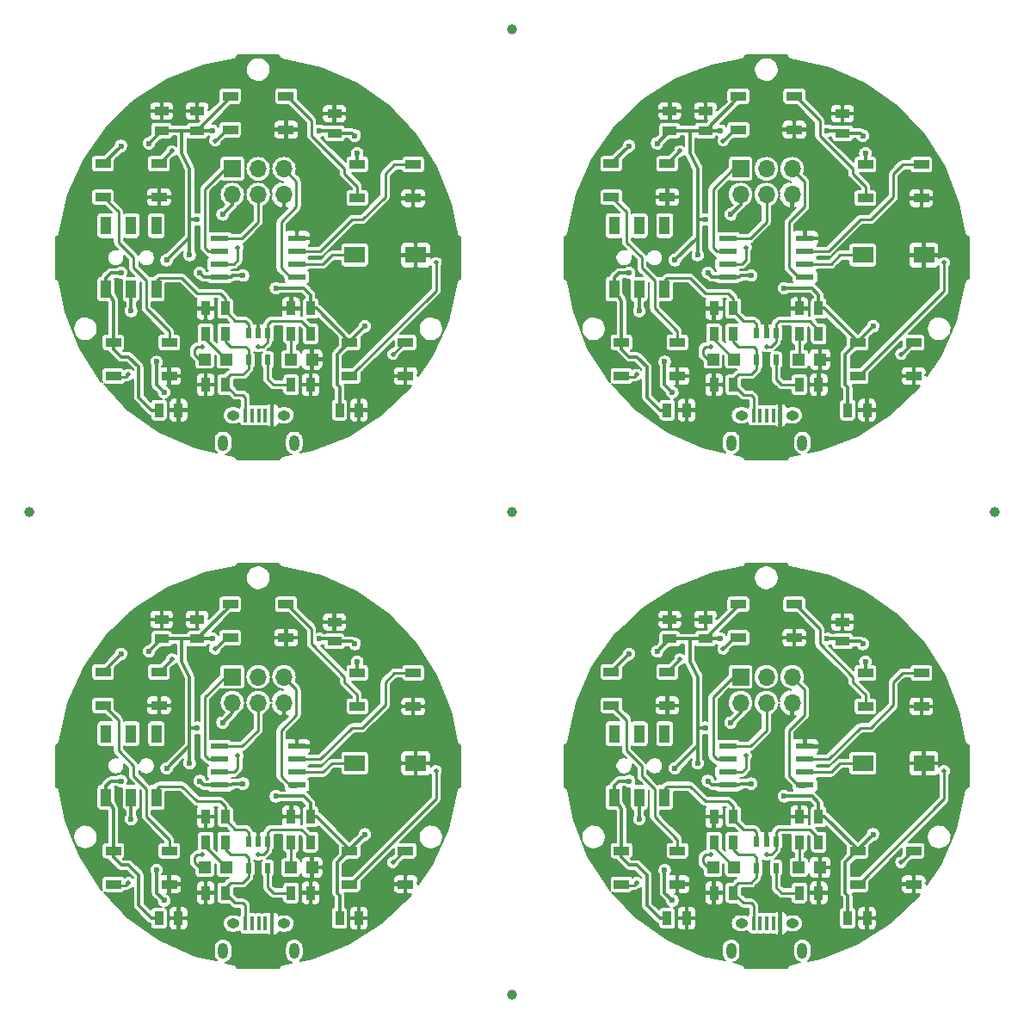
<source format=gtl>
G04 #@! TF.FileFunction,Copper,L1,Top,Signal*
%FSLAX46Y46*%
G04 Gerber Fmt 4.6, Leading zero omitted, Abs format (unit mm)*
G04 Created by KiCad (PCBNEW 4.0.7) date Sunday 01 April 2018 'à' 11:57:02*
%MOMM*%
%LPD*%
G01*
G04 APERTURE LIST*
%ADD10C,0.100000*%
%ADD11R,0.400000X1.350000*%
%ADD12O,1.250000X0.950000*%
%ADD13O,1.000000X1.550000*%
%ADD14R,0.889000X1.397000*%
%ADD15R,1.198880X1.198880*%
%ADD16R,1.500000X0.900000*%
%ADD17R,1.998980X1.600200*%
%ADD18R,1.397000X0.889000*%
%ADD19R,1.700000X1.700000*%
%ADD20O,1.700000X1.700000*%
%ADD21R,0.551180X1.000760*%
%ADD22R,1.800000X0.600000*%
%ADD23R,1.000000X1.800000*%
%ADD24C,1.000760*%
%ADD25C,0.500000*%
%ADD26C,0.600000*%
%ADD27C,0.250000*%
%ADD28C,0.300000*%
%ADD29C,0.200000*%
G04 APERTURE END LIST*
D10*
D11*
X193749100Y-100512460D03*
X194399100Y-100512460D03*
X195049100Y-100512460D03*
X195699100Y-100512460D03*
X196349100Y-100512460D03*
D12*
X192549100Y-100512460D03*
X197549100Y-100512460D03*
D13*
X191549100Y-103212460D03*
X198549100Y-103212460D03*
D11*
X143749100Y-100512460D03*
X144399100Y-100512460D03*
X145049100Y-100512460D03*
X145699100Y-100512460D03*
X146349100Y-100512460D03*
D12*
X142549100Y-100512460D03*
X147549100Y-100512460D03*
D13*
X141549100Y-103212460D03*
X148549100Y-103212460D03*
D11*
X143749100Y-150512460D03*
X144399100Y-150512460D03*
X145049100Y-150512460D03*
X145699100Y-150512460D03*
X146349100Y-150512460D03*
D12*
X142549100Y-150512460D03*
X147549100Y-150512460D03*
D13*
X141549100Y-153212460D03*
X148549100Y-153212460D03*
D14*
X200155000Y-140000000D03*
X198250000Y-140000000D03*
X150155000Y-140000000D03*
X148250000Y-140000000D03*
X200155000Y-90000000D03*
X198250000Y-90000000D03*
X198250000Y-142500000D03*
X200155000Y-142500000D03*
X148250000Y-142500000D03*
X150155000Y-142500000D03*
X198250000Y-92500000D03*
X200155000Y-92500000D03*
D15*
X198200280Y-145000000D03*
X200298320Y-145000000D03*
X148200280Y-145000000D03*
X150298320Y-145000000D03*
X198200280Y-95000000D03*
X200298320Y-95000000D03*
D16*
X204000000Y-146650000D03*
X209500000Y-146650000D03*
X209500000Y-143350000D03*
X204000000Y-143350000D03*
X154000000Y-146650000D03*
X159500000Y-146650000D03*
X159500000Y-143350000D03*
X154000000Y-143350000D03*
X204000000Y-96650000D03*
X209500000Y-96650000D03*
X209500000Y-93350000D03*
X204000000Y-93350000D03*
D14*
X203000000Y-150000000D03*
X204905000Y-150000000D03*
X153000000Y-150000000D03*
X154905000Y-150000000D03*
X203000000Y-100000000D03*
X204905000Y-100000000D03*
X200155000Y-147500000D03*
X198250000Y-147500000D03*
X150155000Y-147500000D03*
X148250000Y-147500000D03*
X200155000Y-97500000D03*
X198250000Y-97500000D03*
X191750000Y-147500000D03*
X189845000Y-147500000D03*
X141750000Y-147500000D03*
X139845000Y-147500000D03*
X191750000Y-97500000D03*
X189845000Y-97500000D03*
D17*
X204500260Y-134750000D03*
X210499740Y-134750000D03*
X154500260Y-134750000D03*
X160499740Y-134750000D03*
X204500260Y-84750000D03*
X210499740Y-84750000D03*
D18*
X202500000Y-122750000D03*
X202500000Y-120845000D03*
X152500000Y-122750000D03*
X152500000Y-120845000D03*
X202500000Y-72750000D03*
X202500000Y-70845000D03*
D16*
X204750000Y-129150000D03*
X210250000Y-129150000D03*
X210250000Y-125850000D03*
X204750000Y-125850000D03*
X154750000Y-129150000D03*
X160250000Y-129150000D03*
X160250000Y-125850000D03*
X154750000Y-125850000D03*
X204750000Y-79150000D03*
X210250000Y-79150000D03*
X210250000Y-75850000D03*
X204750000Y-75850000D03*
D18*
X189000000Y-122500000D03*
X189000000Y-120595000D03*
X139000000Y-122500000D03*
X139000000Y-120595000D03*
X189000000Y-72500000D03*
X189000000Y-70595000D03*
D19*
X192460000Y-126250000D03*
D20*
X192460000Y-128790000D03*
X195000000Y-126250000D03*
X195000000Y-128790000D03*
X197540000Y-126250000D03*
X197540000Y-128790000D03*
D19*
X142460000Y-126250000D03*
D20*
X142460000Y-128790000D03*
X145000000Y-126250000D03*
X145000000Y-128790000D03*
X147540000Y-126250000D03*
X147540000Y-128790000D03*
D19*
X192460000Y-76250000D03*
D20*
X192460000Y-78790000D03*
X195000000Y-76250000D03*
X195000000Y-78790000D03*
X197540000Y-76250000D03*
X197540000Y-78790000D03*
D16*
X192250000Y-122400000D03*
X197750000Y-122400000D03*
X197750000Y-119100000D03*
X192250000Y-119100000D03*
X142250000Y-122400000D03*
X147750000Y-122400000D03*
X147750000Y-119100000D03*
X142250000Y-119100000D03*
X192250000Y-72400000D03*
X197750000Y-72400000D03*
X197750000Y-69100000D03*
X192250000Y-69100000D03*
D18*
X185500000Y-122500000D03*
X185500000Y-120595000D03*
X135500000Y-122500000D03*
X135500000Y-120595000D03*
X185500000Y-72500000D03*
X185500000Y-70595000D03*
D16*
X180750000Y-146650000D03*
X186250000Y-146650000D03*
X186250000Y-143350000D03*
X180750000Y-143350000D03*
X130750000Y-146650000D03*
X136250000Y-146650000D03*
X136250000Y-143350000D03*
X130750000Y-143350000D03*
X180750000Y-96650000D03*
X186250000Y-96650000D03*
X186250000Y-93350000D03*
X180750000Y-93350000D03*
D14*
X185250000Y-150000000D03*
X187155000Y-150000000D03*
X135250000Y-150000000D03*
X137155000Y-150000000D03*
X185250000Y-100000000D03*
X187155000Y-100000000D03*
D15*
X191846520Y-145000000D03*
X189748480Y-145000000D03*
X141846520Y-145000000D03*
X139748480Y-145000000D03*
X191846520Y-95000000D03*
X189748480Y-95000000D03*
D21*
X195000000Y-142449520D03*
X194050040Y-145050480D03*
X195949960Y-145050480D03*
X194047500Y-142449520D03*
X195952500Y-142449520D03*
X145000000Y-142449520D03*
X144050040Y-145050480D03*
X145949960Y-145050480D03*
X144047500Y-142449520D03*
X145952500Y-142449520D03*
X195000000Y-92449520D03*
X194050040Y-95050480D03*
X195949960Y-95050480D03*
X194047500Y-92449520D03*
X195952500Y-92449520D03*
D14*
X189845000Y-142500000D03*
X191750000Y-142500000D03*
X139845000Y-142500000D03*
X141750000Y-142500000D03*
X189845000Y-92500000D03*
X191750000Y-92500000D03*
X191750000Y-140000000D03*
X189845000Y-140000000D03*
X141750000Y-140000000D03*
X139845000Y-140000000D03*
X191750000Y-90000000D03*
X189845000Y-90000000D03*
D22*
X198800000Y-136905000D03*
X198800000Y-135635000D03*
X198800000Y-134365000D03*
X198800000Y-133095000D03*
X191200000Y-133095000D03*
X191200000Y-134365000D03*
X191200000Y-135635000D03*
X191200000Y-136905000D03*
X148800000Y-136905000D03*
X148800000Y-135635000D03*
X148800000Y-134365000D03*
X148800000Y-133095000D03*
X141200000Y-133095000D03*
X141200000Y-134365000D03*
X141200000Y-135635000D03*
X141200000Y-136905000D03*
X198800000Y-86905000D03*
X198800000Y-85635000D03*
X198800000Y-84365000D03*
X198800000Y-83095000D03*
X191200000Y-83095000D03*
X191200000Y-84365000D03*
X191200000Y-85635000D03*
X191200000Y-86905000D03*
D16*
X179750000Y-129050000D03*
X185250000Y-129050000D03*
X185250000Y-125750000D03*
X179750000Y-125750000D03*
X129750000Y-129050000D03*
X135250000Y-129050000D03*
X135250000Y-125750000D03*
X129750000Y-125750000D03*
X179750000Y-79050000D03*
X185250000Y-79050000D03*
X185250000Y-75750000D03*
X179750000Y-75750000D03*
D23*
X180010800Y-131850400D03*
X182500000Y-131850400D03*
X184989200Y-131850400D03*
X180010800Y-138098800D03*
X182500000Y-138098800D03*
X184989200Y-138098800D03*
X130010800Y-131850400D03*
X132500000Y-131850400D03*
X134989200Y-131850400D03*
X130010800Y-138098800D03*
X132500000Y-138098800D03*
X134989200Y-138098800D03*
X180010800Y-81850400D03*
X182500000Y-81850400D03*
X184989200Y-81850400D03*
X180010800Y-88098800D03*
X182500000Y-88098800D03*
X184989200Y-88098800D03*
D22*
X148800000Y-86905000D03*
X148800000Y-85635000D03*
X148800000Y-84365000D03*
X148800000Y-83095000D03*
X141200000Y-83095000D03*
X141200000Y-84365000D03*
X141200000Y-85635000D03*
X141200000Y-86905000D03*
D16*
X130750000Y-96650000D03*
X136250000Y-96650000D03*
X136250000Y-93350000D03*
X130750000Y-93350000D03*
X142250000Y-72400000D03*
X147750000Y-72400000D03*
X147750000Y-69100000D03*
X142250000Y-69100000D03*
X154750000Y-79150000D03*
X160250000Y-79150000D03*
X160250000Y-75850000D03*
X154750000Y-75850000D03*
D14*
X141750000Y-97500000D03*
X139845000Y-97500000D03*
X141750000Y-90000000D03*
X139845000Y-90000000D03*
D19*
X142460000Y-76250000D03*
D20*
X142460000Y-78790000D03*
X145000000Y-76250000D03*
X145000000Y-78790000D03*
X147540000Y-76250000D03*
X147540000Y-78790000D03*
D14*
X139845000Y-92500000D03*
X141750000Y-92500000D03*
X148250000Y-92500000D03*
X150155000Y-92500000D03*
X150155000Y-97500000D03*
X148250000Y-97500000D03*
D17*
X154500260Y-84750000D03*
X160499740Y-84750000D03*
D21*
X145000000Y-92449520D03*
X144050040Y-95050480D03*
X145949960Y-95050480D03*
X144047500Y-92449520D03*
X145952500Y-92449520D03*
D18*
X139000000Y-72500000D03*
X139000000Y-70595000D03*
X135500000Y-72500000D03*
X135500000Y-70595000D03*
X152500000Y-72750000D03*
X152500000Y-70845000D03*
D14*
X150155000Y-90000000D03*
X148250000Y-90000000D03*
D23*
X130010800Y-81850400D03*
X132500000Y-81850400D03*
X134989200Y-81850400D03*
X130010800Y-88098800D03*
X132500000Y-88098800D03*
X134989200Y-88098800D03*
D14*
X135250000Y-100000000D03*
X137155000Y-100000000D03*
X153000000Y-100000000D03*
X154905000Y-100000000D03*
D16*
X154000000Y-96650000D03*
X159500000Y-96650000D03*
X159500000Y-93350000D03*
X154000000Y-93350000D03*
X129750000Y-79050000D03*
X135250000Y-79050000D03*
X135250000Y-75750000D03*
X129750000Y-75750000D03*
D15*
X141846520Y-95000000D03*
X139748480Y-95000000D03*
X148200280Y-95000000D03*
X150298320Y-95000000D03*
D24*
X170000000Y-110000000D03*
X170000000Y-157500000D03*
X217500000Y-110000000D03*
X122500000Y-110000000D03*
X170000000Y-62500000D03*
D11*
X193749100Y-150487460D03*
X194399100Y-150487460D03*
X195049100Y-150487460D03*
X195699100Y-150487460D03*
X196349100Y-150487460D03*
D12*
X192549100Y-150487460D03*
X197549100Y-150487460D03*
D13*
X191549100Y-153187460D03*
X198549100Y-153187460D03*
D25*
X193000000Y-134000000D03*
X143000000Y-134000000D03*
X193000000Y-84000000D03*
X143000000Y-84000000D03*
D26*
X181500000Y-136500000D03*
X131500000Y-136500000D03*
X181500000Y-86500000D03*
X189250000Y-136500000D03*
X139250000Y-136500000D03*
X189250000Y-86500000D03*
X204500000Y-123000000D03*
X154500000Y-123000000D03*
X204500000Y-73000000D03*
X204750000Y-124750000D03*
X154750000Y-124750000D03*
X204750000Y-74750000D03*
X191500000Y-130750000D03*
X141500000Y-130750000D03*
X191500000Y-80750000D03*
X190500000Y-122500000D03*
X140500000Y-122500000D03*
X190500000Y-72500000D03*
X201000000Y-122500000D03*
X151000000Y-122500000D03*
X201000000Y-72500000D03*
X188250000Y-134750000D03*
X138250000Y-134750000D03*
X188250000Y-84750000D03*
X184250000Y-123750000D03*
X134250000Y-123750000D03*
X184250000Y-73750000D03*
X181500000Y-124000000D03*
X131500000Y-124000000D03*
X181500000Y-74000000D03*
X186000000Y-135250000D03*
X136000000Y-135250000D03*
X186000000Y-85250000D03*
X189000000Y-131250000D03*
X139000000Y-131250000D03*
X189000000Y-81250000D03*
X205500000Y-141750000D03*
X155500000Y-141750000D03*
X205500000Y-91750000D03*
X196750000Y-138000000D03*
X146750000Y-138000000D03*
X196750000Y-88000000D03*
X193500000Y-136750000D03*
X143500000Y-136750000D03*
X193500000Y-86750000D03*
X143500000Y-86750000D03*
X146750000Y-88000000D03*
X139250000Y-86500000D03*
X138250000Y-84750000D03*
X141500000Y-80750000D03*
X139000000Y-81250000D03*
X136000000Y-85250000D03*
X131500000Y-86500000D03*
X154750000Y-74750000D03*
X154500000Y-73000000D03*
X155500000Y-91750000D03*
X131500000Y-74000000D03*
X134250000Y-73750000D03*
X140500000Y-72500000D03*
X151000000Y-72500000D03*
D25*
X182250000Y-146500000D03*
X132250000Y-146500000D03*
X182250000Y-96500000D03*
X208250000Y-144500000D03*
X158250000Y-144500000D03*
X208250000Y-94500000D03*
X132250000Y-96500000D03*
X158250000Y-94500000D03*
X189500000Y-143750000D03*
X139500000Y-143750000D03*
X189500000Y-93750000D03*
X195000000Y-143750000D03*
X145000000Y-143750000D03*
X195000000Y-93750000D03*
X139500000Y-93750000D03*
X145000000Y-93750000D03*
X190750000Y-123500000D03*
X140750000Y-123500000D03*
X190750000Y-73500000D03*
X186500000Y-124500000D03*
X136500000Y-124500000D03*
X186500000Y-74500000D03*
X136500000Y-74500000D03*
X140750000Y-73500000D03*
X212500000Y-135500000D03*
X162500000Y-135500000D03*
X212500000Y-85500000D03*
X162500000Y-85500000D03*
D26*
X185000000Y-145250000D03*
X135000000Y-145250000D03*
X185000000Y-95250000D03*
X185750000Y-148250000D03*
X135750000Y-148250000D03*
X185750000Y-98250000D03*
X182500000Y-140250000D03*
X132500000Y-140250000D03*
X182500000Y-90250000D03*
X135750000Y-98250000D03*
X132500000Y-90250000D03*
X135000000Y-95250000D03*
D27*
X198750000Y-130000000D02*
X197250000Y-131500000D01*
X148750000Y-130000000D02*
X147250000Y-131500000D01*
X198750000Y-80000000D02*
X197250000Y-81500000D01*
X197500000Y-126250000D02*
X198750000Y-127500000D01*
X147500000Y-126250000D02*
X148750000Y-127500000D01*
X197500000Y-76250000D02*
X198750000Y-77500000D01*
X197540000Y-126250000D02*
X197500000Y-126250000D01*
X147540000Y-126250000D02*
X147500000Y-126250000D01*
X197540000Y-76250000D02*
X197500000Y-76250000D01*
X198750000Y-127500000D02*
X198750000Y-130000000D01*
X148750000Y-127500000D02*
X148750000Y-130000000D01*
X198750000Y-77500000D02*
X198750000Y-80000000D01*
X198250000Y-137000000D02*
X198750000Y-137000000D01*
X148250000Y-137000000D02*
X148750000Y-137000000D01*
X198250000Y-87000000D02*
X198750000Y-87000000D01*
X197250000Y-136000000D02*
X198250000Y-137000000D01*
X147250000Y-136000000D02*
X148250000Y-137000000D01*
X197250000Y-86000000D02*
X198250000Y-87000000D01*
X197250000Y-131500000D02*
X197250000Y-136000000D01*
X147250000Y-131500000D02*
X147250000Y-136000000D01*
X197250000Y-81500000D02*
X197250000Y-86000000D01*
X147540000Y-76250000D02*
X147500000Y-76250000D01*
X147500000Y-76250000D02*
X148750000Y-77500000D01*
X148750000Y-77500000D02*
X148750000Y-80000000D01*
X148750000Y-80000000D02*
X147250000Y-81500000D01*
X147250000Y-81500000D02*
X147250000Y-86000000D01*
X147250000Y-86000000D02*
X148250000Y-87000000D01*
X148250000Y-87000000D02*
X148750000Y-87000000D01*
X202250000Y-134750000D02*
X204500260Y-134750000D01*
X152250000Y-134750000D02*
X154500260Y-134750000D01*
X202250000Y-84750000D02*
X204500260Y-84750000D01*
X198800000Y-135635000D02*
X201365000Y-135635000D01*
X148800000Y-135635000D02*
X151365000Y-135635000D01*
X198800000Y-85635000D02*
X201365000Y-85635000D01*
X201365000Y-135635000D02*
X202250000Y-134750000D01*
X151365000Y-135635000D02*
X152250000Y-134750000D01*
X201365000Y-85635000D02*
X202250000Y-84750000D01*
X148800000Y-85635000D02*
X151365000Y-85635000D01*
X152250000Y-84750000D02*
X154500260Y-84750000D01*
X151365000Y-85635000D02*
X152250000Y-84750000D01*
X207500000Y-126750000D02*
X208400000Y-125850000D01*
X157500000Y-126750000D02*
X158400000Y-125850000D01*
X207500000Y-76750000D02*
X208400000Y-75850000D01*
X208400000Y-125850000D02*
X210250000Y-125850000D01*
X158400000Y-125850000D02*
X160250000Y-125850000D01*
X208400000Y-75850000D02*
X210250000Y-75850000D01*
X204250000Y-131250000D02*
X205250000Y-131250000D01*
X154250000Y-131250000D02*
X155250000Y-131250000D01*
X204250000Y-81250000D02*
X205250000Y-81250000D01*
X207500000Y-129000000D02*
X207500000Y-126750000D01*
X157500000Y-129000000D02*
X157500000Y-126750000D01*
X207500000Y-79000000D02*
X207500000Y-76750000D01*
X205250000Y-131250000D02*
X207500000Y-129000000D01*
X155250000Y-131250000D02*
X157500000Y-129000000D01*
X205250000Y-81250000D02*
X207500000Y-79000000D01*
X201135000Y-134365000D02*
X204250000Y-131250000D01*
X151135000Y-134365000D02*
X154250000Y-131250000D01*
X201135000Y-84365000D02*
X204250000Y-81250000D01*
X198800000Y-134365000D02*
X201135000Y-134365000D01*
X148800000Y-134365000D02*
X151135000Y-134365000D01*
X198800000Y-84365000D02*
X201135000Y-84365000D01*
X148800000Y-84365000D02*
X151135000Y-84365000D01*
X158400000Y-75850000D02*
X160250000Y-75850000D01*
X157500000Y-76750000D02*
X158400000Y-75850000D01*
X157500000Y-79000000D02*
X157500000Y-76750000D01*
X155250000Y-81250000D02*
X157500000Y-79000000D01*
X154250000Y-81250000D02*
X155250000Y-81250000D01*
X151135000Y-84365000D02*
X154250000Y-81250000D01*
X191200000Y-133095000D02*
X193405000Y-133095000D01*
X141200000Y-133095000D02*
X143405000Y-133095000D01*
X191200000Y-83095000D02*
X193405000Y-83095000D01*
X193405000Y-133095000D02*
X195000000Y-131500000D01*
X143405000Y-133095000D02*
X145000000Y-131500000D01*
X193405000Y-83095000D02*
X195000000Y-81500000D01*
X195000000Y-131500000D02*
X195000000Y-128790000D01*
X145000000Y-131500000D02*
X145000000Y-128790000D01*
X195000000Y-81500000D02*
X195000000Y-78790000D01*
X141200000Y-83095000D02*
X143405000Y-83095000D01*
X145000000Y-81500000D02*
X145000000Y-78790000D01*
X143405000Y-83095000D02*
X145000000Y-81500000D01*
X190115000Y-134365000D02*
X189750000Y-134000000D01*
X140115000Y-134365000D02*
X139750000Y-134000000D01*
X190115000Y-84365000D02*
X189750000Y-84000000D01*
X191200000Y-134365000D02*
X190115000Y-134365000D01*
X141200000Y-134365000D02*
X140115000Y-134365000D01*
X191200000Y-84365000D02*
X190115000Y-84365000D01*
X189750000Y-128250000D02*
X191750000Y-126250000D01*
X139750000Y-128250000D02*
X141750000Y-126250000D01*
X189750000Y-78250000D02*
X191750000Y-76250000D01*
X192460000Y-126250000D02*
X192500000Y-126250000D01*
X142460000Y-126250000D02*
X142500000Y-126250000D01*
X192460000Y-76250000D02*
X192500000Y-76250000D01*
X191750000Y-126250000D02*
X192460000Y-126250000D01*
X141750000Y-126250000D02*
X142460000Y-126250000D01*
X191750000Y-76250000D02*
X192460000Y-76250000D01*
X189750000Y-134000000D02*
X189750000Y-128250000D01*
X139750000Y-134000000D02*
X139750000Y-128250000D01*
X189750000Y-84000000D02*
X189750000Y-78250000D01*
X141200000Y-84365000D02*
X140115000Y-84365000D01*
X139750000Y-78250000D02*
X141750000Y-76250000D01*
X139750000Y-84000000D02*
X139750000Y-78250000D01*
X140115000Y-84365000D02*
X139750000Y-84000000D01*
X141750000Y-76250000D02*
X142460000Y-76250000D01*
X142460000Y-76250000D02*
X142500000Y-76250000D01*
X193000000Y-135250000D02*
X193000000Y-134000000D01*
X143000000Y-135250000D02*
X143000000Y-134000000D01*
X193000000Y-85250000D02*
X193000000Y-84000000D01*
X192615000Y-135635000D02*
X193000000Y-135250000D01*
X142615000Y-135635000D02*
X143000000Y-135250000D01*
X192615000Y-85635000D02*
X193000000Y-85250000D01*
X191200000Y-135635000D02*
X192615000Y-135635000D01*
X141200000Y-135635000D02*
X142615000Y-135635000D01*
X191200000Y-85635000D02*
X192615000Y-85635000D01*
X141200000Y-85635000D02*
X142615000Y-85635000D01*
X143000000Y-85250000D02*
X143000000Y-84000000D01*
X142615000Y-85635000D02*
X143000000Y-85250000D01*
D28*
X200155000Y-140000000D02*
X200750000Y-140000000D01*
X150155000Y-140000000D02*
X150750000Y-140000000D01*
X200155000Y-90000000D02*
X200750000Y-90000000D01*
X200155000Y-140000000D02*
X200155000Y-138655000D01*
X150155000Y-140000000D02*
X150155000Y-138655000D01*
X200155000Y-90000000D02*
X200155000Y-88655000D01*
X200155000Y-138655000D02*
X199500000Y-138000000D01*
X150155000Y-138655000D02*
X149500000Y-138000000D01*
X200155000Y-88655000D02*
X199500000Y-88000000D01*
X199500000Y-138000000D02*
X196750000Y-138000000D01*
X149500000Y-138000000D02*
X146750000Y-138000000D01*
X199500000Y-88000000D02*
X196750000Y-88000000D01*
X204000000Y-143350000D02*
X204000000Y-143250000D01*
X154000000Y-143350000D02*
X154000000Y-143250000D01*
X204000000Y-93350000D02*
X204000000Y-93250000D01*
X200750000Y-140000000D02*
X204000000Y-143250000D01*
X150750000Y-140000000D02*
X154000000Y-143250000D01*
X200750000Y-90000000D02*
X204000000Y-93250000D01*
X204000000Y-143250000D02*
X205500000Y-141750000D01*
X154000000Y-143250000D02*
X155500000Y-141750000D01*
X204000000Y-93250000D02*
X205500000Y-91750000D01*
X204000000Y-143350000D02*
X204000000Y-143250000D01*
X154000000Y-143350000D02*
X154000000Y-143250000D01*
X204000000Y-93350000D02*
X204000000Y-93250000D01*
X204000000Y-143250000D02*
X204000000Y-143350000D01*
X154000000Y-143250000D02*
X154000000Y-143350000D01*
X204000000Y-93250000D02*
X204000000Y-93350000D01*
X203000000Y-147750000D02*
X203000000Y-150000000D01*
X153000000Y-147750000D02*
X153000000Y-150000000D01*
X203000000Y-97750000D02*
X203000000Y-100000000D01*
X202750000Y-147500000D02*
X203000000Y-147750000D01*
X152750000Y-147500000D02*
X153000000Y-147750000D01*
X202750000Y-97500000D02*
X203000000Y-97750000D01*
X202750000Y-144500000D02*
X202750000Y-147500000D01*
X152750000Y-144500000D02*
X152750000Y-147500000D01*
X202750000Y-94500000D02*
X202750000Y-97500000D01*
X204000000Y-143250000D02*
X202750000Y-144500000D01*
X154000000Y-143250000D02*
X152750000Y-144500000D01*
X204000000Y-93250000D02*
X202750000Y-94500000D01*
X183250000Y-148750000D02*
X183250000Y-145750000D01*
X133250000Y-148750000D02*
X133250000Y-145750000D01*
X183250000Y-98750000D02*
X183250000Y-95750000D01*
X185250000Y-150000000D02*
X184500000Y-150000000D01*
X135250000Y-150000000D02*
X134500000Y-150000000D01*
X185250000Y-100000000D02*
X184500000Y-100000000D01*
X184000000Y-149500000D02*
X184500000Y-150000000D01*
X134000000Y-149500000D02*
X134500000Y-150000000D01*
X184000000Y-99500000D02*
X184500000Y-100000000D01*
X184000000Y-149500000D02*
X183250000Y-148750000D01*
X134000000Y-149500000D02*
X133250000Y-148750000D01*
X184000000Y-99500000D02*
X183250000Y-98750000D01*
X180750000Y-139250000D02*
X180750000Y-143350000D01*
X130750000Y-139250000D02*
X130750000Y-143350000D01*
X180750000Y-89250000D02*
X180750000Y-93350000D01*
X191200000Y-136905000D02*
X189655000Y-136905000D01*
X141200000Y-136905000D02*
X139655000Y-136905000D01*
X191200000Y-86905000D02*
X189655000Y-86905000D01*
X189655000Y-136905000D02*
X189250000Y-136500000D01*
X139655000Y-136905000D02*
X139250000Y-136500000D01*
X189655000Y-86905000D02*
X189250000Y-86500000D01*
X183250000Y-145750000D02*
X182250000Y-144750000D01*
X133250000Y-145750000D02*
X132250000Y-144750000D01*
X183250000Y-95750000D02*
X182250000Y-94750000D01*
X182250000Y-144750000D02*
X181500000Y-144750000D01*
X132250000Y-144750000D02*
X131500000Y-144750000D01*
X182250000Y-94750000D02*
X181500000Y-94750000D01*
X181500000Y-144750000D02*
X180750000Y-144000000D01*
X131500000Y-144750000D02*
X130750000Y-144000000D01*
X181500000Y-94750000D02*
X180750000Y-94000000D01*
X180750000Y-144000000D02*
X180750000Y-143350000D01*
X130750000Y-144000000D02*
X130750000Y-143350000D01*
X180750000Y-94000000D02*
X180750000Y-93350000D01*
X186000000Y-135250000D02*
X188250000Y-133000000D01*
X136000000Y-135250000D02*
X138250000Y-133000000D01*
X186000000Y-85250000D02*
X188250000Y-83000000D01*
X188250000Y-134750000D02*
X188250000Y-133000000D01*
X138250000Y-134750000D02*
X138250000Y-133000000D01*
X188250000Y-84750000D02*
X188250000Y-83000000D01*
X188250000Y-131250000D02*
X189000000Y-131250000D01*
X138250000Y-131250000D02*
X139000000Y-131250000D01*
X188250000Y-81250000D02*
X189000000Y-81250000D01*
X188250000Y-131250000D02*
X188250000Y-132000000D01*
X138250000Y-131250000D02*
X138250000Y-132000000D01*
X188250000Y-81250000D02*
X188250000Y-82000000D01*
X188250000Y-132000000D02*
X188250000Y-133000000D01*
X138250000Y-132000000D02*
X138250000Y-133000000D01*
X188250000Y-82000000D02*
X188250000Y-83000000D01*
X180500000Y-136500000D02*
X181500000Y-136500000D01*
X130500000Y-136500000D02*
X131500000Y-136500000D01*
X180500000Y-86500000D02*
X181500000Y-86500000D01*
X180010800Y-138098800D02*
X180010800Y-136989200D01*
X130010800Y-138098800D02*
X130010800Y-136989200D01*
X180010800Y-88098800D02*
X180010800Y-86989200D01*
X180010800Y-136989200D02*
X180500000Y-136500000D01*
X130010800Y-136989200D02*
X130500000Y-136500000D01*
X180010800Y-86989200D02*
X180500000Y-86500000D01*
X202500000Y-122750000D02*
X204250000Y-122750000D01*
X152500000Y-122750000D02*
X154250000Y-122750000D01*
X202500000Y-72750000D02*
X204250000Y-72750000D01*
X201000000Y-122500000D02*
X202250000Y-122500000D01*
X151000000Y-122500000D02*
X152250000Y-122500000D01*
X201000000Y-72500000D02*
X202250000Y-72500000D01*
X204250000Y-122750000D02*
X204500000Y-123000000D01*
X154250000Y-122750000D02*
X154500000Y-123000000D01*
X204250000Y-72750000D02*
X204500000Y-73000000D01*
X202250000Y-122500000D02*
X202500000Y-122750000D01*
X152250000Y-122500000D02*
X152500000Y-122750000D01*
X202250000Y-72500000D02*
X202500000Y-72750000D01*
X184250000Y-123750000D02*
X185500000Y-122500000D01*
X134250000Y-123750000D02*
X135500000Y-122500000D01*
X184250000Y-73750000D02*
X185500000Y-72500000D01*
X189000000Y-122500000D02*
X192250000Y-119250000D01*
X139000000Y-122500000D02*
X142250000Y-119250000D01*
X189000000Y-72500000D02*
X192250000Y-69250000D01*
X179750000Y-125750000D02*
X181500000Y-124000000D01*
X129750000Y-125750000D02*
X131500000Y-124000000D01*
X179750000Y-75750000D02*
X181500000Y-74000000D01*
X185500000Y-122500000D02*
X187500000Y-122500000D01*
X135500000Y-122500000D02*
X137500000Y-122500000D01*
X185500000Y-72500000D02*
X187500000Y-72500000D01*
X192250000Y-119250000D02*
X192250000Y-119100000D01*
X142250000Y-119250000D02*
X142250000Y-119100000D01*
X192250000Y-69250000D02*
X192250000Y-69100000D01*
X189000000Y-122500000D02*
X190500000Y-122500000D01*
X139000000Y-122500000D02*
X140500000Y-122500000D01*
X189000000Y-72500000D02*
X190500000Y-72500000D01*
X187500000Y-122500000D02*
X189000000Y-122500000D01*
X137500000Y-122500000D02*
X139000000Y-122500000D01*
X187500000Y-72500000D02*
X189000000Y-72500000D01*
X187500000Y-122500000D02*
X187500000Y-122750000D01*
X137500000Y-122500000D02*
X137500000Y-122750000D01*
X187500000Y-72500000D02*
X187500000Y-72750000D01*
X187500000Y-124750000D02*
X187500000Y-122750000D01*
X137500000Y-124750000D02*
X137500000Y-122750000D01*
X187500000Y-74750000D02*
X187500000Y-72750000D01*
X180000000Y-138000000D02*
X180750000Y-139250000D01*
X130000000Y-138000000D02*
X130750000Y-139250000D01*
X180000000Y-88000000D02*
X180750000Y-89250000D01*
X187500000Y-124750000D02*
X188250000Y-126250000D01*
X137500000Y-124750000D02*
X138250000Y-126250000D01*
X187500000Y-74750000D02*
X188250000Y-76250000D01*
X188250000Y-131250000D02*
X188250000Y-126250000D01*
X138250000Y-131250000D02*
X138250000Y-126250000D01*
X188250000Y-81250000D02*
X188250000Y-76250000D01*
X204750000Y-124750000D02*
X204750000Y-125850000D01*
X154750000Y-124750000D02*
X154750000Y-125850000D01*
X204750000Y-74750000D02*
X204750000Y-75850000D01*
X192460000Y-129790000D02*
X192460000Y-128790000D01*
X142460000Y-129790000D02*
X142460000Y-128790000D01*
X192460000Y-79790000D02*
X192460000Y-78790000D01*
X192460000Y-129790000D02*
X191500000Y-130750000D01*
X142460000Y-129790000D02*
X141500000Y-130750000D01*
X192460000Y-79790000D02*
X191500000Y-80750000D01*
X193500000Y-136750000D02*
X192500000Y-136750000D01*
X143500000Y-136750000D02*
X142500000Y-136750000D01*
X193500000Y-86750000D02*
X192500000Y-86750000D01*
X192345000Y-136905000D02*
X191200000Y-136905000D01*
X142345000Y-136905000D02*
X141200000Y-136905000D01*
X192345000Y-86905000D02*
X191200000Y-86905000D01*
X192500000Y-136750000D02*
X192345000Y-136905000D01*
X142500000Y-136750000D02*
X142345000Y-136905000D01*
X192500000Y-86750000D02*
X192345000Y-86905000D01*
X149500000Y-88000000D02*
X146750000Y-88000000D01*
X150155000Y-88655000D02*
X149500000Y-88000000D01*
X150155000Y-90000000D02*
X150155000Y-88655000D01*
X142345000Y-86905000D02*
X141200000Y-86905000D01*
X142500000Y-86750000D02*
X142345000Y-86905000D01*
X143500000Y-86750000D02*
X142500000Y-86750000D01*
X134000000Y-99500000D02*
X133250000Y-98750000D01*
X134000000Y-99500000D02*
X134500000Y-100000000D01*
X135250000Y-100000000D02*
X134500000Y-100000000D01*
X130750000Y-94000000D02*
X130750000Y-93350000D01*
X131500000Y-94750000D02*
X130750000Y-94000000D01*
X132250000Y-94750000D02*
X131500000Y-94750000D01*
X133250000Y-95750000D02*
X132250000Y-94750000D01*
X133250000Y-98750000D02*
X133250000Y-95750000D01*
X141200000Y-86905000D02*
X139655000Y-86905000D01*
X139655000Y-86905000D02*
X139250000Y-86500000D01*
X138250000Y-84750000D02*
X138250000Y-83000000D01*
X138250000Y-81250000D02*
X139000000Y-81250000D01*
X142460000Y-79790000D02*
X141500000Y-80750000D01*
X142460000Y-79790000D02*
X142460000Y-78790000D01*
X138250000Y-81250000D02*
X138250000Y-76250000D01*
X137500000Y-74750000D02*
X137500000Y-72750000D01*
X137500000Y-72500000D02*
X137500000Y-72750000D01*
X138250000Y-81250000D02*
X138250000Y-82000000D01*
X138250000Y-82000000D02*
X138250000Y-83000000D01*
X137500000Y-74750000D02*
X138250000Y-76250000D01*
X130010800Y-88098800D02*
X130010800Y-86989200D01*
X136000000Y-85250000D02*
X138250000Y-83000000D01*
X130500000Y-86500000D02*
X131500000Y-86500000D01*
X130010800Y-86989200D02*
X130500000Y-86500000D01*
X130000000Y-88000000D02*
X130750000Y-89250000D01*
X130750000Y-89250000D02*
X130750000Y-93350000D01*
X152500000Y-72750000D02*
X154250000Y-72750000D01*
X154750000Y-74750000D02*
X154750000Y-75850000D01*
X154250000Y-72750000D02*
X154500000Y-73000000D01*
X154000000Y-93350000D02*
X154000000Y-93250000D01*
X154000000Y-93250000D02*
X155500000Y-91750000D01*
X139000000Y-72500000D02*
X142250000Y-69250000D01*
X142250000Y-69250000D02*
X142250000Y-69100000D01*
X150155000Y-90000000D02*
X150750000Y-90000000D01*
X150750000Y-90000000D02*
X154000000Y-93250000D01*
X154000000Y-93250000D02*
X154000000Y-93350000D01*
X129750000Y-75750000D02*
X131500000Y-74000000D01*
X134250000Y-73750000D02*
X135500000Y-72500000D01*
X139000000Y-72500000D02*
X140500000Y-72500000D01*
X151000000Y-72500000D02*
X152250000Y-72500000D01*
X152250000Y-72500000D02*
X152500000Y-72750000D01*
X154000000Y-93350000D02*
X154000000Y-93250000D01*
X154000000Y-93250000D02*
X152750000Y-94500000D01*
X152750000Y-94500000D02*
X152750000Y-97500000D01*
X152750000Y-97500000D02*
X153000000Y-97750000D01*
X153000000Y-97750000D02*
X153000000Y-100000000D01*
X135500000Y-72500000D02*
X137500000Y-72500000D01*
X137500000Y-72500000D02*
X139000000Y-72500000D01*
D27*
X209500000Y-143350000D02*
X209500000Y-143250000D01*
X159500000Y-143350000D02*
X159500000Y-143250000D01*
X209500000Y-93350000D02*
X209500000Y-93250000D01*
X209500000Y-143250000D02*
X208250000Y-144500000D01*
X159500000Y-143250000D02*
X158250000Y-144500000D01*
X209500000Y-93250000D02*
X208250000Y-94500000D01*
X180750000Y-146750000D02*
X180750000Y-146650000D01*
X130750000Y-146750000D02*
X130750000Y-146650000D01*
X180750000Y-96750000D02*
X180750000Y-96650000D01*
X182000000Y-146750000D02*
X180750000Y-146750000D01*
X132000000Y-146750000D02*
X130750000Y-146750000D01*
X182000000Y-96750000D02*
X180750000Y-96750000D01*
X182250000Y-146500000D02*
X182000000Y-146750000D01*
X132250000Y-146500000D02*
X132000000Y-146750000D01*
X182250000Y-96500000D02*
X182000000Y-96750000D01*
X159500000Y-93250000D02*
X158250000Y-94500000D01*
X132000000Y-96750000D02*
X130750000Y-96750000D01*
X132250000Y-96500000D02*
X132000000Y-96750000D01*
X159500000Y-93350000D02*
X159500000Y-93250000D01*
X130750000Y-96750000D02*
X130750000Y-96650000D01*
X186250000Y-142250000D02*
X186250000Y-143350000D01*
X136250000Y-142250000D02*
X136250000Y-143350000D01*
X186250000Y-92250000D02*
X186250000Y-93350000D01*
X184000000Y-140000000D02*
X186250000Y-142250000D01*
X134000000Y-140000000D02*
X136250000Y-142250000D01*
X184000000Y-90000000D02*
X186250000Y-92250000D01*
X182750000Y-135000000D02*
X182750000Y-136000000D01*
X132750000Y-135000000D02*
X132750000Y-136000000D01*
X182750000Y-85000000D02*
X182750000Y-86000000D01*
X181250000Y-133500000D02*
X182750000Y-135000000D01*
X131250000Y-133500000D02*
X132750000Y-135000000D01*
X181250000Y-83500000D02*
X182750000Y-85000000D01*
X184000000Y-137250000D02*
X184000000Y-140000000D01*
X134000000Y-137250000D02*
X134000000Y-140000000D01*
X184000000Y-87250000D02*
X184000000Y-90000000D01*
X182750000Y-136000000D02*
X184000000Y-137250000D01*
X132750000Y-136000000D02*
X134000000Y-137250000D01*
X182750000Y-86000000D02*
X184000000Y-87250000D01*
X179750000Y-129050000D02*
X179750000Y-129000000D01*
X129750000Y-129050000D02*
X129750000Y-129000000D01*
X179750000Y-79050000D02*
X179750000Y-79000000D01*
X179750000Y-129000000D02*
X181250000Y-130500000D01*
X129750000Y-129000000D02*
X131250000Y-130500000D01*
X179750000Y-79000000D02*
X181250000Y-80500000D01*
X181250000Y-130500000D02*
X181250000Y-133500000D01*
X131250000Y-130500000D02*
X131250000Y-133500000D01*
X181250000Y-80500000D02*
X181250000Y-83500000D01*
X129750000Y-79050000D02*
X129750000Y-79000000D01*
X129750000Y-79000000D02*
X131250000Y-80500000D01*
X131250000Y-80500000D02*
X131250000Y-83500000D01*
X131250000Y-83500000D02*
X132750000Y-85000000D01*
X132750000Y-85000000D02*
X132750000Y-86000000D01*
X132750000Y-86000000D02*
X134000000Y-87250000D01*
X134000000Y-87250000D02*
X134000000Y-90000000D01*
X134000000Y-90000000D02*
X136250000Y-92250000D01*
X136250000Y-92250000D02*
X136250000Y-93350000D01*
X197750000Y-119100000D02*
X197750000Y-119000000D01*
X147750000Y-119100000D02*
X147750000Y-119000000D01*
X197750000Y-69100000D02*
X197750000Y-69000000D01*
X200250000Y-121500000D02*
X200250000Y-123000000D01*
X150250000Y-121500000D02*
X150250000Y-123000000D01*
X200250000Y-71500000D02*
X200250000Y-73000000D01*
X197750000Y-119000000D02*
X200250000Y-121500000D01*
X147750000Y-119000000D02*
X150250000Y-121500000D01*
X197750000Y-69000000D02*
X200250000Y-71500000D01*
X200250000Y-123000000D02*
X203500000Y-126250000D01*
X150250000Y-123000000D02*
X153500000Y-126250000D01*
X200250000Y-73000000D02*
X203500000Y-76250000D01*
X204750000Y-128000000D02*
X204750000Y-129150000D01*
X154750000Y-128000000D02*
X154750000Y-129150000D01*
X204750000Y-78000000D02*
X204750000Y-79150000D01*
X203500000Y-126250000D02*
X203500000Y-126750000D01*
X153500000Y-126250000D02*
X153500000Y-126750000D01*
X203500000Y-76250000D02*
X203500000Y-76750000D01*
X203500000Y-126750000D02*
X204750000Y-128000000D01*
X153500000Y-126750000D02*
X154750000Y-128000000D01*
X203500000Y-76750000D02*
X204750000Y-78000000D01*
X147750000Y-69100000D02*
X147750000Y-69000000D01*
X147750000Y-69000000D02*
X150250000Y-71500000D01*
X150250000Y-71500000D02*
X150250000Y-73000000D01*
X150250000Y-73000000D02*
X153500000Y-76250000D01*
X153500000Y-76250000D02*
X153500000Y-76750000D01*
X153500000Y-76750000D02*
X154750000Y-78000000D01*
X154750000Y-78000000D02*
X154750000Y-79150000D01*
X195952500Y-143297500D02*
X195952500Y-142449520D01*
X145952500Y-143297500D02*
X145952500Y-142449520D01*
X195952500Y-93297500D02*
X195952500Y-92449520D01*
X195952500Y-141547500D02*
X195952500Y-142449520D01*
X145952500Y-141547500D02*
X145952500Y-142449520D01*
X195952500Y-91547500D02*
X195952500Y-92449520D01*
X196250000Y-141250000D02*
X195952500Y-141547500D01*
X146250000Y-141250000D02*
X145952500Y-141547500D01*
X196250000Y-91250000D02*
X195952500Y-91547500D01*
X196500000Y-141250000D02*
X196250000Y-141250000D01*
X146500000Y-141250000D02*
X146250000Y-141250000D01*
X196500000Y-91250000D02*
X196250000Y-91250000D01*
X195500000Y-143750000D02*
X195952500Y-143297500D01*
X145500000Y-143750000D02*
X145952500Y-143297500D01*
X195500000Y-93750000D02*
X195952500Y-93297500D01*
X200155000Y-142155000D02*
X200155000Y-142500000D01*
X150155000Y-142155000D02*
X150155000Y-142500000D01*
X200155000Y-92155000D02*
X200155000Y-92500000D01*
X200155000Y-142155000D02*
X199250000Y-141250000D01*
X150155000Y-142155000D02*
X149250000Y-141250000D01*
X200155000Y-92155000D02*
X199250000Y-91250000D01*
X199250000Y-141250000D02*
X196500000Y-141250000D01*
X149250000Y-141250000D02*
X146500000Y-141250000D01*
X199250000Y-91250000D02*
X196500000Y-91250000D01*
X195000000Y-143750000D02*
X195500000Y-143750000D01*
X145000000Y-143750000D02*
X145500000Y-143750000D01*
X195000000Y-93750000D02*
X195500000Y-93750000D01*
X189000000Y-143750000D02*
X189500000Y-143750000D01*
X139000000Y-143750000D02*
X139500000Y-143750000D01*
X189000000Y-93750000D02*
X189500000Y-93750000D01*
X188750000Y-144500000D02*
X188750000Y-144000000D01*
X138750000Y-144500000D02*
X138750000Y-144000000D01*
X188750000Y-94500000D02*
X188750000Y-94000000D01*
X189250000Y-145000000D02*
X188750000Y-144500000D01*
X139250000Y-145000000D02*
X138750000Y-144500000D01*
X189250000Y-95000000D02*
X188750000Y-94500000D01*
X189748480Y-145000000D02*
X189250000Y-145000000D01*
X139748480Y-145000000D02*
X139250000Y-145000000D01*
X189748480Y-95000000D02*
X189250000Y-95000000D01*
X188750000Y-144000000D02*
X189000000Y-143750000D01*
X138750000Y-144000000D02*
X139000000Y-143750000D01*
X188750000Y-94000000D02*
X189000000Y-93750000D01*
X139748480Y-95000000D02*
X139250000Y-95000000D01*
X139250000Y-95000000D02*
X138750000Y-94500000D01*
X138750000Y-94500000D02*
X138750000Y-94000000D01*
X138750000Y-94000000D02*
X139000000Y-93750000D01*
X139000000Y-93750000D02*
X139500000Y-93750000D01*
X145000000Y-93750000D02*
X145500000Y-93750000D01*
X145952500Y-93297500D02*
X145952500Y-92449520D01*
X145500000Y-93750000D02*
X145952500Y-93297500D01*
X146500000Y-91250000D02*
X146250000Y-91250000D01*
X146250000Y-91250000D02*
X145952500Y-91547500D01*
X145952500Y-91547500D02*
X145952500Y-92449520D01*
X149250000Y-91250000D02*
X146500000Y-91250000D01*
X150155000Y-92155000D02*
X149250000Y-91250000D01*
X150155000Y-92155000D02*
X150155000Y-92500000D01*
X198250000Y-142500000D02*
X198250000Y-144950280D01*
X148250000Y-142500000D02*
X148250000Y-144950280D01*
X198250000Y-92500000D02*
X198250000Y-94950280D01*
X198250000Y-144950280D02*
X198200280Y-145000000D01*
X148250000Y-144950280D02*
X148200280Y-145000000D01*
X198250000Y-94950280D02*
X198200280Y-95000000D01*
X148250000Y-92500000D02*
X148250000Y-94950280D01*
X148250000Y-94950280D02*
X148200280Y-95000000D01*
X195949960Y-145050480D02*
X195949960Y-146949960D01*
X145949960Y-145050480D02*
X145949960Y-146949960D01*
X195949960Y-95050480D02*
X195949960Y-96949960D01*
X196500000Y-147500000D02*
X198250000Y-147500000D01*
X146500000Y-147500000D02*
X148250000Y-147500000D01*
X196500000Y-97500000D02*
X198250000Y-97500000D01*
X195949960Y-146949960D02*
X196500000Y-147500000D01*
X145949960Y-146949960D02*
X146500000Y-147500000D01*
X195949960Y-96949960D02*
X196500000Y-97500000D01*
X145949960Y-95050480D02*
X145949960Y-96949960D01*
X146500000Y-97500000D02*
X148250000Y-97500000D01*
X145949960Y-96949960D02*
X146500000Y-97500000D01*
X192250000Y-122500000D02*
X192250000Y-122400000D01*
X142250000Y-122500000D02*
X142250000Y-122400000D01*
X192250000Y-72500000D02*
X192250000Y-72400000D01*
X191750000Y-122500000D02*
X192250000Y-122500000D01*
X141750000Y-122500000D02*
X142250000Y-122500000D01*
X191750000Y-72500000D02*
X192250000Y-72500000D01*
X185250000Y-125750000D02*
X186500000Y-124500000D01*
X135250000Y-125750000D02*
X136500000Y-124500000D01*
X185250000Y-75750000D02*
X186500000Y-74500000D01*
X190750000Y-123500000D02*
X191750000Y-122500000D01*
X140750000Y-123500000D02*
X141750000Y-122500000D01*
X190750000Y-73500000D02*
X191750000Y-72500000D01*
X135250000Y-75750000D02*
X136500000Y-74500000D01*
X140750000Y-73500000D02*
X141750000Y-72500000D01*
X141750000Y-72500000D02*
X142250000Y-72500000D01*
X142250000Y-72500000D02*
X142250000Y-72400000D01*
X204000000Y-146650000D02*
X204000000Y-146750000D01*
X154000000Y-146650000D02*
X154000000Y-146750000D01*
X204000000Y-96650000D02*
X204000000Y-96750000D01*
X212500000Y-138250000D02*
X212500000Y-135500000D01*
X162500000Y-138250000D02*
X162500000Y-135500000D01*
X212500000Y-88250000D02*
X212500000Y-85500000D01*
X204000000Y-146750000D02*
X212500000Y-138250000D01*
X154000000Y-146750000D02*
X162500000Y-138250000D01*
X204000000Y-96750000D02*
X212500000Y-88250000D01*
X154000000Y-96650000D02*
X154000000Y-96750000D01*
X154000000Y-96750000D02*
X162500000Y-88250000D01*
X162500000Y-88250000D02*
X162500000Y-85500000D01*
X189845000Y-142500000D02*
X189845000Y-142998480D01*
X139845000Y-142500000D02*
X139845000Y-142998480D01*
X189845000Y-92500000D02*
X189845000Y-92998480D01*
X189845000Y-142998480D02*
X191846520Y-145000000D01*
X139845000Y-142998480D02*
X141846520Y-145000000D01*
X189845000Y-92998480D02*
X191846520Y-95000000D01*
X139845000Y-92500000D02*
X139845000Y-92998480D01*
X139845000Y-92998480D02*
X141846520Y-95000000D01*
X193500000Y-146500000D02*
X194050040Y-145949960D01*
X143500000Y-146500000D02*
X144050040Y-145949960D01*
X193500000Y-96500000D02*
X194050040Y-95949960D01*
X194050040Y-145949960D02*
X194050040Y-145050480D01*
X144050040Y-145949960D02*
X144050040Y-145050480D01*
X194050040Y-95949960D02*
X194050040Y-95050480D01*
X194050040Y-144050040D02*
X193750000Y-143750000D01*
X144050040Y-144050040D02*
X143750000Y-143750000D01*
X194050040Y-94050040D02*
X193750000Y-93750000D01*
X193750000Y-143750000D02*
X192250000Y-143750000D01*
X143750000Y-143750000D02*
X142250000Y-143750000D01*
X193750000Y-93750000D02*
X192250000Y-93750000D01*
X194050040Y-145050480D02*
X194050040Y-144050040D01*
X144050040Y-145050480D02*
X144050040Y-144050040D01*
X194050040Y-95050480D02*
X194050040Y-94050040D01*
X193750000Y-148750000D02*
X193500000Y-148500000D01*
X143750000Y-148750000D02*
X143500000Y-148500000D01*
X193750000Y-98750000D02*
X193500000Y-98500000D01*
X192750000Y-148500000D02*
X191750000Y-147500000D01*
X142750000Y-148500000D02*
X141750000Y-147500000D01*
X192750000Y-98500000D02*
X191750000Y-97500000D01*
X192250000Y-146500000D02*
X193500000Y-146500000D01*
X142250000Y-146500000D02*
X143500000Y-146500000D01*
X192250000Y-96500000D02*
X193500000Y-96500000D01*
X191750000Y-147000000D02*
X192250000Y-146500000D01*
X141750000Y-147000000D02*
X142250000Y-146500000D01*
X191750000Y-97000000D02*
X192250000Y-96500000D01*
X191750000Y-147500000D02*
X191750000Y-147000000D01*
X141750000Y-147500000D02*
X141750000Y-147000000D01*
X191750000Y-97500000D02*
X191750000Y-97000000D01*
X193500000Y-148500000D02*
X192750000Y-148500000D01*
X143500000Y-148500000D02*
X142750000Y-148500000D01*
X193500000Y-98500000D02*
X192750000Y-98500000D01*
X193750000Y-150500000D02*
X193750000Y-148750000D01*
X143750000Y-150500000D02*
X143750000Y-148750000D01*
X193750000Y-100500000D02*
X193750000Y-98750000D01*
X191750000Y-143250000D02*
X191750000Y-142500000D01*
X141750000Y-143250000D02*
X141750000Y-142500000D01*
X191750000Y-93250000D02*
X191750000Y-92500000D01*
X192250000Y-143750000D02*
X191750000Y-143250000D01*
X142250000Y-143750000D02*
X141750000Y-143250000D01*
X192250000Y-93750000D02*
X191750000Y-93250000D01*
X144050040Y-95050480D02*
X144050040Y-94050040D01*
X141750000Y-93250000D02*
X141750000Y-92500000D01*
X142250000Y-93750000D02*
X141750000Y-93250000D01*
X143750000Y-93750000D02*
X142250000Y-93750000D01*
X144050040Y-94050040D02*
X143750000Y-93750000D01*
X141750000Y-97500000D02*
X141750000Y-97000000D01*
X141750000Y-97000000D02*
X142250000Y-96500000D01*
X144050040Y-95949960D02*
X144050040Y-95050480D01*
X143500000Y-96500000D02*
X144050040Y-95949960D01*
X142250000Y-96500000D02*
X143500000Y-96500000D01*
X143750000Y-100500000D02*
X143750000Y-98750000D01*
X142750000Y-98500000D02*
X141750000Y-97500000D01*
X143500000Y-98500000D02*
X142750000Y-98500000D01*
X143750000Y-98750000D02*
X143500000Y-98500000D01*
X184989200Y-137260800D02*
X185250000Y-137000000D01*
X134989200Y-137260800D02*
X135250000Y-137000000D01*
X184989200Y-87260800D02*
X185250000Y-87000000D01*
X184989200Y-138098800D02*
X184989200Y-137260800D01*
X134989200Y-138098800D02*
X134989200Y-137260800D01*
X184989200Y-88098800D02*
X184989200Y-87260800D01*
X185250000Y-137000000D02*
X187500000Y-137000000D01*
X135250000Y-137000000D02*
X137500000Y-137000000D01*
X185250000Y-87000000D02*
X187500000Y-87000000D01*
X187500000Y-137000000D02*
X189000000Y-138500000D01*
X137500000Y-137000000D02*
X139000000Y-138500000D01*
X187500000Y-87000000D02*
X189000000Y-88500000D01*
X189000000Y-138500000D02*
X191250000Y-138500000D01*
X139000000Y-138500000D02*
X141250000Y-138500000D01*
X189000000Y-88500000D02*
X191250000Y-88500000D01*
X191750000Y-140000000D02*
X191750000Y-140250000D01*
X141750000Y-140000000D02*
X141750000Y-140250000D01*
X191750000Y-90000000D02*
X191750000Y-90250000D01*
X191250000Y-138500000D02*
X191750000Y-139000000D01*
X141250000Y-138500000D02*
X141750000Y-139000000D01*
X191250000Y-88500000D02*
X191750000Y-89000000D01*
X191750000Y-139000000D02*
X191750000Y-140000000D01*
X141750000Y-139000000D02*
X141750000Y-140000000D01*
X191750000Y-89000000D02*
X191750000Y-90000000D01*
X192750000Y-141250000D02*
X193750000Y-141250000D01*
X142750000Y-141250000D02*
X143750000Y-141250000D01*
X192750000Y-91250000D02*
X193750000Y-91250000D01*
X191750000Y-140250000D02*
X192750000Y-141250000D01*
X141750000Y-140250000D02*
X142750000Y-141250000D01*
X191750000Y-90250000D02*
X192750000Y-91250000D01*
X194047500Y-141547500D02*
X194047500Y-142449520D01*
X144047500Y-141547500D02*
X144047500Y-142449520D01*
X194047500Y-91547500D02*
X194047500Y-92449520D01*
X193750000Y-141250000D02*
X194047500Y-141547500D01*
X143750000Y-141250000D02*
X144047500Y-141547500D01*
X193750000Y-91250000D02*
X194047500Y-91547500D01*
X141750000Y-90000000D02*
X141750000Y-90250000D01*
X141750000Y-90250000D02*
X142750000Y-91250000D01*
X144047500Y-91547500D02*
X144047500Y-92449520D01*
X143750000Y-91250000D02*
X144047500Y-91547500D01*
X142750000Y-91250000D02*
X143750000Y-91250000D01*
X134989200Y-88098800D02*
X134989200Y-87260800D01*
X141750000Y-89000000D02*
X141750000Y-90000000D01*
X141250000Y-88500000D02*
X141750000Y-89000000D01*
X139000000Y-88500000D02*
X141250000Y-88500000D01*
X137500000Y-87000000D02*
X139000000Y-88500000D01*
X135250000Y-87000000D02*
X137500000Y-87000000D01*
X134989200Y-87260800D02*
X135250000Y-87000000D01*
D28*
X185000000Y-147500000D02*
X185750000Y-148250000D01*
X135000000Y-147500000D02*
X135750000Y-148250000D01*
X185000000Y-97500000D02*
X185750000Y-98250000D01*
X185000000Y-147500000D02*
X185000000Y-145250000D01*
X135000000Y-147500000D02*
X135000000Y-145250000D01*
X185000000Y-97500000D02*
X185000000Y-95250000D01*
X182500000Y-140250000D02*
X182500000Y-138098800D01*
X132500000Y-140250000D02*
X132500000Y-138098800D01*
X182500000Y-90250000D02*
X182500000Y-88098800D01*
X135000000Y-97500000D02*
X135000000Y-95250000D01*
X135000000Y-97500000D02*
X135750000Y-98250000D01*
X132500000Y-90250000D02*
X132500000Y-88098800D01*
D29*
G36*
X147045146Y-65129024D02*
X147055008Y-65166155D01*
X147058529Y-65173350D01*
X147060841Y-65181008D01*
X147078865Y-65214906D01*
X147095755Y-65249422D01*
X147100604Y-65255793D01*
X147104362Y-65262861D01*
X147128635Y-65292622D01*
X147151901Y-65323191D01*
X147157896Y-65328500D01*
X147162954Y-65334701D01*
X147192554Y-65359189D01*
X147221306Y-65384648D01*
X147228211Y-65388687D01*
X147234383Y-65393793D01*
X147268179Y-65412066D01*
X147301325Y-65431455D01*
X147308889Y-65434078D01*
X147315930Y-65437885D01*
X147352607Y-65449238D01*
X147388912Y-65461828D01*
X147395371Y-65463333D01*
X151187012Y-66319556D01*
X154697569Y-67877054D01*
X157838744Y-70086759D01*
X160490896Y-72864504D01*
X162553004Y-76104486D01*
X163948534Y-79688460D01*
X164534371Y-82593887D01*
X164547213Y-82635892D01*
X164559588Y-82677938D01*
X164560744Y-82680150D01*
X164561475Y-82682540D01*
X164582197Y-82721185D01*
X164602537Y-82760093D01*
X164604105Y-82762043D01*
X164605283Y-82764240D01*
X164633102Y-82798109D01*
X164660625Y-82832340D01*
X164662538Y-82833945D01*
X164664124Y-82835876D01*
X164698016Y-82863714D01*
X164731641Y-82891929D01*
X164733833Y-82893134D01*
X164735760Y-82894717D01*
X164774437Y-82915456D01*
X164812878Y-82936589D01*
X164815254Y-82937343D01*
X164817459Y-82938525D01*
X164859464Y-82951367D01*
X164900000Y-82964226D01*
X164900000Y-87036383D01*
X164870976Y-87045146D01*
X164833845Y-87055008D01*
X164826650Y-87058529D01*
X164818992Y-87060841D01*
X164785094Y-87078865D01*
X164750578Y-87095755D01*
X164744207Y-87100604D01*
X164737139Y-87104362D01*
X164707378Y-87128635D01*
X164676809Y-87151901D01*
X164671500Y-87157897D01*
X164665299Y-87162954D01*
X164640819Y-87192545D01*
X164615352Y-87221305D01*
X164611311Y-87228213D01*
X164606207Y-87234383D01*
X164587934Y-87268179D01*
X164568546Y-87301324D01*
X164565924Y-87308886D01*
X164562115Y-87315930D01*
X164550756Y-87352624D01*
X164538173Y-87388911D01*
X164536667Y-87395370D01*
X163680443Y-91187016D01*
X162122945Y-94697570D01*
X160750000Y-96649262D01*
X160750000Y-96549998D01*
X160625002Y-96549998D01*
X160750000Y-96425000D01*
X160750000Y-96150755D01*
X160730785Y-96054156D01*
X160693094Y-95963161D01*
X160638376Y-95881269D01*
X160568732Y-95811625D01*
X160486839Y-95756906D01*
X160395845Y-95719215D01*
X160299246Y-95700000D01*
X159725000Y-95700000D01*
X159600000Y-95825000D01*
X159600000Y-96550000D01*
X159620000Y-96550000D01*
X159620000Y-96750000D01*
X159600000Y-96750000D01*
X159600000Y-97475000D01*
X159725000Y-97600000D01*
X160081189Y-97600000D01*
X159913241Y-97838744D01*
X157135496Y-100490895D01*
X153895516Y-102553003D01*
X150311540Y-103948534D01*
X149111124Y-104190580D01*
X149178797Y-104136170D01*
X149291702Y-104001615D01*
X149376322Y-103847693D01*
X149429433Y-103680266D01*
X149449012Y-103505711D01*
X149449100Y-103493145D01*
X149449100Y-102931775D01*
X149431960Y-102756964D01*
X149381191Y-102588812D01*
X149298729Y-102433723D01*
X149187714Y-102297604D01*
X149052374Y-102185641D01*
X148897864Y-102102098D01*
X148730070Y-102050157D01*
X148555383Y-102031797D01*
X148380457Y-102047716D01*
X148211954Y-102097310D01*
X148056293Y-102178687D01*
X147919403Y-102288750D01*
X147806498Y-102423305D01*
X147721878Y-102577227D01*
X147668767Y-102744654D01*
X147649188Y-102919209D01*
X147649100Y-102931775D01*
X147649100Y-103493145D01*
X147666240Y-103667956D01*
X147717009Y-103836108D01*
X147799471Y-103991197D01*
X147910486Y-104127316D01*
X148045826Y-104239279D01*
X148200336Y-104322822D01*
X148300897Y-104353951D01*
X147406113Y-104534371D01*
X147364108Y-104547213D01*
X147322062Y-104559588D01*
X147319850Y-104560744D01*
X147317460Y-104561475D01*
X147278815Y-104582197D01*
X147239907Y-104602537D01*
X147237957Y-104604105D01*
X147235760Y-104605283D01*
X147201891Y-104633102D01*
X147167660Y-104660625D01*
X147166055Y-104662538D01*
X147164124Y-104664124D01*
X147136286Y-104698016D01*
X147108071Y-104731641D01*
X147106866Y-104733833D01*
X147105283Y-104735760D01*
X147084544Y-104774437D01*
X147063411Y-104812878D01*
X147062657Y-104815254D01*
X147061475Y-104817459D01*
X147048633Y-104859464D01*
X147035774Y-104900000D01*
X142963617Y-104900000D01*
X142954854Y-104870976D01*
X142944992Y-104833845D01*
X142941471Y-104826650D01*
X142939159Y-104818992D01*
X142921135Y-104785094D01*
X142904245Y-104750578D01*
X142899396Y-104744207D01*
X142895638Y-104737139D01*
X142871365Y-104707378D01*
X142848099Y-104676809D01*
X142842103Y-104671500D01*
X142837046Y-104665299D01*
X142807455Y-104640819D01*
X142778695Y-104615352D01*
X142771787Y-104611311D01*
X142765617Y-104606207D01*
X142731821Y-104587934D01*
X142698676Y-104568546D01*
X142691114Y-104565924D01*
X142684070Y-104562115D01*
X142647376Y-104550756D01*
X142611089Y-104538173D01*
X142604630Y-104536667D01*
X141796208Y-104354110D01*
X141886246Y-104327610D01*
X142041907Y-104246233D01*
X142178797Y-104136170D01*
X142291702Y-104001615D01*
X142376322Y-103847693D01*
X142429433Y-103680266D01*
X142449012Y-103505711D01*
X142449100Y-103493145D01*
X142449100Y-102931775D01*
X142431960Y-102756964D01*
X142381191Y-102588812D01*
X142298729Y-102433723D01*
X142187714Y-102297604D01*
X142052374Y-102185641D01*
X141897864Y-102102098D01*
X141730070Y-102050157D01*
X141555383Y-102031797D01*
X141380457Y-102047716D01*
X141211954Y-102097310D01*
X141056293Y-102178687D01*
X140919403Y-102288750D01*
X140806498Y-102423305D01*
X140721878Y-102577227D01*
X140668767Y-102744654D01*
X140649188Y-102919209D01*
X140649100Y-102931775D01*
X140649100Y-103493145D01*
X140666240Y-103667956D01*
X140717009Y-103836108D01*
X140799471Y-103991197D01*
X140910486Y-104127316D01*
X140955015Y-104164153D01*
X138812984Y-103680443D01*
X135302430Y-102122945D01*
X132161256Y-99913241D01*
X129810354Y-97451010D01*
X129888024Y-97486022D01*
X130000000Y-97501935D01*
X131500000Y-97501935D01*
X131563698Y-97496855D01*
X131671738Y-97463398D01*
X131766179Y-97401165D01*
X131839543Y-97315086D01*
X131857613Y-97275000D01*
X132000000Y-97275000D01*
X132048205Y-97270273D01*
X132096575Y-97266042D01*
X132099233Y-97265270D01*
X132101973Y-97265001D01*
X132148350Y-97250999D01*
X132194968Y-97237455D01*
X132197417Y-97236186D01*
X132200062Y-97235387D01*
X132242932Y-97212593D01*
X132285935Y-97190302D01*
X132288089Y-97188582D01*
X132290531Y-97187284D01*
X132328150Y-97156602D01*
X132344754Y-97143348D01*
X132425644Y-97129085D01*
X132544488Y-97082988D01*
X132652116Y-97014685D01*
X132700000Y-96969086D01*
X132700000Y-98750000D01*
X132704958Y-98800562D01*
X132709386Y-98851173D01*
X132710193Y-98853950D01*
X132710475Y-98856829D01*
X132725162Y-98905476D01*
X132739333Y-98954252D01*
X132740664Y-98956819D01*
X132741500Y-98959589D01*
X132765368Y-99004479D01*
X132788732Y-99049552D01*
X132790534Y-99051810D01*
X132791893Y-99054365D01*
X132824035Y-99093775D01*
X132855700Y-99133441D01*
X132859668Y-99137466D01*
X132859736Y-99137549D01*
X132859813Y-99137612D01*
X132861091Y-99138909D01*
X134111091Y-100388909D01*
X134150343Y-100421150D01*
X134189268Y-100453812D01*
X134191805Y-100455207D01*
X134194038Y-100457041D01*
X134238817Y-100481052D01*
X134283332Y-100505524D01*
X134286086Y-100506398D01*
X134288638Y-100507766D01*
X134337267Y-100522633D01*
X134385649Y-100537981D01*
X134388521Y-100538303D01*
X134391288Y-100539149D01*
X134403565Y-100540396D01*
X134403565Y-100698500D01*
X134408645Y-100762198D01*
X134442102Y-100870238D01*
X134504335Y-100964679D01*
X134590414Y-101038043D01*
X134693524Y-101084522D01*
X134805500Y-101100435D01*
X135694500Y-101100435D01*
X135758198Y-101095355D01*
X135866238Y-101061898D01*
X135960679Y-100999665D01*
X136034043Y-100913586D01*
X136080522Y-100810476D01*
X136096435Y-100698500D01*
X136096435Y-100225000D01*
X136210500Y-100225000D01*
X136210500Y-100747745D01*
X136229715Y-100844344D01*
X136267406Y-100935339D01*
X136322124Y-101017231D01*
X136391768Y-101086875D01*
X136473661Y-101141594D01*
X136564655Y-101179285D01*
X136661254Y-101198500D01*
X136930000Y-101198500D01*
X137055000Y-101073500D01*
X137055000Y-100100000D01*
X137255000Y-100100000D01*
X137255000Y-101073500D01*
X137380000Y-101198500D01*
X137648746Y-101198500D01*
X137745345Y-101179285D01*
X137836339Y-101141594D01*
X137918232Y-101086875D01*
X137987876Y-101017231D01*
X138042594Y-100935339D01*
X138080285Y-100844344D01*
X138099500Y-100747745D01*
X138099500Y-100225000D01*
X137974500Y-100100000D01*
X137255000Y-100100000D01*
X137055000Y-100100000D01*
X136335500Y-100100000D01*
X136210500Y-100225000D01*
X136096435Y-100225000D01*
X136096435Y-99301500D01*
X136092508Y-99252255D01*
X136210500Y-99252255D01*
X136210500Y-99775000D01*
X136335500Y-99900000D01*
X137055000Y-99900000D01*
X137055000Y-98926500D01*
X137255000Y-98926500D01*
X137255000Y-99900000D01*
X137974500Y-99900000D01*
X138099500Y-99775000D01*
X138099500Y-99252255D01*
X138080285Y-99155656D01*
X138042594Y-99064661D01*
X137987876Y-98982769D01*
X137918232Y-98913125D01*
X137836339Y-98858406D01*
X137745345Y-98820715D01*
X137648746Y-98801500D01*
X137380000Y-98801500D01*
X137255000Y-98926500D01*
X137055000Y-98926500D01*
X136930000Y-98801500D01*
X136661254Y-98801500D01*
X136564655Y-98820715D01*
X136473661Y-98858406D01*
X136391768Y-98913125D01*
X136322124Y-98982769D01*
X136267406Y-99064661D01*
X136229715Y-99155656D01*
X136210500Y-99252255D01*
X136092508Y-99252255D01*
X136091355Y-99237802D01*
X136057898Y-99129762D01*
X135995665Y-99035321D01*
X135909586Y-98961957D01*
X135862915Y-98940919D01*
X135939155Y-98927476D01*
X136067141Y-98877833D01*
X136183048Y-98804277D01*
X136282460Y-98709608D01*
X136361591Y-98597432D01*
X136417427Y-98472023D01*
X136447841Y-98338158D01*
X136450030Y-98181361D01*
X136423366Y-98046699D01*
X136371054Y-97919780D01*
X136295086Y-97805439D01*
X136215207Y-97725000D01*
X138900500Y-97725000D01*
X138900500Y-98247745D01*
X138919715Y-98344344D01*
X138957406Y-98435339D01*
X139012124Y-98517231D01*
X139081768Y-98586875D01*
X139163661Y-98641594D01*
X139254655Y-98679285D01*
X139351254Y-98698500D01*
X139620000Y-98698500D01*
X139745000Y-98573500D01*
X139745000Y-97600000D01*
X139945000Y-97600000D01*
X139945000Y-98573500D01*
X140070000Y-98698500D01*
X140338746Y-98698500D01*
X140435345Y-98679285D01*
X140526339Y-98641594D01*
X140608232Y-98586875D01*
X140677876Y-98517231D01*
X140732594Y-98435339D01*
X140770285Y-98344344D01*
X140789500Y-98247745D01*
X140789500Y-97725000D01*
X140664500Y-97600000D01*
X139945000Y-97600000D01*
X139745000Y-97600000D01*
X139025500Y-97600000D01*
X138900500Y-97725000D01*
X136215207Y-97725000D01*
X136198356Y-97708031D01*
X136084548Y-97631267D01*
X136010167Y-97600000D01*
X136025000Y-97600000D01*
X136150000Y-97475000D01*
X136150000Y-96750000D01*
X136350000Y-96750000D01*
X136350000Y-97475000D01*
X136475000Y-97600000D01*
X137049246Y-97600000D01*
X137145845Y-97580785D01*
X137236839Y-97543094D01*
X137318732Y-97488375D01*
X137388376Y-97418731D01*
X137443094Y-97336839D01*
X137480785Y-97245844D01*
X137500000Y-97149245D01*
X137500000Y-96875000D01*
X137377255Y-96752255D01*
X138900500Y-96752255D01*
X138900500Y-97275000D01*
X139025500Y-97400000D01*
X139745000Y-97400000D01*
X139745000Y-96426500D01*
X139945000Y-96426500D01*
X139945000Y-97400000D01*
X140664500Y-97400000D01*
X140789500Y-97275000D01*
X140789500Y-96752255D01*
X140770285Y-96655656D01*
X140732594Y-96564661D01*
X140677876Y-96482769D01*
X140608232Y-96413125D01*
X140526339Y-96358406D01*
X140435345Y-96320715D01*
X140338746Y-96301500D01*
X140070000Y-96301500D01*
X139945000Y-96426500D01*
X139745000Y-96426500D01*
X139620000Y-96301500D01*
X139351254Y-96301500D01*
X139254655Y-96320715D01*
X139163661Y-96358406D01*
X139081768Y-96413125D01*
X139012124Y-96482769D01*
X138957406Y-96564661D01*
X138919715Y-96655656D01*
X138900500Y-96752255D01*
X137377255Y-96752255D01*
X137375000Y-96750000D01*
X136350000Y-96750000D01*
X136150000Y-96750000D01*
X136130000Y-96750000D01*
X136130000Y-96550000D01*
X136150000Y-96550000D01*
X136150000Y-95825000D01*
X136350000Y-95825000D01*
X136350000Y-96550000D01*
X137375000Y-96550000D01*
X137500000Y-96425000D01*
X137500000Y-96150755D01*
X137480785Y-96054156D01*
X137443094Y-95963161D01*
X137388376Y-95881269D01*
X137318732Y-95811625D01*
X137236839Y-95756906D01*
X137145845Y-95719215D01*
X137049246Y-95700000D01*
X136475000Y-95700000D01*
X136350000Y-95825000D01*
X136150000Y-95825000D01*
X136025000Y-95700000D01*
X135550000Y-95700000D01*
X135550000Y-95684743D01*
X135611591Y-95597432D01*
X135667427Y-95472023D01*
X135697841Y-95338158D01*
X135700030Y-95181361D01*
X135673366Y-95046699D01*
X135621054Y-94919780D01*
X135545086Y-94805439D01*
X135448356Y-94708031D01*
X135334548Y-94631267D01*
X135207997Y-94578070D01*
X135073524Y-94550466D01*
X134936250Y-94549508D01*
X134801405Y-94575231D01*
X134674124Y-94626656D01*
X134559255Y-94701824D01*
X134461174Y-94797872D01*
X134383617Y-94911141D01*
X134329538Y-95037317D01*
X134300997Y-95171594D01*
X134299080Y-95308858D01*
X134323861Y-95443880D01*
X134374396Y-95571517D01*
X134448760Y-95686907D01*
X134450000Y-95688191D01*
X134450000Y-97500000D01*
X134454958Y-97550562D01*
X134459386Y-97601173D01*
X134460193Y-97603950D01*
X134460475Y-97606829D01*
X134475162Y-97655476D01*
X134489333Y-97704252D01*
X134490664Y-97706819D01*
X134491500Y-97709589D01*
X134515368Y-97754479D01*
X134538732Y-97799552D01*
X134540534Y-97801810D01*
X134541893Y-97804365D01*
X134574035Y-97843775D01*
X134605700Y-97883441D01*
X134609668Y-97887466D01*
X134609736Y-97887549D01*
X134609813Y-97887612D01*
X134611091Y-97888909D01*
X135053135Y-98330953D01*
X135073861Y-98443880D01*
X135124396Y-98571517D01*
X135198760Y-98686907D01*
X135294121Y-98785656D01*
X135406846Y-98864002D01*
X135488246Y-98899565D01*
X134805500Y-98899565D01*
X134741802Y-98904645D01*
X134633762Y-98938102D01*
X134539321Y-99000335D01*
X134465957Y-99086414D01*
X134434350Y-99156532D01*
X133800000Y-98522182D01*
X133800000Y-95750000D01*
X133795047Y-95699484D01*
X133790615Y-95648827D01*
X133789807Y-95646045D01*
X133789525Y-95643171D01*
X133774850Y-95594565D01*
X133760667Y-95545748D01*
X133759336Y-95543181D01*
X133758500Y-95540411D01*
X133734642Y-95495540D01*
X133711269Y-95450449D01*
X133709465Y-95448189D01*
X133708107Y-95445635D01*
X133675975Y-95406237D01*
X133644301Y-95366560D01*
X133640335Y-95362538D01*
X133640264Y-95362451D01*
X133640183Y-95362384D01*
X133638909Y-95361092D01*
X132638909Y-94361091D01*
X132599657Y-94328850D01*
X132560732Y-94296188D01*
X132558195Y-94294793D01*
X132555962Y-94292959D01*
X132511183Y-94268948D01*
X132466668Y-94244476D01*
X132463914Y-94243602D01*
X132461362Y-94242234D01*
X132412733Y-94227367D01*
X132364351Y-94212019D01*
X132361479Y-94211697D01*
X132358712Y-94210851D01*
X132308125Y-94205712D01*
X132257679Y-94200054D01*
X132252031Y-94200014D01*
X132251920Y-94200003D01*
X132251817Y-94200013D01*
X132250000Y-94200000D01*
X131727818Y-94200000D01*
X131683479Y-94155661D01*
X131766179Y-94101165D01*
X131839543Y-94015086D01*
X131886022Y-93911976D01*
X131901935Y-93800000D01*
X131901935Y-92900000D01*
X131896855Y-92836302D01*
X131863398Y-92728262D01*
X131801165Y-92633821D01*
X131715086Y-92560457D01*
X131611976Y-92513978D01*
X131500000Y-92498065D01*
X131300000Y-92498065D01*
X131300000Y-89250000D01*
X131296364Y-89212923D01*
X131294958Y-89175701D01*
X131291138Y-89159621D01*
X131289525Y-89143171D01*
X131278758Y-89107509D01*
X131270148Y-89071266D01*
X131263277Y-89056234D01*
X131258500Y-89040411D01*
X131241011Y-89007519D01*
X131225526Y-88973640D01*
X131221621Y-88967027D01*
X130912735Y-88452217D01*
X130912735Y-87198800D01*
X130907655Y-87135102D01*
X130881301Y-87050000D01*
X131064759Y-87050000D01*
X131156846Y-87114002D01*
X131282641Y-87168961D01*
X131416716Y-87198439D01*
X131553963Y-87201314D01*
X131598832Y-87193402D01*
X131598065Y-87198800D01*
X131598065Y-88998800D01*
X131603145Y-89062498D01*
X131636602Y-89170538D01*
X131698835Y-89264979D01*
X131784914Y-89338343D01*
X131888024Y-89384822D01*
X131950000Y-89393629D01*
X131950000Y-89814191D01*
X131883617Y-89911141D01*
X131829538Y-90037317D01*
X131800997Y-90171594D01*
X131799080Y-90308858D01*
X131823861Y-90443880D01*
X131874396Y-90571517D01*
X131948760Y-90686907D01*
X132044121Y-90785656D01*
X132156846Y-90864002D01*
X132282641Y-90918961D01*
X132416716Y-90948439D01*
X132553963Y-90951314D01*
X132689155Y-90927476D01*
X132817141Y-90877833D01*
X132933048Y-90804277D01*
X133032460Y-90709608D01*
X133111591Y-90597432D01*
X133167427Y-90472023D01*
X133197841Y-90338158D01*
X133200030Y-90181361D01*
X133173366Y-90046699D01*
X133121054Y-89919780D01*
X133050000Y-89812835D01*
X133050000Y-89396747D01*
X133063698Y-89395655D01*
X133171738Y-89362198D01*
X133266179Y-89299965D01*
X133339543Y-89213886D01*
X133386022Y-89110776D01*
X133401935Y-88998800D01*
X133401935Y-87394397D01*
X133475000Y-87467462D01*
X133475000Y-90000000D01*
X133479727Y-90048205D01*
X133483958Y-90096575D01*
X133484730Y-90099233D01*
X133484999Y-90101973D01*
X133499001Y-90148350D01*
X133512545Y-90194968D01*
X133513814Y-90197417D01*
X133514613Y-90200062D01*
X133537407Y-90242932D01*
X133559698Y-90285935D01*
X133561418Y-90288089D01*
X133562716Y-90290531D01*
X133593398Y-90328150D01*
X133623622Y-90366012D01*
X133627409Y-90369851D01*
X133627475Y-90369933D01*
X133627551Y-90369995D01*
X133628769Y-90371231D01*
X135725000Y-92467462D01*
X135725000Y-92498065D01*
X135500000Y-92498065D01*
X135436302Y-92503145D01*
X135328262Y-92536602D01*
X135233821Y-92598835D01*
X135160457Y-92684914D01*
X135113978Y-92788024D01*
X135098065Y-92900000D01*
X135098065Y-93800000D01*
X135103145Y-93863698D01*
X135136602Y-93971738D01*
X135198835Y-94066179D01*
X135284914Y-94139543D01*
X135388024Y-94186022D01*
X135500000Y-94201935D01*
X137000000Y-94201935D01*
X137063698Y-94196855D01*
X137171738Y-94163398D01*
X137266179Y-94101165D01*
X137339543Y-94015086D01*
X137386022Y-93911976D01*
X137401935Y-93800000D01*
X137401935Y-92900000D01*
X137396855Y-92836302D01*
X137363398Y-92728262D01*
X137301165Y-92633821D01*
X137215086Y-92560457D01*
X137111976Y-92513978D01*
X137000000Y-92498065D01*
X136775000Y-92498065D01*
X136775000Y-92250000D01*
X136770273Y-92201791D01*
X136766042Y-92153426D01*
X136765270Y-92150768D01*
X136765001Y-92148027D01*
X136751006Y-92101671D01*
X136737456Y-92055033D01*
X136736185Y-92052581D01*
X136735387Y-92049938D01*
X136712602Y-92007085D01*
X136690302Y-91964065D01*
X136688582Y-91961911D01*
X136687284Y-91959469D01*
X136656602Y-91921850D01*
X136626378Y-91883988D01*
X136622591Y-91880149D01*
X136622525Y-91880067D01*
X136622449Y-91880005D01*
X136621231Y-91878769D01*
X134967462Y-90225000D01*
X138900500Y-90225000D01*
X138900500Y-90747745D01*
X138919715Y-90844344D01*
X138957406Y-90935339D01*
X139012124Y-91017231D01*
X139081768Y-91086875D01*
X139163661Y-91141594D01*
X139254655Y-91179285D01*
X139351254Y-91198500D01*
X139620000Y-91198500D01*
X139745000Y-91073500D01*
X139745000Y-90100000D01*
X139945000Y-90100000D01*
X139945000Y-91073500D01*
X140070000Y-91198500D01*
X140338746Y-91198500D01*
X140435345Y-91179285D01*
X140526339Y-91141594D01*
X140608232Y-91086875D01*
X140677876Y-91017231D01*
X140732594Y-90935339D01*
X140770285Y-90844344D01*
X140789500Y-90747745D01*
X140789500Y-90225000D01*
X140664500Y-90100000D01*
X139945000Y-90100000D01*
X139745000Y-90100000D01*
X139025500Y-90100000D01*
X138900500Y-90225000D01*
X134967462Y-90225000D01*
X134525000Y-89782538D01*
X134525000Y-89400735D01*
X135489200Y-89400735D01*
X135552898Y-89395655D01*
X135660938Y-89362198D01*
X135755379Y-89299965D01*
X135828743Y-89213886D01*
X135875222Y-89110776D01*
X135891135Y-88998800D01*
X135891135Y-87525000D01*
X137282538Y-87525000D01*
X138628769Y-88871231D01*
X138666203Y-88901979D01*
X138703392Y-88933185D01*
X138705817Y-88934518D01*
X138707945Y-88936266D01*
X138750604Y-88959140D01*
X138793180Y-88982546D01*
X138795814Y-88983382D01*
X138798245Y-88984685D01*
X138844642Y-88998870D01*
X138890846Y-89013527D01*
X138893585Y-89013834D01*
X138896230Y-89014643D01*
X138944531Y-89019549D01*
X138984549Y-89024038D01*
X138957406Y-89064661D01*
X138919715Y-89155656D01*
X138900500Y-89252255D01*
X138900500Y-89775000D01*
X139025500Y-89900000D01*
X139745000Y-89900000D01*
X139745000Y-89880000D01*
X139945000Y-89880000D01*
X139945000Y-89900000D01*
X140664500Y-89900000D01*
X140789500Y-89775000D01*
X140789500Y-89252255D01*
X140770285Y-89155656D01*
X140732594Y-89064661D01*
X140706094Y-89025000D01*
X141018299Y-89025000D01*
X140965957Y-89086414D01*
X140919478Y-89189524D01*
X140903565Y-89301500D01*
X140903565Y-90698500D01*
X140908645Y-90762198D01*
X140942102Y-90870238D01*
X141004335Y-90964679D01*
X141090414Y-91038043D01*
X141193524Y-91084522D01*
X141305500Y-91100435D01*
X141857973Y-91100435D01*
X142157103Y-91399565D01*
X141305500Y-91399565D01*
X141241802Y-91404645D01*
X141133762Y-91438102D01*
X141039321Y-91500335D01*
X140965957Y-91586414D01*
X140919478Y-91689524D01*
X140903565Y-91801500D01*
X140903565Y-93198500D01*
X140908645Y-93262198D01*
X140934423Y-93345441D01*
X140691435Y-93102453D01*
X140691435Y-91801500D01*
X140686355Y-91737802D01*
X140652898Y-91629762D01*
X140590665Y-91535321D01*
X140504586Y-91461957D01*
X140401476Y-91415478D01*
X140289500Y-91399565D01*
X139400500Y-91399565D01*
X139336802Y-91404645D01*
X139228762Y-91438102D01*
X139134321Y-91500335D01*
X139060957Y-91586414D01*
X139014478Y-91689524D01*
X138998565Y-91801500D01*
X138998565Y-93198500D01*
X139000678Y-93225000D01*
X139000000Y-93225000D01*
X138951749Y-93229731D01*
X138903425Y-93233959D01*
X138900772Y-93234730D01*
X138898027Y-93234999D01*
X138851609Y-93249013D01*
X138805032Y-93262545D01*
X138802583Y-93263814D01*
X138799938Y-93264613D01*
X138757068Y-93287407D01*
X138714065Y-93309698D01*
X138711911Y-93311418D01*
X138709469Y-93312716D01*
X138671850Y-93343398D01*
X138633988Y-93373622D01*
X138630149Y-93377409D01*
X138630067Y-93377475D01*
X138630005Y-93377551D01*
X138628769Y-93378769D01*
X138378769Y-93628769D01*
X138348021Y-93666203D01*
X138316815Y-93703392D01*
X138315482Y-93705817D01*
X138313734Y-93707945D01*
X138290841Y-93750639D01*
X138267454Y-93793180D01*
X138266620Y-93795810D01*
X138265314Y-93798245D01*
X138251115Y-93844687D01*
X138236473Y-93890846D01*
X138236166Y-93893584D01*
X138235357Y-93896230D01*
X138230451Y-93944531D01*
X138225051Y-93992670D01*
X138225013Y-93998064D01*
X138225003Y-93998167D01*
X138225012Y-93998263D01*
X138225000Y-94000000D01*
X138225000Y-94500000D01*
X138229727Y-94548205D01*
X138233958Y-94596575D01*
X138234730Y-94599233D01*
X138234999Y-94601973D01*
X138249001Y-94648350D01*
X138262545Y-94694968D01*
X138263814Y-94697417D01*
X138264613Y-94700062D01*
X138287407Y-94742932D01*
X138309698Y-94785935D01*
X138311418Y-94788089D01*
X138312716Y-94790531D01*
X138343392Y-94828143D01*
X138373622Y-94866012D01*
X138377409Y-94869851D01*
X138377475Y-94869933D01*
X138377551Y-94869995D01*
X138378769Y-94871231D01*
X138747105Y-95239567D01*
X138747105Y-95599440D01*
X138752185Y-95663138D01*
X138785642Y-95771178D01*
X138847875Y-95865619D01*
X138933954Y-95938983D01*
X139037064Y-95985462D01*
X139149040Y-96001375D01*
X140347920Y-96001375D01*
X140411618Y-95996295D01*
X140519658Y-95962838D01*
X140614099Y-95900605D01*
X140687463Y-95814526D01*
X140733942Y-95711416D01*
X140749855Y-95599440D01*
X140749855Y-94645797D01*
X140845145Y-94741087D01*
X140845145Y-95599440D01*
X140850225Y-95663138D01*
X140883682Y-95771178D01*
X140945915Y-95865619D01*
X141031994Y-95938983D01*
X141135104Y-95985462D01*
X141247080Y-96001375D01*
X142093476Y-96001375D01*
X142055032Y-96012544D01*
X142052578Y-96013816D01*
X142049938Y-96014613D01*
X142007104Y-96037388D01*
X141964065Y-96059698D01*
X141961911Y-96061418D01*
X141959469Y-96062716D01*
X141921850Y-96093398D01*
X141883988Y-96123622D01*
X141880149Y-96127409D01*
X141880067Y-96127475D01*
X141880005Y-96127551D01*
X141878769Y-96128769D01*
X141607973Y-96399565D01*
X141305500Y-96399565D01*
X141241802Y-96404645D01*
X141133762Y-96438102D01*
X141039321Y-96500335D01*
X140965957Y-96586414D01*
X140919478Y-96689524D01*
X140903565Y-96801500D01*
X140903565Y-98198500D01*
X140908645Y-98262198D01*
X140942102Y-98370238D01*
X141004335Y-98464679D01*
X141090414Y-98538043D01*
X141193524Y-98584522D01*
X141305500Y-98600435D01*
X142107973Y-98600435D01*
X142378769Y-98871231D01*
X142416229Y-98902001D01*
X142453392Y-98933185D01*
X142455814Y-98934516D01*
X142457945Y-98936267D01*
X142500678Y-98959180D01*
X142543180Y-98982546D01*
X142545810Y-98983380D01*
X142548245Y-98984686D01*
X142594687Y-98998885D01*
X142640846Y-99013527D01*
X142643584Y-99013834D01*
X142646230Y-99014643D01*
X142694531Y-99019549D01*
X142742670Y-99024949D01*
X142748064Y-99024987D01*
X142748167Y-99024997D01*
X142748263Y-99024988D01*
X142750000Y-99025000D01*
X143225000Y-99025000D01*
X143225000Y-99604255D01*
X143209557Y-99622374D01*
X143163078Y-99725484D01*
X143157070Y-99767761D01*
X143048759Y-99708217D01*
X142885983Y-99656581D01*
X142716277Y-99637545D01*
X142704060Y-99637460D01*
X142394140Y-99637460D01*
X142224185Y-99654124D01*
X142060703Y-99703482D01*
X141909922Y-99783654D01*
X141777585Y-99891586D01*
X141668732Y-100023166D01*
X141587510Y-100173384D01*
X141537012Y-100336517D01*
X141519161Y-100506351D01*
X141534639Y-100676419D01*
X141582854Y-100840241D01*
X141661971Y-100991578D01*
X141768976Y-101124665D01*
X141899794Y-101234434D01*
X142049441Y-101316703D01*
X142212217Y-101368339D01*
X142381923Y-101387375D01*
X142394140Y-101387460D01*
X142704060Y-101387460D01*
X142874015Y-101370796D01*
X143037497Y-101321438D01*
X143154709Y-101259115D01*
X143185702Y-101359198D01*
X143247935Y-101453639D01*
X143334014Y-101527003D01*
X143437124Y-101573482D01*
X143549100Y-101589395D01*
X143949100Y-101589395D01*
X144012798Y-101584315D01*
X144071102Y-101566260D01*
X144087124Y-101573482D01*
X144199100Y-101589395D01*
X144599100Y-101589395D01*
X144662798Y-101584315D01*
X144721102Y-101566260D01*
X144737124Y-101573482D01*
X144849100Y-101589395D01*
X145249100Y-101589395D01*
X145312798Y-101584315D01*
X145371102Y-101566260D01*
X145387124Y-101573482D01*
X145499100Y-101589395D01*
X145850662Y-101589395D01*
X145912261Y-101630554D01*
X146003256Y-101668245D01*
X146099855Y-101687460D01*
X146124100Y-101687460D01*
X146249100Y-101562460D01*
X146249100Y-101379348D01*
X146285122Y-101299436D01*
X146301035Y-101187460D01*
X146301035Y-99837460D01*
X146295955Y-99773762D01*
X146262498Y-99665722D01*
X146249100Y-99645390D01*
X146249100Y-99462460D01*
X146449100Y-99462460D01*
X146449100Y-100412460D01*
X146469100Y-100412460D01*
X146469100Y-100612460D01*
X146449100Y-100612460D01*
X146449100Y-101562460D01*
X146574100Y-101687460D01*
X146598345Y-101687460D01*
X146694944Y-101668245D01*
X146785939Y-101630554D01*
X146867831Y-101575836D01*
X146937475Y-101506192D01*
X146992194Y-101424299D01*
X147029885Y-101333305D01*
X147034790Y-101308648D01*
X147049441Y-101316703D01*
X147212217Y-101368339D01*
X147381923Y-101387375D01*
X147394140Y-101387460D01*
X147704060Y-101387460D01*
X147874015Y-101370796D01*
X148037497Y-101321438D01*
X148188278Y-101241266D01*
X148320615Y-101133334D01*
X148429468Y-101001754D01*
X148510690Y-100851536D01*
X148561188Y-100688403D01*
X148579039Y-100518569D01*
X148563561Y-100348501D01*
X148515346Y-100184679D01*
X148436229Y-100033342D01*
X148329224Y-99900255D01*
X148198406Y-99790486D01*
X148048759Y-99708217D01*
X147885983Y-99656581D01*
X147716277Y-99637545D01*
X147704060Y-99637460D01*
X147394140Y-99637460D01*
X147224185Y-99654124D01*
X147060703Y-99703482D01*
X147034967Y-99717166D01*
X147029885Y-99691615D01*
X146992194Y-99600621D01*
X146937475Y-99518728D01*
X146867831Y-99449084D01*
X146785939Y-99394366D01*
X146694944Y-99356675D01*
X146598345Y-99337460D01*
X146574100Y-99337460D01*
X146449100Y-99462460D01*
X146249100Y-99462460D01*
X146124100Y-99337460D01*
X146099855Y-99337460D01*
X146003256Y-99356675D01*
X145912261Y-99394366D01*
X145850662Y-99435525D01*
X145499100Y-99435525D01*
X145435402Y-99440605D01*
X145377098Y-99458660D01*
X145361076Y-99451438D01*
X145249100Y-99435525D01*
X144849100Y-99435525D01*
X144785402Y-99440605D01*
X144727098Y-99458660D01*
X144711076Y-99451438D01*
X144599100Y-99435525D01*
X144275000Y-99435525D01*
X144275000Y-98750000D01*
X144270269Y-98701749D01*
X144266041Y-98653425D01*
X144265270Y-98650772D01*
X144265001Y-98648027D01*
X144250987Y-98601609D01*
X144237455Y-98555032D01*
X144236186Y-98552583D01*
X144235387Y-98549938D01*
X144212593Y-98507068D01*
X144190302Y-98464065D01*
X144188582Y-98461911D01*
X144187284Y-98459469D01*
X144156602Y-98421850D01*
X144126378Y-98383988D01*
X144122591Y-98380149D01*
X144122525Y-98380067D01*
X144122449Y-98380005D01*
X144121231Y-98378769D01*
X143871231Y-98128769D01*
X143833797Y-98098021D01*
X143796608Y-98066815D01*
X143794183Y-98065482D01*
X143792055Y-98063734D01*
X143749361Y-98040841D01*
X143706820Y-98017454D01*
X143704190Y-98016620D01*
X143701755Y-98015314D01*
X143655313Y-98001115D01*
X143609154Y-97986473D01*
X143606416Y-97986166D01*
X143603770Y-97985357D01*
X143555469Y-97980451D01*
X143507330Y-97975051D01*
X143501936Y-97975013D01*
X143501833Y-97975003D01*
X143501737Y-97975012D01*
X143500000Y-97975000D01*
X142967462Y-97975000D01*
X142596435Y-97603973D01*
X142596435Y-97025000D01*
X143500000Y-97025000D01*
X143548205Y-97020273D01*
X143596575Y-97016042D01*
X143599233Y-97015270D01*
X143601973Y-97015001D01*
X143648350Y-97000999D01*
X143694968Y-96987455D01*
X143697417Y-96986186D01*
X143700062Y-96985387D01*
X143742932Y-96962593D01*
X143785935Y-96940302D01*
X143788089Y-96938582D01*
X143790531Y-96937284D01*
X143828150Y-96906602D01*
X143866012Y-96876378D01*
X143869851Y-96872591D01*
X143869933Y-96872525D01*
X143869995Y-96872449D01*
X143871231Y-96871231D01*
X144421271Y-96321191D01*
X144452019Y-96283757D01*
X144483225Y-96246568D01*
X144484558Y-96244143D01*
X144486306Y-96242015D01*
X144509199Y-96199321D01*
X144532586Y-96156780D01*
X144533420Y-96154150D01*
X144534726Y-96151715D01*
X144548925Y-96105273D01*
X144563567Y-96059114D01*
X144563874Y-96056376D01*
X144564683Y-96053730D01*
X144569589Y-96005429D01*
X144574989Y-95957290D01*
X144575027Y-95951896D01*
X144575037Y-95951793D01*
X144575028Y-95951697D01*
X144575040Y-95949960D01*
X144575040Y-95863075D01*
X144591809Y-95852025D01*
X144665173Y-95765946D01*
X144711652Y-95662836D01*
X144727565Y-95550860D01*
X144727565Y-94550100D01*
X144722485Y-94486402D01*
X144689028Y-94378362D01*
X144626795Y-94283921D01*
X144615999Y-94274720D01*
X144681357Y-94320145D01*
X144798167Y-94371178D01*
X144922665Y-94398550D01*
X145050109Y-94401220D01*
X145175644Y-94379085D01*
X145294488Y-94332988D01*
X145385862Y-94275000D01*
X145385976Y-94275000D01*
X145334827Y-94335014D01*
X145288348Y-94438124D01*
X145272435Y-94550100D01*
X145272435Y-95550860D01*
X145277515Y-95614558D01*
X145310972Y-95722598D01*
X145373205Y-95817039D01*
X145424960Y-95861149D01*
X145424960Y-96949960D01*
X145429687Y-96998165D01*
X145433918Y-97046535D01*
X145434690Y-97049193D01*
X145434959Y-97051933D01*
X145448961Y-97098310D01*
X145462505Y-97144928D01*
X145463774Y-97147377D01*
X145464573Y-97150022D01*
X145487367Y-97192892D01*
X145509658Y-97235895D01*
X145511378Y-97238049D01*
X145512676Y-97240491D01*
X145543358Y-97278110D01*
X145573582Y-97315972D01*
X145577369Y-97319811D01*
X145577435Y-97319893D01*
X145577511Y-97319955D01*
X145578729Y-97321191D01*
X146128769Y-97871231D01*
X146166203Y-97901979D01*
X146203392Y-97933185D01*
X146205817Y-97934518D01*
X146207945Y-97936266D01*
X146250639Y-97959159D01*
X146293180Y-97982546D01*
X146295810Y-97983380D01*
X146298245Y-97984686D01*
X146344687Y-97998885D01*
X146390846Y-98013527D01*
X146393584Y-98013834D01*
X146396230Y-98014643D01*
X146444531Y-98019549D01*
X146492670Y-98024949D01*
X146498064Y-98024987D01*
X146498167Y-98024997D01*
X146498263Y-98024988D01*
X146500000Y-98025000D01*
X147403565Y-98025000D01*
X147403565Y-98198500D01*
X147408645Y-98262198D01*
X147442102Y-98370238D01*
X147504335Y-98464679D01*
X147590414Y-98538043D01*
X147693524Y-98584522D01*
X147805500Y-98600435D01*
X148694500Y-98600435D01*
X148758198Y-98595355D01*
X148866238Y-98561898D01*
X148960679Y-98499665D01*
X149034043Y-98413586D01*
X149080522Y-98310476D01*
X149096435Y-98198500D01*
X149096435Y-97725000D01*
X149210500Y-97725000D01*
X149210500Y-98247745D01*
X149229715Y-98344344D01*
X149267406Y-98435339D01*
X149322124Y-98517231D01*
X149391768Y-98586875D01*
X149473661Y-98641594D01*
X149564655Y-98679285D01*
X149661254Y-98698500D01*
X149930000Y-98698500D01*
X150055000Y-98573500D01*
X150055000Y-97600000D01*
X150255000Y-97600000D01*
X150255000Y-98573500D01*
X150380000Y-98698500D01*
X150648746Y-98698500D01*
X150745345Y-98679285D01*
X150836339Y-98641594D01*
X150918232Y-98586875D01*
X150987876Y-98517231D01*
X151042594Y-98435339D01*
X151080285Y-98344344D01*
X151099500Y-98247745D01*
X151099500Y-97725000D01*
X150974500Y-97600000D01*
X150255000Y-97600000D01*
X150055000Y-97600000D01*
X149335500Y-97600000D01*
X149210500Y-97725000D01*
X149096435Y-97725000D01*
X149096435Y-96801500D01*
X149092508Y-96752255D01*
X149210500Y-96752255D01*
X149210500Y-97275000D01*
X149335500Y-97400000D01*
X150055000Y-97400000D01*
X150055000Y-96426500D01*
X150255000Y-96426500D01*
X150255000Y-97400000D01*
X150974500Y-97400000D01*
X151099500Y-97275000D01*
X151099500Y-96752255D01*
X151080285Y-96655656D01*
X151042594Y-96564661D01*
X150987876Y-96482769D01*
X150918232Y-96413125D01*
X150836339Y-96358406D01*
X150745345Y-96320715D01*
X150648746Y-96301500D01*
X150380000Y-96301500D01*
X150255000Y-96426500D01*
X150055000Y-96426500D01*
X149930000Y-96301500D01*
X149661254Y-96301500D01*
X149564655Y-96320715D01*
X149473661Y-96358406D01*
X149391768Y-96413125D01*
X149322124Y-96482769D01*
X149267406Y-96564661D01*
X149229715Y-96655656D01*
X149210500Y-96752255D01*
X149092508Y-96752255D01*
X149091355Y-96737802D01*
X149057898Y-96629762D01*
X148995665Y-96535321D01*
X148909586Y-96461957D01*
X148806476Y-96415478D01*
X148694500Y-96399565D01*
X147805500Y-96399565D01*
X147741802Y-96404645D01*
X147633762Y-96438102D01*
X147539321Y-96500335D01*
X147465957Y-96586414D01*
X147419478Y-96689524D01*
X147403565Y-96801500D01*
X147403565Y-96975000D01*
X146717462Y-96975000D01*
X146474960Y-96732498D01*
X146474960Y-95863075D01*
X146491729Y-95852025D01*
X146565093Y-95765946D01*
X146611572Y-95662836D01*
X146627485Y-95550860D01*
X146627485Y-94550100D01*
X146622405Y-94486402D01*
X146588948Y-94378362D01*
X146526715Y-94283921D01*
X146440636Y-94210557D01*
X146337526Y-94164078D01*
X146225550Y-94148165D01*
X145838720Y-94148165D01*
X145866012Y-94126378D01*
X145869851Y-94122591D01*
X145869933Y-94122525D01*
X145869995Y-94122449D01*
X145871231Y-94121231D01*
X146323731Y-93668731D01*
X146354501Y-93631271D01*
X146385685Y-93594108D01*
X146387016Y-93591686D01*
X146388767Y-93589555D01*
X146411680Y-93546822D01*
X146435046Y-93504320D01*
X146435880Y-93501690D01*
X146437186Y-93499255D01*
X146451385Y-93452813D01*
X146466027Y-93406654D01*
X146466334Y-93403916D01*
X146467143Y-93401270D01*
X146472049Y-93352969D01*
X146477449Y-93304830D01*
X146477487Y-93299436D01*
X146477497Y-93299333D01*
X146477488Y-93299237D01*
X146477500Y-93297500D01*
X146477500Y-93262115D01*
X146494269Y-93251065D01*
X146567633Y-93164986D01*
X146614112Y-93061876D01*
X146630025Y-92949900D01*
X146630025Y-91949140D01*
X146624945Y-91885442D01*
X146591488Y-91777402D01*
X146589905Y-91775000D01*
X147407331Y-91775000D01*
X147403565Y-91801500D01*
X147403565Y-93198500D01*
X147408645Y-93262198D01*
X147442102Y-93370238D01*
X147504335Y-93464679D01*
X147590414Y-93538043D01*
X147693524Y-93584522D01*
X147725000Y-93588995D01*
X147725000Y-93998625D01*
X147600840Y-93998625D01*
X147537142Y-94003705D01*
X147429102Y-94037162D01*
X147334661Y-94099395D01*
X147261297Y-94185474D01*
X147214818Y-94288584D01*
X147198905Y-94400560D01*
X147198905Y-95599440D01*
X147203985Y-95663138D01*
X147237442Y-95771178D01*
X147299675Y-95865619D01*
X147385754Y-95938983D01*
X147488864Y-95985462D01*
X147600840Y-96001375D01*
X148799720Y-96001375D01*
X148863418Y-95996295D01*
X148971458Y-95962838D01*
X149065899Y-95900605D01*
X149139263Y-95814526D01*
X149185742Y-95711416D01*
X149198880Y-95618967D01*
X149198880Y-95648685D01*
X149218095Y-95745284D01*
X149255786Y-95836279D01*
X149310504Y-95918171D01*
X149380148Y-95987815D01*
X149462041Y-96042534D01*
X149553035Y-96080225D01*
X149649634Y-96099440D01*
X150073320Y-96099440D01*
X150198320Y-95974440D01*
X150198320Y-95100000D01*
X150398320Y-95100000D01*
X150398320Y-95974440D01*
X150523320Y-96099440D01*
X150947006Y-96099440D01*
X151043605Y-96080225D01*
X151134599Y-96042534D01*
X151216492Y-95987815D01*
X151286136Y-95918171D01*
X151340854Y-95836279D01*
X151378545Y-95745284D01*
X151397760Y-95648685D01*
X151397760Y-95225000D01*
X151272760Y-95100000D01*
X150398320Y-95100000D01*
X150198320Y-95100000D01*
X150178320Y-95100000D01*
X150178320Y-94900000D01*
X150198320Y-94900000D01*
X150198320Y-94025560D01*
X150398320Y-94025560D01*
X150398320Y-94900000D01*
X151272760Y-94900000D01*
X151397760Y-94775000D01*
X151397760Y-94351315D01*
X151378545Y-94254716D01*
X151340854Y-94163721D01*
X151286136Y-94081829D01*
X151216492Y-94012185D01*
X151134599Y-93957466D01*
X151043605Y-93919775D01*
X150947006Y-93900560D01*
X150523320Y-93900560D01*
X150398320Y-94025560D01*
X150198320Y-94025560D01*
X150073320Y-93900560D01*
X149649634Y-93900560D01*
X149553035Y-93919775D01*
X149462041Y-93957466D01*
X149380148Y-94012185D01*
X149310504Y-94081829D01*
X149255786Y-94163721D01*
X149218095Y-94254716D01*
X149198880Y-94351315D01*
X149198880Y-94365764D01*
X149196575Y-94336862D01*
X149163118Y-94228822D01*
X149100885Y-94134381D01*
X149014806Y-94061017D01*
X148911696Y-94014538D01*
X148799720Y-93998625D01*
X148775000Y-93998625D01*
X148775000Y-93590152D01*
X148866238Y-93561898D01*
X148960679Y-93499665D01*
X149034043Y-93413586D01*
X149080522Y-93310476D01*
X149096435Y-93198500D01*
X149096435Y-91838897D01*
X149308565Y-92051027D01*
X149308565Y-93198500D01*
X149313645Y-93262198D01*
X149347102Y-93370238D01*
X149409335Y-93464679D01*
X149495414Y-93538043D01*
X149598524Y-93584522D01*
X149710500Y-93600435D01*
X150599500Y-93600435D01*
X150663198Y-93595355D01*
X150771238Y-93561898D01*
X150865679Y-93499665D01*
X150939043Y-93413586D01*
X150985522Y-93310476D01*
X151001435Y-93198500D01*
X151001435Y-91801500D01*
X150996355Y-91737802D01*
X150962898Y-91629762D01*
X150900665Y-91535321D01*
X150814586Y-91461957D01*
X150711476Y-91415478D01*
X150599500Y-91399565D01*
X150142027Y-91399565D01*
X149842897Y-91100435D01*
X150599500Y-91100435D01*
X150663198Y-91095355D01*
X150771238Y-91061898D01*
X150865679Y-90999665D01*
X150914530Y-90942348D01*
X152851066Y-92878884D01*
X152848065Y-92900000D01*
X152848065Y-93624117D01*
X152361091Y-94111091D01*
X152328850Y-94150343D01*
X152296188Y-94189268D01*
X152294793Y-94191805D01*
X152292959Y-94194038D01*
X152268948Y-94238817D01*
X152244476Y-94283332D01*
X152243602Y-94286086D01*
X152242234Y-94288638D01*
X152227367Y-94337267D01*
X152212019Y-94385649D01*
X152211697Y-94388521D01*
X152210851Y-94391288D01*
X152205712Y-94441875D01*
X152200054Y-94492321D01*
X152200014Y-94497969D01*
X152200003Y-94498080D01*
X152200013Y-94498183D01*
X152200000Y-94500000D01*
X152200000Y-97500000D01*
X152204958Y-97550562D01*
X152209386Y-97601173D01*
X152210193Y-97603950D01*
X152210475Y-97606829D01*
X152225162Y-97655476D01*
X152239333Y-97704252D01*
X152240664Y-97706819D01*
X152241500Y-97709589D01*
X152265368Y-97754479D01*
X152288732Y-97799552D01*
X152290534Y-97801810D01*
X152291893Y-97804365D01*
X152324035Y-97843775D01*
X152355700Y-97883441D01*
X152359668Y-97887466D01*
X152359736Y-97887549D01*
X152359813Y-97887612D01*
X152361091Y-97888909D01*
X152450000Y-97977818D01*
X152450000Y-98917590D01*
X152383762Y-98938102D01*
X152289321Y-99000335D01*
X152215957Y-99086414D01*
X152169478Y-99189524D01*
X152153565Y-99301500D01*
X152153565Y-100698500D01*
X152158645Y-100762198D01*
X152192102Y-100870238D01*
X152254335Y-100964679D01*
X152340414Y-101038043D01*
X152443524Y-101084522D01*
X152555500Y-101100435D01*
X153444500Y-101100435D01*
X153508198Y-101095355D01*
X153616238Y-101061898D01*
X153710679Y-100999665D01*
X153784043Y-100913586D01*
X153830522Y-100810476D01*
X153846435Y-100698500D01*
X153846435Y-100225000D01*
X153960500Y-100225000D01*
X153960500Y-100747745D01*
X153979715Y-100844344D01*
X154017406Y-100935339D01*
X154072124Y-101017231D01*
X154141768Y-101086875D01*
X154223661Y-101141594D01*
X154314655Y-101179285D01*
X154411254Y-101198500D01*
X154680000Y-101198500D01*
X154805000Y-101073500D01*
X154805000Y-100100000D01*
X155005000Y-100100000D01*
X155005000Y-101073500D01*
X155130000Y-101198500D01*
X155398746Y-101198500D01*
X155495345Y-101179285D01*
X155586339Y-101141594D01*
X155668232Y-101086875D01*
X155737876Y-101017231D01*
X155792594Y-100935339D01*
X155830285Y-100844344D01*
X155849500Y-100747745D01*
X155849500Y-100225000D01*
X155724500Y-100100000D01*
X155005000Y-100100000D01*
X154805000Y-100100000D01*
X154085500Y-100100000D01*
X153960500Y-100225000D01*
X153846435Y-100225000D01*
X153846435Y-99301500D01*
X153842508Y-99252255D01*
X153960500Y-99252255D01*
X153960500Y-99775000D01*
X154085500Y-99900000D01*
X154805000Y-99900000D01*
X154805000Y-98926500D01*
X155005000Y-98926500D01*
X155005000Y-99900000D01*
X155724500Y-99900000D01*
X155849500Y-99775000D01*
X155849500Y-99252255D01*
X155830285Y-99155656D01*
X155792594Y-99064661D01*
X155737876Y-98982769D01*
X155668232Y-98913125D01*
X155586339Y-98858406D01*
X155495345Y-98820715D01*
X155398746Y-98801500D01*
X155130000Y-98801500D01*
X155005000Y-98926500D01*
X154805000Y-98926500D01*
X154680000Y-98801500D01*
X154411254Y-98801500D01*
X154314655Y-98820715D01*
X154223661Y-98858406D01*
X154141768Y-98913125D01*
X154072124Y-98982769D01*
X154017406Y-99064661D01*
X153979715Y-99155656D01*
X153960500Y-99252255D01*
X153842508Y-99252255D01*
X153841355Y-99237802D01*
X153807898Y-99129762D01*
X153745665Y-99035321D01*
X153659586Y-98961957D01*
X153556476Y-98915478D01*
X153550000Y-98914558D01*
X153550000Y-97750000D01*
X153545042Y-97699438D01*
X153540614Y-97648827D01*
X153539807Y-97646050D01*
X153539525Y-97643171D01*
X153524838Y-97594524D01*
X153510667Y-97545748D01*
X153509336Y-97543181D01*
X153508500Y-97540411D01*
X153488042Y-97501935D01*
X154750000Y-97501935D01*
X154813698Y-97496855D01*
X154921738Y-97463398D01*
X155016179Y-97401165D01*
X155089543Y-97315086D01*
X155136022Y-97211976D01*
X155151935Y-97100000D01*
X155151935Y-96875000D01*
X158250000Y-96875000D01*
X158250000Y-97149245D01*
X158269215Y-97245844D01*
X158306906Y-97336839D01*
X158361624Y-97418731D01*
X158431268Y-97488375D01*
X158513161Y-97543094D01*
X158604155Y-97580785D01*
X158700754Y-97600000D01*
X159275000Y-97600000D01*
X159400000Y-97475000D01*
X159400000Y-96750000D01*
X158375000Y-96750000D01*
X158250000Y-96875000D01*
X155151935Y-96875000D01*
X155151935Y-96340527D01*
X155341707Y-96150755D01*
X158250000Y-96150755D01*
X158250000Y-96425000D01*
X158375000Y-96550000D01*
X159400000Y-96550000D01*
X159400000Y-95825000D01*
X159275000Y-95700000D01*
X158700754Y-95700000D01*
X158604155Y-95719215D01*
X158513161Y-95756906D01*
X158431268Y-95811625D01*
X158361624Y-95881269D01*
X158306906Y-95963161D01*
X158269215Y-96054156D01*
X158250000Y-96150755D01*
X155341707Y-96150755D01*
X158348065Y-93144397D01*
X158348065Y-93659473D01*
X158150261Y-93857277D01*
X158065590Y-93873429D01*
X157947401Y-93921181D01*
X157840737Y-93990979D01*
X157749662Y-94080166D01*
X157677645Y-94185345D01*
X157627428Y-94302509D01*
X157600925Y-94427195D01*
X157599146Y-94554654D01*
X157622157Y-94680031D01*
X157669082Y-94798551D01*
X157738135Y-94905700D01*
X157826684Y-94997395D01*
X157931357Y-95070145D01*
X158048167Y-95121178D01*
X158172665Y-95148550D01*
X158300109Y-95151220D01*
X158425644Y-95129085D01*
X158544488Y-95082988D01*
X158652116Y-95014685D01*
X158744428Y-94926778D01*
X158817906Y-94822616D01*
X158869754Y-94706165D01*
X158894289Y-94598173D01*
X159290527Y-94201935D01*
X160250000Y-94201935D01*
X160313698Y-94196855D01*
X160421738Y-94163398D01*
X160516179Y-94101165D01*
X160589543Y-94015086D01*
X160636022Y-93911976D01*
X160651935Y-93800000D01*
X160651935Y-92900000D01*
X160646855Y-92836302D01*
X160613398Y-92728262D01*
X160551165Y-92633821D01*
X160465086Y-92560457D01*
X160361976Y-92513978D01*
X160250000Y-92498065D01*
X158994397Y-92498065D01*
X159391563Y-92100899D01*
X160798423Y-92100899D01*
X160840905Y-92332365D01*
X160927536Y-92551171D01*
X161055018Y-92748984D01*
X161218493Y-92918267D01*
X161411736Y-93052575D01*
X161627385Y-93146790D01*
X161857228Y-93197324D01*
X162092508Y-93202252D01*
X162324265Y-93161387D01*
X162543671Y-93076285D01*
X162742368Y-92950188D01*
X162912789Y-92787898D01*
X163048442Y-92595598D01*
X163144160Y-92380612D01*
X163196298Y-92151128D01*
X163200051Y-91882334D01*
X163154342Y-91651484D01*
X163064664Y-91433908D01*
X162934433Y-91237895D01*
X162768610Y-91070911D01*
X162573511Y-90939314D01*
X162356567Y-90848120D01*
X162126041Y-90800800D01*
X161890715Y-90799157D01*
X161659551Y-90843253D01*
X161441355Y-90931410D01*
X161244437Y-91060270D01*
X161076299Y-91224923D01*
X160943344Y-91419099D01*
X160850637Y-91635401D01*
X160801709Y-91865590D01*
X160798423Y-92100899D01*
X159391563Y-92100899D01*
X162871231Y-88621231D01*
X162901979Y-88583797D01*
X162933185Y-88546608D01*
X162934518Y-88544183D01*
X162936266Y-88542055D01*
X162959140Y-88499396D01*
X162982546Y-88456820D01*
X162983382Y-88454186D01*
X162984685Y-88451755D01*
X162998870Y-88405358D01*
X163013527Y-88359154D01*
X163013834Y-88356415D01*
X163014643Y-88353770D01*
X163019549Y-88305469D01*
X163024949Y-88257330D01*
X163024987Y-88251936D01*
X163024997Y-88251833D01*
X163024988Y-88251737D01*
X163025000Y-88250000D01*
X163025000Y-85883439D01*
X163067906Y-85822616D01*
X163119754Y-85706165D01*
X163147995Y-85581861D01*
X163150028Y-85436264D01*
X163125268Y-85311220D01*
X163076693Y-85193367D01*
X163006151Y-85087193D01*
X162916330Y-84996743D01*
X162810652Y-84925462D01*
X162693140Y-84876065D01*
X162568272Y-84850433D01*
X162440804Y-84849543D01*
X162315590Y-84873429D01*
X162197401Y-84921181D01*
X162090737Y-84990979D01*
X161999662Y-85080166D01*
X161999230Y-85080797D01*
X161999230Y-84975000D01*
X161874230Y-84850000D01*
X160599740Y-84850000D01*
X160599740Y-85925100D01*
X160724740Y-86050100D01*
X161548476Y-86050100D01*
X161645075Y-86030885D01*
X161736069Y-85993194D01*
X161817962Y-85938475D01*
X161887606Y-85868831D01*
X161926684Y-85810347D01*
X161975000Y-85885319D01*
X161975000Y-88032538D01*
X154209473Y-95798065D01*
X153300000Y-95798065D01*
X153300000Y-94727818D01*
X153825883Y-94201935D01*
X154750000Y-94201935D01*
X154813698Y-94196855D01*
X154921738Y-94163398D01*
X155016179Y-94101165D01*
X155089543Y-94015086D01*
X155136022Y-93911976D01*
X155151935Y-93800000D01*
X155151935Y-92900000D01*
X155150154Y-92877664D01*
X155581328Y-92446489D01*
X155689155Y-92427476D01*
X155817141Y-92377833D01*
X155933048Y-92304277D01*
X156032460Y-92209608D01*
X156111591Y-92097432D01*
X156167427Y-91972023D01*
X156197841Y-91838158D01*
X156200030Y-91681361D01*
X156173366Y-91546699D01*
X156121054Y-91419780D01*
X156045086Y-91305439D01*
X155948356Y-91208031D01*
X155834548Y-91131267D01*
X155707997Y-91078070D01*
X155573524Y-91050466D01*
X155436250Y-91049508D01*
X155301405Y-91075231D01*
X155174124Y-91126656D01*
X155059255Y-91201824D01*
X154961174Y-91297872D01*
X154883617Y-91411141D01*
X154829538Y-91537317D01*
X154801107Y-91671076D01*
X154000000Y-92472182D01*
X151138909Y-89611091D01*
X151099657Y-89578850D01*
X151060732Y-89546188D01*
X151058195Y-89544793D01*
X151055962Y-89542959D01*
X151011183Y-89518948D01*
X151001435Y-89513589D01*
X151001435Y-89301500D01*
X150996355Y-89237802D01*
X150962898Y-89129762D01*
X150900665Y-89035321D01*
X150814586Y-88961957D01*
X150711476Y-88915478D01*
X150705000Y-88914558D01*
X150705000Y-88655000D01*
X150700042Y-88604438D01*
X150695614Y-88553827D01*
X150694807Y-88551050D01*
X150694525Y-88548171D01*
X150679838Y-88499524D01*
X150665667Y-88450748D01*
X150664336Y-88448181D01*
X150663500Y-88445411D01*
X150639632Y-88400521D01*
X150616268Y-88355448D01*
X150614466Y-88353190D01*
X150613107Y-88350635D01*
X150580990Y-88311255D01*
X150549301Y-88271559D01*
X150545330Y-88267533D01*
X150545264Y-88267451D01*
X150545189Y-88267389D01*
X150543909Y-88266091D01*
X149888909Y-87611091D01*
X149849657Y-87578850D01*
X149846511Y-87576210D01*
X149871738Y-87568398D01*
X149966179Y-87506165D01*
X150039543Y-87420086D01*
X150086022Y-87316976D01*
X150101935Y-87205000D01*
X150101935Y-86605000D01*
X150096855Y-86541302D01*
X150063398Y-86433262D01*
X150001165Y-86338821D01*
X149917982Y-86267925D01*
X149966179Y-86236165D01*
X150031093Y-86160000D01*
X151365000Y-86160000D01*
X151413205Y-86155273D01*
X151461575Y-86151042D01*
X151464233Y-86150270D01*
X151466973Y-86150001D01*
X151513350Y-86135999D01*
X151559968Y-86122455D01*
X151562417Y-86121186D01*
X151565062Y-86120387D01*
X151607932Y-86097593D01*
X151650935Y-86075302D01*
X151653089Y-86073582D01*
X151655531Y-86072284D01*
X151693150Y-86041602D01*
X151731012Y-86011378D01*
X151734851Y-86007591D01*
X151734933Y-86007525D01*
X151734995Y-86007449D01*
X151736231Y-86006231D01*
X152467462Y-85275000D01*
X153098835Y-85275000D01*
X153098835Y-85550100D01*
X153103915Y-85613798D01*
X153137372Y-85721838D01*
X153199605Y-85816279D01*
X153285684Y-85889643D01*
X153388794Y-85936122D01*
X153500770Y-85952035D01*
X155499750Y-85952035D01*
X155563448Y-85946955D01*
X155671488Y-85913498D01*
X155765929Y-85851265D01*
X155839293Y-85765186D01*
X155885772Y-85662076D01*
X155901685Y-85550100D01*
X155901685Y-84975000D01*
X159000250Y-84975000D01*
X159000250Y-85599345D01*
X159019465Y-85695944D01*
X159057156Y-85786939D01*
X159111874Y-85868831D01*
X159181518Y-85938475D01*
X159263411Y-85993194D01*
X159354405Y-86030885D01*
X159451004Y-86050100D01*
X160274740Y-86050100D01*
X160399740Y-85925100D01*
X160399740Y-84850000D01*
X159125250Y-84850000D01*
X159000250Y-84975000D01*
X155901685Y-84975000D01*
X155901685Y-83949900D01*
X155897758Y-83900655D01*
X159000250Y-83900655D01*
X159000250Y-84525000D01*
X159125250Y-84650000D01*
X160399740Y-84650000D01*
X160399740Y-83574900D01*
X160599740Y-83574900D01*
X160599740Y-84650000D01*
X161874230Y-84650000D01*
X161999230Y-84525000D01*
X161999230Y-83900655D01*
X161980015Y-83804056D01*
X161942324Y-83713061D01*
X161887606Y-83631169D01*
X161817962Y-83561525D01*
X161736069Y-83506806D01*
X161645075Y-83469115D01*
X161548476Y-83449900D01*
X160724740Y-83449900D01*
X160599740Y-83574900D01*
X160399740Y-83574900D01*
X160274740Y-83449900D01*
X159451004Y-83449900D01*
X159354405Y-83469115D01*
X159263411Y-83506806D01*
X159181518Y-83561525D01*
X159111874Y-83631169D01*
X159057156Y-83713061D01*
X159019465Y-83804056D01*
X159000250Y-83900655D01*
X155897758Y-83900655D01*
X155896605Y-83886202D01*
X155863148Y-83778162D01*
X155800915Y-83683721D01*
X155714836Y-83610357D01*
X155611726Y-83563878D01*
X155499750Y-83547965D01*
X153500770Y-83547965D01*
X153437072Y-83553045D01*
X153329032Y-83586502D01*
X153234591Y-83648735D01*
X153161227Y-83734814D01*
X153114748Y-83837924D01*
X153098835Y-83949900D01*
X153098835Y-84225000D01*
X152250000Y-84225000D01*
X152201795Y-84229727D01*
X152153425Y-84233958D01*
X152150767Y-84234730D01*
X152148027Y-84234999D01*
X152101650Y-84249001D01*
X152055032Y-84262545D01*
X152052583Y-84263814D01*
X152049938Y-84264613D01*
X152007068Y-84287407D01*
X151964065Y-84309698D01*
X151961911Y-84311418D01*
X151959469Y-84312716D01*
X151921850Y-84343398D01*
X151883988Y-84373622D01*
X151880149Y-84377409D01*
X151880067Y-84377475D01*
X151880005Y-84377551D01*
X151878769Y-84378769D01*
X151147538Y-85110000D01*
X150028300Y-85110000D01*
X150001165Y-85068821D01*
X149917982Y-84997925D01*
X149966179Y-84966165D01*
X150031093Y-84890000D01*
X151135000Y-84890000D01*
X151183205Y-84885273D01*
X151231575Y-84881042D01*
X151234233Y-84880270D01*
X151236973Y-84880001D01*
X151283350Y-84865999D01*
X151329968Y-84852455D01*
X151332417Y-84851186D01*
X151335062Y-84850387D01*
X151377932Y-84827593D01*
X151420935Y-84805302D01*
X151423089Y-84803582D01*
X151425531Y-84802284D01*
X151463150Y-84771602D01*
X151501012Y-84741378D01*
X151504851Y-84737591D01*
X151504933Y-84737525D01*
X151504995Y-84737449D01*
X151506231Y-84736231D01*
X154467462Y-81775000D01*
X155250000Y-81775000D01*
X155298205Y-81770273D01*
X155346575Y-81766042D01*
X155349233Y-81765270D01*
X155351973Y-81765001D01*
X155398350Y-81750999D01*
X155444968Y-81737455D01*
X155447417Y-81736186D01*
X155450062Y-81735387D01*
X155492932Y-81712593D01*
X155535935Y-81690302D01*
X155538089Y-81688582D01*
X155540531Y-81687284D01*
X155578150Y-81656602D01*
X155616012Y-81626378D01*
X155619851Y-81622591D01*
X155619933Y-81622525D01*
X155619995Y-81622449D01*
X155621231Y-81621231D01*
X157867462Y-79375000D01*
X159000000Y-79375000D01*
X159000000Y-79649245D01*
X159019215Y-79745844D01*
X159056906Y-79836839D01*
X159111624Y-79918731D01*
X159181268Y-79988375D01*
X159263161Y-80043094D01*
X159354155Y-80080785D01*
X159450754Y-80100000D01*
X160025000Y-80100000D01*
X160150000Y-79975000D01*
X160150000Y-79250000D01*
X160350000Y-79250000D01*
X160350000Y-79975000D01*
X160475000Y-80100000D01*
X161049246Y-80100000D01*
X161145845Y-80080785D01*
X161236839Y-80043094D01*
X161318732Y-79988375D01*
X161388376Y-79918731D01*
X161443094Y-79836839D01*
X161480785Y-79745844D01*
X161500000Y-79649245D01*
X161500000Y-79375000D01*
X161375000Y-79250000D01*
X160350000Y-79250000D01*
X160150000Y-79250000D01*
X159125000Y-79250000D01*
X159000000Y-79375000D01*
X157867462Y-79375000D01*
X157871231Y-79371231D01*
X157902001Y-79333771D01*
X157933185Y-79296608D01*
X157934516Y-79294186D01*
X157936267Y-79292055D01*
X157959180Y-79249322D01*
X157982546Y-79206820D01*
X157983380Y-79204190D01*
X157984686Y-79201755D01*
X157998885Y-79155313D01*
X158013527Y-79109154D01*
X158013834Y-79106416D01*
X158014643Y-79103770D01*
X158019549Y-79055474D01*
X158024949Y-79007330D01*
X158024987Y-79001935D01*
X158024997Y-79001832D01*
X158024988Y-79001736D01*
X158025000Y-79000000D01*
X158025000Y-78650755D01*
X159000000Y-78650755D01*
X159000000Y-78925000D01*
X159125000Y-79050000D01*
X160150000Y-79050000D01*
X160150000Y-78325000D01*
X160350000Y-78325000D01*
X160350000Y-79050000D01*
X161375000Y-79050000D01*
X161500000Y-78925000D01*
X161500000Y-78650755D01*
X161480785Y-78554156D01*
X161443094Y-78463161D01*
X161388376Y-78381269D01*
X161318732Y-78311625D01*
X161236839Y-78256906D01*
X161145845Y-78219215D01*
X161049246Y-78200000D01*
X160475000Y-78200000D01*
X160350000Y-78325000D01*
X160150000Y-78325000D01*
X160025000Y-78200000D01*
X159450754Y-78200000D01*
X159354155Y-78219215D01*
X159263161Y-78256906D01*
X159181268Y-78311625D01*
X159111624Y-78381269D01*
X159056906Y-78463161D01*
X159019215Y-78554156D01*
X159000000Y-78650755D01*
X158025000Y-78650755D01*
X158025000Y-76967462D01*
X158617462Y-76375000D01*
X159106645Y-76375000D01*
X159136602Y-76471738D01*
X159198835Y-76566179D01*
X159284914Y-76639543D01*
X159388024Y-76686022D01*
X159500000Y-76701935D01*
X161000000Y-76701935D01*
X161063698Y-76696855D01*
X161171738Y-76663398D01*
X161266179Y-76601165D01*
X161339543Y-76515086D01*
X161386022Y-76411976D01*
X161401935Y-76300000D01*
X161401935Y-75400000D01*
X161396855Y-75336302D01*
X161363398Y-75228262D01*
X161301165Y-75133821D01*
X161215086Y-75060457D01*
X161111976Y-75013978D01*
X161000000Y-74998065D01*
X159500000Y-74998065D01*
X159436302Y-75003145D01*
X159328262Y-75036602D01*
X159233821Y-75098835D01*
X159160457Y-75184914D01*
X159113978Y-75288024D01*
X159108723Y-75325000D01*
X158400000Y-75325000D01*
X158351745Y-75329732D01*
X158303425Y-75333959D01*
X158300772Y-75334730D01*
X158298027Y-75334999D01*
X158251609Y-75349013D01*
X158205032Y-75362545D01*
X158202583Y-75363814D01*
X158199938Y-75364613D01*
X158157068Y-75387407D01*
X158114065Y-75409698D01*
X158111911Y-75411418D01*
X158109469Y-75412716D01*
X158071850Y-75443398D01*
X158033988Y-75473622D01*
X158030149Y-75477409D01*
X158030067Y-75477475D01*
X158030005Y-75477551D01*
X158028769Y-75478769D01*
X157128769Y-76378769D01*
X157098021Y-76416203D01*
X157066815Y-76453392D01*
X157065482Y-76455817D01*
X157063734Y-76457945D01*
X157040841Y-76500639D01*
X157017454Y-76543180D01*
X157016620Y-76545810D01*
X157015314Y-76548245D01*
X157001115Y-76594687D01*
X156986473Y-76640846D01*
X156986166Y-76643584D01*
X156985357Y-76646230D01*
X156980451Y-76694531D01*
X156975051Y-76742670D01*
X156975013Y-76748064D01*
X156975003Y-76748167D01*
X156975012Y-76748263D01*
X156975000Y-76750000D01*
X156975000Y-78782538D01*
X155032538Y-80725000D01*
X154250000Y-80725000D01*
X154201745Y-80729732D01*
X154153425Y-80733959D01*
X154150772Y-80734730D01*
X154148027Y-80734999D01*
X154101609Y-80749013D01*
X154055032Y-80762545D01*
X154052583Y-80763814D01*
X154049938Y-80764613D01*
X154007068Y-80787407D01*
X153964065Y-80809698D01*
X153961911Y-80811418D01*
X153959469Y-80812716D01*
X153921850Y-80843398D01*
X153883988Y-80873622D01*
X153880149Y-80877409D01*
X153880067Y-80877475D01*
X153880005Y-80877551D01*
X153878769Y-80878769D01*
X150917538Y-83840000D01*
X150028300Y-83840000D01*
X150001165Y-83798821D01*
X149998726Y-83796743D01*
X150018731Y-83783376D01*
X150088375Y-83713732D01*
X150143094Y-83631839D01*
X150180785Y-83540845D01*
X150200000Y-83444246D01*
X150200000Y-83320000D01*
X150075000Y-83195000D01*
X148900000Y-83195000D01*
X148900000Y-83215000D01*
X148700000Y-83215000D01*
X148700000Y-83195000D01*
X148680000Y-83195000D01*
X148680000Y-82995000D01*
X148700000Y-82995000D01*
X148700000Y-82420000D01*
X148900000Y-82420000D01*
X148900000Y-82995000D01*
X150075000Y-82995000D01*
X150200000Y-82870000D01*
X150200000Y-82745754D01*
X150180785Y-82649155D01*
X150143094Y-82558161D01*
X150088375Y-82476268D01*
X150018731Y-82406624D01*
X149936839Y-82351906D01*
X149845844Y-82314215D01*
X149749245Y-82295000D01*
X149025000Y-82295000D01*
X148900000Y-82420000D01*
X148700000Y-82420000D01*
X148575000Y-82295000D01*
X147850755Y-82295000D01*
X147775000Y-82310069D01*
X147775000Y-81717462D01*
X149121231Y-80371231D01*
X149151979Y-80333797D01*
X149183185Y-80296608D01*
X149184518Y-80294183D01*
X149186266Y-80292055D01*
X149209140Y-80249396D01*
X149232546Y-80206820D01*
X149233382Y-80204186D01*
X149234685Y-80201755D01*
X149248870Y-80155358D01*
X149263527Y-80109154D01*
X149263834Y-80106415D01*
X149264643Y-80103770D01*
X149269549Y-80055469D01*
X149274949Y-80007330D01*
X149274987Y-80001935D01*
X149274997Y-80001833D01*
X149274988Y-80001737D01*
X149275000Y-80000000D01*
X149275000Y-77500000D01*
X149270273Y-77451791D01*
X149266042Y-77403426D01*
X149265270Y-77400768D01*
X149265001Y-77398027D01*
X149250996Y-77351638D01*
X149237455Y-77305032D01*
X149236186Y-77302583D01*
X149235387Y-77299938D01*
X149212593Y-77257068D01*
X149190302Y-77214065D01*
X149188582Y-77211911D01*
X149187284Y-77209469D01*
X149156602Y-77171850D01*
X149126378Y-77133988D01*
X149122591Y-77130149D01*
X149122525Y-77130067D01*
X149122449Y-77130005D01*
X149121231Y-77128769D01*
X148701446Y-76708984D01*
X148762685Y-76515938D01*
X148789878Y-76273501D01*
X148790000Y-76256048D01*
X148790000Y-76243952D01*
X148766194Y-76001159D01*
X148695683Y-75767614D01*
X148581152Y-75552213D01*
X148426963Y-75363159D01*
X148238991Y-75207655D01*
X148024394Y-75091623D01*
X147791347Y-75019483D01*
X147548727Y-74993982D01*
X147305773Y-75016093D01*
X147071742Y-75084972D01*
X146855546Y-75197997D01*
X146665421Y-75350861D01*
X146508608Y-75537743D01*
X146391081Y-75751525D01*
X146317315Y-75984062D01*
X146290122Y-76226499D01*
X146290000Y-76243952D01*
X146290000Y-76256048D01*
X146313806Y-76498841D01*
X146384317Y-76732386D01*
X146498848Y-76947787D01*
X146653037Y-77136841D01*
X146841009Y-77292345D01*
X147055606Y-77408377D01*
X147288653Y-77480517D01*
X147439998Y-77496424D01*
X147439998Y-77569087D01*
X147230625Y-77475928D01*
X147067175Y-77525506D01*
X146829570Y-77642046D01*
X146619266Y-77802702D01*
X146444345Y-78001299D01*
X146311530Y-78230205D01*
X146225924Y-78480624D01*
X146318704Y-78689998D01*
X146240788Y-78689998D01*
X146226194Y-78541159D01*
X146155683Y-78307614D01*
X146041152Y-78092213D01*
X145886963Y-77903159D01*
X145698991Y-77747655D01*
X145484394Y-77631623D01*
X145251347Y-77559483D01*
X145008727Y-77533982D01*
X144765773Y-77556093D01*
X144531742Y-77624972D01*
X144315546Y-77737997D01*
X144125421Y-77890861D01*
X143968608Y-78077743D01*
X143851081Y-78291525D01*
X143777315Y-78524062D01*
X143750122Y-78766499D01*
X143750000Y-78783952D01*
X143750000Y-78796048D01*
X143773806Y-79038841D01*
X143844317Y-79272386D01*
X143958848Y-79487787D01*
X144113037Y-79676841D01*
X144301009Y-79832345D01*
X144475000Y-79926421D01*
X144475000Y-81282538D01*
X143187538Y-82570000D01*
X142428300Y-82570000D01*
X142401165Y-82528821D01*
X142315086Y-82455457D01*
X142211976Y-82408978D01*
X142100000Y-82393065D01*
X140300000Y-82393065D01*
X140275000Y-82395059D01*
X140275000Y-80808858D01*
X140799080Y-80808858D01*
X140823861Y-80943880D01*
X140874396Y-81071517D01*
X140948760Y-81186907D01*
X141044121Y-81285656D01*
X141156846Y-81364002D01*
X141282641Y-81418961D01*
X141416716Y-81448439D01*
X141553963Y-81451314D01*
X141689155Y-81427476D01*
X141817141Y-81377833D01*
X141933048Y-81304277D01*
X142032460Y-81209608D01*
X142111591Y-81097432D01*
X142167427Y-80972023D01*
X142197841Y-80838158D01*
X142197957Y-80829861D01*
X142848909Y-80178909D01*
X142881150Y-80139657D01*
X142913812Y-80100732D01*
X142915207Y-80098195D01*
X142917041Y-80095962D01*
X142941052Y-80051183D01*
X142965524Y-80006668D01*
X142966398Y-80003914D01*
X142967766Y-80001362D01*
X142982633Y-79952733D01*
X142992571Y-79921406D01*
X143144454Y-79842003D01*
X143334579Y-79689139D01*
X143491392Y-79502257D01*
X143608919Y-79288475D01*
X143682685Y-79055938D01*
X143709878Y-78813501D01*
X143710000Y-78796048D01*
X143710000Y-78783952D01*
X143686194Y-78541159D01*
X143615683Y-78307614D01*
X143501152Y-78092213D01*
X143346963Y-77903159D01*
X143158991Y-77747655D01*
X142944394Y-77631623D01*
X142711347Y-77559483D01*
X142468727Y-77533982D01*
X142225773Y-77556093D01*
X141991742Y-77624972D01*
X141775546Y-77737997D01*
X141585421Y-77890861D01*
X141428608Y-78077743D01*
X141311081Y-78291525D01*
X141237315Y-78524062D01*
X141210122Y-78766499D01*
X141210000Y-78783952D01*
X141210000Y-78796048D01*
X141233806Y-79038841D01*
X141304317Y-79272386D01*
X141418848Y-79487787D01*
X141573037Y-79676841D01*
X141694696Y-79777486D01*
X141419474Y-80052708D01*
X141301405Y-80075231D01*
X141174124Y-80126656D01*
X141059255Y-80201824D01*
X140961174Y-80297872D01*
X140883617Y-80411141D01*
X140829538Y-80537317D01*
X140800997Y-80671594D01*
X140799080Y-80808858D01*
X140275000Y-80808858D01*
X140275000Y-78467462D01*
X141345248Y-77397214D01*
X141394914Y-77439543D01*
X141498024Y-77486022D01*
X141610000Y-77501935D01*
X143310000Y-77501935D01*
X143373698Y-77496855D01*
X143481738Y-77463398D01*
X143576179Y-77401165D01*
X143649543Y-77315086D01*
X143696022Y-77211976D01*
X143711935Y-77100000D01*
X143711935Y-76243952D01*
X143750000Y-76243952D01*
X143750000Y-76256048D01*
X143773806Y-76498841D01*
X143844317Y-76732386D01*
X143958848Y-76947787D01*
X144113037Y-77136841D01*
X144301009Y-77292345D01*
X144515606Y-77408377D01*
X144748653Y-77480517D01*
X144991273Y-77506018D01*
X145234227Y-77483907D01*
X145468258Y-77415028D01*
X145684454Y-77302003D01*
X145874579Y-77149139D01*
X146031392Y-76962257D01*
X146148919Y-76748475D01*
X146222685Y-76515938D01*
X146249878Y-76273501D01*
X146250000Y-76256048D01*
X146250000Y-76243952D01*
X146226194Y-76001159D01*
X146155683Y-75767614D01*
X146041152Y-75552213D01*
X145886963Y-75363159D01*
X145698991Y-75207655D01*
X145484394Y-75091623D01*
X145251347Y-75019483D01*
X145008727Y-74993982D01*
X144765773Y-75016093D01*
X144531742Y-75084972D01*
X144315546Y-75197997D01*
X144125421Y-75350861D01*
X143968608Y-75537743D01*
X143851081Y-75751525D01*
X143777315Y-75984062D01*
X143750122Y-76226499D01*
X143750000Y-76243952D01*
X143711935Y-76243952D01*
X143711935Y-75400000D01*
X143706855Y-75336302D01*
X143673398Y-75228262D01*
X143611165Y-75133821D01*
X143525086Y-75060457D01*
X143421976Y-75013978D01*
X143310000Y-74998065D01*
X141610000Y-74998065D01*
X141546302Y-75003145D01*
X141438262Y-75036602D01*
X141343821Y-75098835D01*
X141270457Y-75184914D01*
X141223978Y-75288024D01*
X141208065Y-75400000D01*
X141208065Y-76049473D01*
X139378769Y-77878769D01*
X139348021Y-77916203D01*
X139316815Y-77953392D01*
X139315482Y-77955817D01*
X139313734Y-77957945D01*
X139290841Y-78000639D01*
X139267454Y-78043180D01*
X139266620Y-78045810D01*
X139265314Y-78048245D01*
X139251115Y-78094687D01*
X139236473Y-78140846D01*
X139236166Y-78143584D01*
X139235357Y-78146230D01*
X139230451Y-78194531D01*
X139225051Y-78242670D01*
X139225013Y-78248064D01*
X139225003Y-78248167D01*
X139225012Y-78248263D01*
X139225000Y-78250000D01*
X139225000Y-80585217D01*
X139207997Y-80578070D01*
X139073524Y-80550466D01*
X138936250Y-80549508D01*
X138801405Y-80575231D01*
X138800000Y-80575799D01*
X138800000Y-76250000D01*
X138798420Y-76233886D01*
X138799051Y-76217717D01*
X138793194Y-76180591D01*
X138789525Y-76143171D01*
X138784846Y-76127674D01*
X138782324Y-76111686D01*
X138769366Y-76076399D01*
X138758500Y-76040411D01*
X138750901Y-76026119D01*
X138745321Y-76010925D01*
X138741935Y-76004033D01*
X138050000Y-74620163D01*
X138050000Y-73253008D01*
X138086414Y-73284043D01*
X138189524Y-73330522D01*
X138301500Y-73346435D01*
X139698500Y-73346435D01*
X139762198Y-73341355D01*
X139870238Y-73307898D01*
X139964679Y-73245665D01*
X140038043Y-73159586D01*
X140082030Y-73062004D01*
X140156846Y-73114002D01*
X140210457Y-73137424D01*
X140177645Y-73185345D01*
X140127428Y-73302509D01*
X140100925Y-73427195D01*
X140099146Y-73554654D01*
X140122157Y-73680031D01*
X140169082Y-73798551D01*
X140238135Y-73905700D01*
X140326684Y-73997395D01*
X140431357Y-74070145D01*
X140548167Y-74121178D01*
X140672665Y-74148550D01*
X140800109Y-74151220D01*
X140925644Y-74129085D01*
X141044488Y-74082988D01*
X141152116Y-74014685D01*
X141244428Y-73926778D01*
X141317906Y-73822616D01*
X141369754Y-73706165D01*
X141394289Y-73598173D01*
X141740527Y-73251935D01*
X143000000Y-73251935D01*
X143063698Y-73246855D01*
X143171738Y-73213398D01*
X143266179Y-73151165D01*
X143339543Y-73065086D01*
X143386022Y-72961976D01*
X143401935Y-72850000D01*
X143401935Y-72625000D01*
X146500000Y-72625000D01*
X146500000Y-72899245D01*
X146519215Y-72995844D01*
X146556906Y-73086839D01*
X146611624Y-73168731D01*
X146681268Y-73238375D01*
X146763161Y-73293094D01*
X146854155Y-73330785D01*
X146950754Y-73350000D01*
X147525000Y-73350000D01*
X147650000Y-73225000D01*
X147650000Y-72500000D01*
X147850000Y-72500000D01*
X147850000Y-73225000D01*
X147975000Y-73350000D01*
X148549246Y-73350000D01*
X148645845Y-73330785D01*
X148736839Y-73293094D01*
X148818732Y-73238375D01*
X148888376Y-73168731D01*
X148943094Y-73086839D01*
X148980785Y-72995844D01*
X149000000Y-72899245D01*
X149000000Y-72625000D01*
X148875000Y-72500000D01*
X147850000Y-72500000D01*
X147650000Y-72500000D01*
X146625000Y-72500000D01*
X146500000Y-72625000D01*
X143401935Y-72625000D01*
X143401935Y-71950000D01*
X143398008Y-71900755D01*
X146500000Y-71900755D01*
X146500000Y-72175000D01*
X146625000Y-72300000D01*
X147650000Y-72300000D01*
X147650000Y-71575000D01*
X147850000Y-71575000D01*
X147850000Y-72300000D01*
X148875000Y-72300000D01*
X149000000Y-72175000D01*
X149000000Y-71900755D01*
X148980785Y-71804156D01*
X148943094Y-71713161D01*
X148888376Y-71631269D01*
X148818732Y-71561625D01*
X148736839Y-71506906D01*
X148645845Y-71469215D01*
X148549246Y-71450000D01*
X147975000Y-71450000D01*
X147850000Y-71575000D01*
X147650000Y-71575000D01*
X147525000Y-71450000D01*
X146950754Y-71450000D01*
X146854155Y-71469215D01*
X146763161Y-71506906D01*
X146681268Y-71561625D01*
X146611624Y-71631269D01*
X146556906Y-71713161D01*
X146519215Y-71804156D01*
X146500000Y-71900755D01*
X143398008Y-71900755D01*
X143396855Y-71886302D01*
X143363398Y-71778262D01*
X143301165Y-71683821D01*
X143215086Y-71610457D01*
X143111976Y-71563978D01*
X143000000Y-71548065D01*
X141500000Y-71548065D01*
X141436302Y-71553145D01*
X141328262Y-71586602D01*
X141233821Y-71648835D01*
X141160457Y-71734914D01*
X141113978Y-71838024D01*
X141098065Y-71950000D01*
X141098065Y-72135179D01*
X141045086Y-72055439D01*
X140948356Y-71958031D01*
X140834548Y-71881267D01*
X140707997Y-71828070D01*
X140573524Y-71800466D01*
X140478019Y-71799799D01*
X142325883Y-69951935D01*
X143000000Y-69951935D01*
X143063698Y-69946855D01*
X143171738Y-69913398D01*
X143266179Y-69851165D01*
X143339543Y-69765086D01*
X143386022Y-69661976D01*
X143401935Y-69550000D01*
X143401935Y-68650000D01*
X146598065Y-68650000D01*
X146598065Y-69550000D01*
X146603145Y-69613698D01*
X146636602Y-69721738D01*
X146698835Y-69816179D01*
X146784914Y-69889543D01*
X146888024Y-69936022D01*
X147000000Y-69951935D01*
X147959473Y-69951935D01*
X149725000Y-71717462D01*
X149725000Y-73000000D01*
X149729727Y-73048205D01*
X149733958Y-73096575D01*
X149734730Y-73099233D01*
X149734999Y-73101973D01*
X149749001Y-73148350D01*
X149762545Y-73194968D01*
X149763814Y-73197417D01*
X149764613Y-73200062D01*
X149787407Y-73242932D01*
X149809698Y-73285935D01*
X149811418Y-73288089D01*
X149812716Y-73290531D01*
X149843398Y-73328150D01*
X149873622Y-73366012D01*
X149877409Y-73369851D01*
X149877475Y-73369933D01*
X149877551Y-73369995D01*
X149878769Y-73371231D01*
X152975000Y-76467462D01*
X152975000Y-76750000D01*
X152979727Y-76798205D01*
X152983958Y-76846575D01*
X152984730Y-76849233D01*
X152984999Y-76851973D01*
X152999001Y-76898350D01*
X153012545Y-76944968D01*
X153013814Y-76947417D01*
X153014613Y-76950062D01*
X153037407Y-76992932D01*
X153059698Y-77035935D01*
X153061418Y-77038089D01*
X153062716Y-77040531D01*
X153093398Y-77078150D01*
X153123622Y-77116012D01*
X153127409Y-77119851D01*
X153127475Y-77119933D01*
X153127551Y-77119995D01*
X153128769Y-77121231D01*
X154225000Y-78217462D01*
X154225000Y-78298065D01*
X154000000Y-78298065D01*
X153936302Y-78303145D01*
X153828262Y-78336602D01*
X153733821Y-78398835D01*
X153660457Y-78484914D01*
X153613978Y-78588024D01*
X153598065Y-78700000D01*
X153598065Y-79600000D01*
X153603145Y-79663698D01*
X153636602Y-79771738D01*
X153698835Y-79866179D01*
X153784914Y-79939543D01*
X153888024Y-79986022D01*
X154000000Y-80001935D01*
X155500000Y-80001935D01*
X155563698Y-79996855D01*
X155671738Y-79963398D01*
X155766179Y-79901165D01*
X155839543Y-79815086D01*
X155886022Y-79711976D01*
X155901935Y-79600000D01*
X155901935Y-78700000D01*
X155896855Y-78636302D01*
X155863398Y-78528262D01*
X155801165Y-78433821D01*
X155715086Y-78360457D01*
X155611976Y-78313978D01*
X155500000Y-78298065D01*
X155275000Y-78298065D01*
X155275000Y-78000000D01*
X155270273Y-77951791D01*
X155266042Y-77903426D01*
X155265270Y-77900768D01*
X155265001Y-77898027D01*
X155250996Y-77851638D01*
X155237455Y-77805032D01*
X155236186Y-77802583D01*
X155235387Y-77799938D01*
X155212593Y-77757068D01*
X155190302Y-77714065D01*
X155188582Y-77711911D01*
X155187284Y-77709469D01*
X155156602Y-77671850D01*
X155126378Y-77633988D01*
X155122591Y-77630149D01*
X155122525Y-77630067D01*
X155122449Y-77630005D01*
X155121231Y-77628769D01*
X154194397Y-76701935D01*
X155500000Y-76701935D01*
X155563698Y-76696855D01*
X155671738Y-76663398D01*
X155766179Y-76601165D01*
X155839543Y-76515086D01*
X155886022Y-76411976D01*
X155901935Y-76300000D01*
X155901935Y-75400000D01*
X155896855Y-75336302D01*
X155863398Y-75228262D01*
X155801165Y-75133821D01*
X155715086Y-75060457D01*
X155611976Y-75013978D01*
X155500000Y-74998065D01*
X155405832Y-74998065D01*
X155417427Y-74972023D01*
X155447841Y-74838158D01*
X155450030Y-74681361D01*
X155423366Y-74546699D01*
X155371054Y-74419780D01*
X155295086Y-74305439D01*
X155198356Y-74208031D01*
X155084548Y-74131267D01*
X154957997Y-74078070D01*
X154823524Y-74050466D01*
X154686250Y-74049508D01*
X154551405Y-74075231D01*
X154424124Y-74126656D01*
X154309255Y-74201824D01*
X154211174Y-74297872D01*
X154133617Y-74411141D01*
X154079538Y-74537317D01*
X154050997Y-74671594D01*
X154049080Y-74808858D01*
X154073861Y-74943880D01*
X154095314Y-74998065D01*
X154000000Y-74998065D01*
X153936302Y-75003145D01*
X153828262Y-75036602D01*
X153733821Y-75098835D01*
X153660457Y-75184914D01*
X153613978Y-75288024D01*
X153598065Y-75400000D01*
X153598065Y-75605603D01*
X151172819Y-73180357D01*
X151189155Y-73177476D01*
X151317141Y-73127833D01*
X151399565Y-73075526D01*
X151399565Y-73194500D01*
X151404645Y-73258198D01*
X151438102Y-73366238D01*
X151500335Y-73460679D01*
X151586414Y-73534043D01*
X151689524Y-73580522D01*
X151801500Y-73596435D01*
X153198500Y-73596435D01*
X153262198Y-73591355D01*
X153370238Y-73557898D01*
X153464679Y-73495665D01*
X153538043Y-73409586D01*
X153584522Y-73306476D01*
X153585442Y-73300000D01*
X153865877Y-73300000D01*
X153874396Y-73321517D01*
X153948760Y-73436907D01*
X154044121Y-73535656D01*
X154156846Y-73614002D01*
X154282641Y-73668961D01*
X154416716Y-73698439D01*
X154553963Y-73701314D01*
X154689155Y-73677476D01*
X154817141Y-73627833D01*
X154933048Y-73554277D01*
X155032460Y-73459608D01*
X155111591Y-73347432D01*
X155167427Y-73222023D01*
X155197841Y-73088158D01*
X155200030Y-72931361D01*
X155173366Y-72796699D01*
X155121054Y-72669780D01*
X155045086Y-72555439D01*
X154948356Y-72458031D01*
X154834548Y-72381267D01*
X154707997Y-72328070D01*
X154573524Y-72300466D01*
X154565766Y-72300412D01*
X154560732Y-72296188D01*
X154558195Y-72294793D01*
X154555962Y-72292959D01*
X154511183Y-72268948D01*
X154466668Y-72244476D01*
X154463914Y-72243602D01*
X154461362Y-72242234D01*
X154412733Y-72227367D01*
X154364351Y-72212019D01*
X154361479Y-72211697D01*
X154358712Y-72210851D01*
X154308125Y-72205712D01*
X154257679Y-72200054D01*
X154252031Y-72200014D01*
X154251920Y-72200003D01*
X154251817Y-72200013D01*
X154250000Y-72200000D01*
X153582410Y-72200000D01*
X153561898Y-72133762D01*
X153499665Y-72039321D01*
X153413586Y-71965957D01*
X153310476Y-71919478D01*
X153198500Y-71903565D01*
X151801500Y-71903565D01*
X151737802Y-71908645D01*
X151629762Y-71942102D01*
X151617776Y-71950000D01*
X151436449Y-71950000D01*
X151334548Y-71881267D01*
X151207997Y-71828070D01*
X151073524Y-71800466D01*
X150936250Y-71799508D01*
X150801405Y-71825231D01*
X150775000Y-71835899D01*
X150775000Y-71500000D01*
X150770273Y-71451791D01*
X150766042Y-71403426D01*
X150765270Y-71400768D01*
X150765001Y-71398027D01*
X150750996Y-71351638D01*
X150737455Y-71305032D01*
X150736186Y-71302583D01*
X150735387Y-71299938D01*
X150712593Y-71257068D01*
X150690302Y-71214065D01*
X150688582Y-71211911D01*
X150687284Y-71209469D01*
X150656602Y-71171850D01*
X150626378Y-71133988D01*
X150622591Y-71130149D01*
X150622525Y-71130067D01*
X150622449Y-71130005D01*
X150621231Y-71128769D01*
X150562462Y-71070000D01*
X151301500Y-71070000D01*
X151301500Y-71338746D01*
X151320715Y-71435345D01*
X151358406Y-71526339D01*
X151413125Y-71608232D01*
X151482769Y-71677876D01*
X151564661Y-71732594D01*
X151655656Y-71770285D01*
X151752255Y-71789500D01*
X152275000Y-71789500D01*
X152400000Y-71664500D01*
X152400000Y-70945000D01*
X152600000Y-70945000D01*
X152600000Y-71664500D01*
X152725000Y-71789500D01*
X153247745Y-71789500D01*
X153344344Y-71770285D01*
X153435339Y-71732594D01*
X153517231Y-71677876D01*
X153586875Y-71608232D01*
X153641594Y-71526339D01*
X153679285Y-71435345D01*
X153698500Y-71338746D01*
X153698500Y-71070000D01*
X153573500Y-70945000D01*
X152600000Y-70945000D01*
X152400000Y-70945000D01*
X151426500Y-70945000D01*
X151301500Y-71070000D01*
X150562462Y-71070000D01*
X149843716Y-70351254D01*
X151301500Y-70351254D01*
X151301500Y-70620000D01*
X151426500Y-70745000D01*
X152400000Y-70745000D01*
X152400000Y-70025500D01*
X152600000Y-70025500D01*
X152600000Y-70745000D01*
X153573500Y-70745000D01*
X153698500Y-70620000D01*
X153698500Y-70351254D01*
X153679285Y-70254655D01*
X153641594Y-70163661D01*
X153586875Y-70081768D01*
X153517231Y-70012124D01*
X153435339Y-69957406D01*
X153344344Y-69919715D01*
X153247745Y-69900500D01*
X152725000Y-69900500D01*
X152600000Y-70025500D01*
X152400000Y-70025500D01*
X152275000Y-69900500D01*
X151752255Y-69900500D01*
X151655656Y-69919715D01*
X151564661Y-69957406D01*
X151482769Y-70012124D01*
X151413125Y-70081768D01*
X151358406Y-70163661D01*
X151320715Y-70254655D01*
X151301500Y-70351254D01*
X149843716Y-70351254D01*
X148901935Y-69409473D01*
X148901935Y-68650000D01*
X148896855Y-68586302D01*
X148863398Y-68478262D01*
X148801165Y-68383821D01*
X148715086Y-68310457D01*
X148611976Y-68263978D01*
X148500000Y-68248065D01*
X147000000Y-68248065D01*
X146936302Y-68253145D01*
X146828262Y-68286602D01*
X146733821Y-68348835D01*
X146660457Y-68434914D01*
X146613978Y-68538024D01*
X146598065Y-68650000D01*
X143401935Y-68650000D01*
X143396855Y-68586302D01*
X143363398Y-68478262D01*
X143301165Y-68383821D01*
X143215086Y-68310457D01*
X143111976Y-68263978D01*
X143000000Y-68248065D01*
X141500000Y-68248065D01*
X141436302Y-68253145D01*
X141328262Y-68286602D01*
X141233821Y-68348835D01*
X141160457Y-68434914D01*
X141113978Y-68538024D01*
X141098065Y-68650000D01*
X141098065Y-69550000D01*
X141103145Y-69613698D01*
X141104407Y-69617775D01*
X140198500Y-70523682D01*
X140198500Y-70494998D01*
X140073502Y-70494998D01*
X140198500Y-70370000D01*
X140198500Y-70101254D01*
X140179285Y-70004655D01*
X140141594Y-69913661D01*
X140086875Y-69831768D01*
X140017231Y-69762124D01*
X139935339Y-69707406D01*
X139844344Y-69669715D01*
X139747745Y-69650500D01*
X139225000Y-69650500D01*
X139100000Y-69775500D01*
X139100000Y-70495000D01*
X139120000Y-70495000D01*
X139120000Y-70695000D01*
X139100000Y-70695000D01*
X139100000Y-71414500D01*
X139203841Y-71518341D01*
X139068617Y-71653565D01*
X138301500Y-71653565D01*
X138237802Y-71658645D01*
X138129762Y-71692102D01*
X138035321Y-71754335D01*
X137961957Y-71840414D01*
X137915478Y-71943524D01*
X137914558Y-71950000D01*
X136582410Y-71950000D01*
X136561898Y-71883762D01*
X136499665Y-71789321D01*
X136413586Y-71715957D01*
X136310476Y-71669478D01*
X136198500Y-71653565D01*
X134801500Y-71653565D01*
X134737802Y-71658645D01*
X134629762Y-71692102D01*
X134535321Y-71754335D01*
X134461957Y-71840414D01*
X134415478Y-71943524D01*
X134399565Y-72055500D01*
X134399565Y-72822617D01*
X134169474Y-73052708D01*
X134051405Y-73075231D01*
X133924124Y-73126656D01*
X133809255Y-73201824D01*
X133711174Y-73297872D01*
X133633617Y-73411141D01*
X133579538Y-73537317D01*
X133550997Y-73671594D01*
X133549080Y-73808858D01*
X133573861Y-73943880D01*
X133624396Y-74071517D01*
X133698760Y-74186907D01*
X133794121Y-74285656D01*
X133906846Y-74364002D01*
X134032641Y-74418961D01*
X134166716Y-74448439D01*
X134303963Y-74451314D01*
X134439155Y-74427476D01*
X134567141Y-74377833D01*
X134683048Y-74304277D01*
X134782460Y-74209608D01*
X134861591Y-74097432D01*
X134917427Y-73972023D01*
X134947841Y-73838158D01*
X134947957Y-73829861D01*
X135431383Y-73346435D01*
X136198500Y-73346435D01*
X136262198Y-73341355D01*
X136370238Y-73307898D01*
X136464679Y-73245665D01*
X136538043Y-73159586D01*
X136584522Y-73056476D01*
X136585442Y-73050000D01*
X136950000Y-73050000D01*
X136950000Y-74030649D01*
X136916330Y-73996743D01*
X136810652Y-73925462D01*
X136693140Y-73876065D01*
X136568272Y-73850433D01*
X136440804Y-73849543D01*
X136315590Y-73873429D01*
X136197401Y-73921181D01*
X136090737Y-73990979D01*
X135999662Y-74080166D01*
X135927645Y-74185345D01*
X135877428Y-74302509D01*
X135856481Y-74401057D01*
X135359473Y-74898065D01*
X134500000Y-74898065D01*
X134436302Y-74903145D01*
X134328262Y-74936602D01*
X134233821Y-74998835D01*
X134160457Y-75084914D01*
X134113978Y-75188024D01*
X134098065Y-75300000D01*
X134098065Y-76200000D01*
X134103145Y-76263698D01*
X134136602Y-76371738D01*
X134198835Y-76466179D01*
X134284914Y-76539543D01*
X134388024Y-76586022D01*
X134500000Y-76601935D01*
X136000000Y-76601935D01*
X136063698Y-76596855D01*
X136171738Y-76563398D01*
X136266179Y-76501165D01*
X136339543Y-76415086D01*
X136386022Y-76311976D01*
X136401935Y-76200000D01*
X136401935Y-75340527D01*
X136600047Y-75142415D01*
X136675644Y-75129085D01*
X136794488Y-75082988D01*
X136902116Y-75014685D01*
X136984460Y-74936271D01*
X136991500Y-74959589D01*
X136999099Y-74973881D01*
X137004679Y-74989075D01*
X137008065Y-74995967D01*
X137700000Y-76379837D01*
X137700000Y-82772183D01*
X135919474Y-84552708D01*
X135801405Y-84575231D01*
X135674124Y-84626656D01*
X135559255Y-84701824D01*
X135461174Y-84797872D01*
X135383617Y-84911141D01*
X135329538Y-85037317D01*
X135300997Y-85171594D01*
X135299080Y-85308858D01*
X135323861Y-85443880D01*
X135374396Y-85571517D01*
X135448760Y-85686907D01*
X135544121Y-85785656D01*
X135656846Y-85864002D01*
X135782641Y-85918961D01*
X135916716Y-85948439D01*
X136053963Y-85951314D01*
X136189155Y-85927476D01*
X136317141Y-85877833D01*
X136433048Y-85804277D01*
X136532460Y-85709608D01*
X136611591Y-85597432D01*
X136667427Y-85472023D01*
X136697841Y-85338158D01*
X136697957Y-85329861D01*
X137670407Y-84357410D01*
X137633617Y-84411141D01*
X137579538Y-84537317D01*
X137550997Y-84671594D01*
X137549080Y-84808858D01*
X137573861Y-84943880D01*
X137624396Y-85071517D01*
X137698760Y-85186907D01*
X137794121Y-85285656D01*
X137906846Y-85364002D01*
X138032641Y-85418961D01*
X138166716Y-85448439D01*
X138303963Y-85451314D01*
X138439155Y-85427476D01*
X138567141Y-85377833D01*
X138683048Y-85304277D01*
X138782460Y-85209608D01*
X138861591Y-85097432D01*
X138917427Y-84972023D01*
X138947841Y-84838158D01*
X138950030Y-84681361D01*
X138923366Y-84546699D01*
X138871054Y-84419780D01*
X138800000Y-84312835D01*
X138800000Y-81922778D01*
X138916716Y-81948439D01*
X139053963Y-81951314D01*
X139189155Y-81927476D01*
X139225000Y-81913573D01*
X139225000Y-84000000D01*
X139229727Y-84048205D01*
X139233958Y-84096575D01*
X139234730Y-84099233D01*
X139234999Y-84101973D01*
X139249001Y-84148350D01*
X139262545Y-84194968D01*
X139263814Y-84197417D01*
X139264613Y-84200062D01*
X139287407Y-84242932D01*
X139309698Y-84285935D01*
X139311418Y-84288089D01*
X139312716Y-84290531D01*
X139343398Y-84328150D01*
X139373622Y-84366012D01*
X139377409Y-84369851D01*
X139377475Y-84369933D01*
X139377551Y-84369995D01*
X139378769Y-84371231D01*
X139743769Y-84736231D01*
X139781229Y-84767001D01*
X139818392Y-84798185D01*
X139820814Y-84799516D01*
X139822945Y-84801267D01*
X139865678Y-84824180D01*
X139908180Y-84847546D01*
X139910810Y-84848380D01*
X139913245Y-84849686D01*
X139953180Y-84861895D01*
X139998835Y-84931179D01*
X140082018Y-85002075D01*
X140033821Y-85033835D01*
X139960457Y-85119914D01*
X139913978Y-85223024D01*
X139898065Y-85335000D01*
X139898065Y-85935000D01*
X139903145Y-85998698D01*
X139936602Y-86106738D01*
X139998835Y-86201179D01*
X140082018Y-86272075D01*
X140033821Y-86303835D01*
X139990214Y-86355000D01*
X139934910Y-86355000D01*
X139923366Y-86296699D01*
X139871054Y-86169780D01*
X139795086Y-86055439D01*
X139698356Y-85958031D01*
X139584548Y-85881267D01*
X139457997Y-85828070D01*
X139323524Y-85800466D01*
X139186250Y-85799508D01*
X139051405Y-85825231D01*
X138924124Y-85876656D01*
X138809255Y-85951824D01*
X138711174Y-86047872D01*
X138633617Y-86161141D01*
X138579538Y-86287317D01*
X138550997Y-86421594D01*
X138549080Y-86558858D01*
X138573861Y-86693880D01*
X138624396Y-86821517D01*
X138698760Y-86936907D01*
X138794121Y-87035656D01*
X138906846Y-87114002D01*
X139032641Y-87168961D01*
X139166716Y-87198439D01*
X139170705Y-87198523D01*
X139266091Y-87293908D01*
X139305335Y-87326144D01*
X139344268Y-87358812D01*
X139346802Y-87360205D01*
X139349037Y-87362041D01*
X139393803Y-87386044D01*
X139438332Y-87410524D01*
X139441090Y-87411399D01*
X139443638Y-87412765D01*
X139492221Y-87427619D01*
X139540649Y-87442981D01*
X139543522Y-87443303D01*
X139546288Y-87444149D01*
X139596830Y-87449283D01*
X139647321Y-87454946D01*
X139652979Y-87454986D01*
X139653080Y-87454996D01*
X139653174Y-87454987D01*
X139655000Y-87455000D01*
X139988174Y-87455000D01*
X139998835Y-87471179D01*
X140084914Y-87544543D01*
X140188024Y-87591022D01*
X140300000Y-87606935D01*
X142100000Y-87606935D01*
X142163698Y-87601855D01*
X142271738Y-87568398D01*
X142366179Y-87506165D01*
X142415498Y-87448298D01*
X142446173Y-87445614D01*
X142448950Y-87444807D01*
X142451829Y-87444525D01*
X142500476Y-87429838D01*
X142549252Y-87415667D01*
X142551819Y-87414336D01*
X142554589Y-87413500D01*
X142599479Y-87389632D01*
X142644552Y-87366268D01*
X142646810Y-87364466D01*
X142649365Y-87363107D01*
X142688775Y-87330965D01*
X142727564Y-87300000D01*
X143064759Y-87300000D01*
X143156846Y-87364002D01*
X143282641Y-87418961D01*
X143416716Y-87448439D01*
X143553963Y-87451314D01*
X143689155Y-87427476D01*
X143817141Y-87377833D01*
X143933048Y-87304277D01*
X144032460Y-87209608D01*
X144111591Y-87097432D01*
X144167427Y-86972023D01*
X144197841Y-86838158D01*
X144200030Y-86681361D01*
X144173366Y-86546699D01*
X144121054Y-86419780D01*
X144045086Y-86305439D01*
X143948356Y-86208031D01*
X143834548Y-86131267D01*
X143707997Y-86078070D01*
X143573524Y-86050466D01*
X143436250Y-86049508D01*
X143301405Y-86075231D01*
X143174124Y-86126656D01*
X143062042Y-86200000D01*
X142500000Y-86200000D01*
X142449438Y-86204958D01*
X142398827Y-86209386D01*
X142396050Y-86210193D01*
X142393171Y-86210475D01*
X142386308Y-86212547D01*
X142431093Y-86160000D01*
X142615000Y-86160000D01*
X142663205Y-86155273D01*
X142711575Y-86151042D01*
X142714233Y-86150270D01*
X142716973Y-86150001D01*
X142763350Y-86135999D01*
X142809968Y-86122455D01*
X142812417Y-86121186D01*
X142815062Y-86120387D01*
X142857932Y-86097593D01*
X142900935Y-86075302D01*
X142903089Y-86073582D01*
X142905531Y-86072284D01*
X142943150Y-86041602D01*
X142981012Y-86011378D01*
X142984851Y-86007591D01*
X142984933Y-86007525D01*
X142984995Y-86007449D01*
X142986231Y-86006231D01*
X143371231Y-85621231D01*
X143401979Y-85583797D01*
X143433185Y-85546608D01*
X143434518Y-85544183D01*
X143436266Y-85542055D01*
X143459140Y-85499396D01*
X143482546Y-85456820D01*
X143483382Y-85454186D01*
X143484685Y-85451755D01*
X143498870Y-85405358D01*
X143513527Y-85359154D01*
X143513834Y-85356415D01*
X143514643Y-85353770D01*
X143519549Y-85305469D01*
X143524949Y-85257330D01*
X143524987Y-85251936D01*
X143524997Y-85251833D01*
X143524988Y-85251737D01*
X143525000Y-85250000D01*
X143525000Y-84383439D01*
X143567906Y-84322616D01*
X143619754Y-84206165D01*
X143647995Y-84081861D01*
X143650028Y-83936264D01*
X143625268Y-83811220D01*
X143576693Y-83693367D01*
X143518910Y-83606397D01*
X143553350Y-83595999D01*
X143599968Y-83582455D01*
X143602417Y-83581186D01*
X143605062Y-83580387D01*
X143647932Y-83557593D01*
X143690935Y-83535302D01*
X143693089Y-83533582D01*
X143695531Y-83532284D01*
X143733150Y-83501602D01*
X143771012Y-83471378D01*
X143774851Y-83467591D01*
X143774933Y-83467525D01*
X143774995Y-83467449D01*
X143776231Y-83466231D01*
X145371231Y-81871231D01*
X145402001Y-81833771D01*
X145433185Y-81796608D01*
X145434516Y-81794186D01*
X145436267Y-81792055D01*
X145459180Y-81749322D01*
X145482546Y-81706820D01*
X145483380Y-81704190D01*
X145484686Y-81701755D01*
X145498885Y-81655313D01*
X145513527Y-81609154D01*
X145513834Y-81606416D01*
X145514643Y-81603770D01*
X145519549Y-81555469D01*
X145524949Y-81507330D01*
X145524987Y-81501936D01*
X145524997Y-81501833D01*
X145524988Y-81501737D01*
X145525000Y-81500000D01*
X145525000Y-79925364D01*
X145684454Y-79842003D01*
X145874579Y-79689139D01*
X146031392Y-79502257D01*
X146148919Y-79288475D01*
X146222685Y-79055938D01*
X146241297Y-78890002D01*
X146318704Y-78890002D01*
X146225924Y-79099376D01*
X146311530Y-79349795D01*
X146444345Y-79578701D01*
X146619266Y-79777298D01*
X146829570Y-79937954D01*
X147067175Y-80054494D01*
X147230625Y-80104072D01*
X147440000Y-80010912D01*
X147440000Y-78890000D01*
X147420000Y-78890000D01*
X147420000Y-78690000D01*
X147440000Y-78690000D01*
X147440000Y-78670000D01*
X147640000Y-78670000D01*
X147640000Y-78690000D01*
X147660000Y-78690000D01*
X147660000Y-78890000D01*
X147640000Y-78890000D01*
X147640000Y-80010912D01*
X147849375Y-80104072D01*
X147927016Y-80080522D01*
X146878769Y-81128769D01*
X146848021Y-81166203D01*
X146816815Y-81203392D01*
X146815482Y-81205817D01*
X146813734Y-81207945D01*
X146790841Y-81250639D01*
X146767454Y-81293180D01*
X146766620Y-81295810D01*
X146765314Y-81298245D01*
X146751115Y-81344687D01*
X146736473Y-81390846D01*
X146736166Y-81393584D01*
X146735357Y-81396230D01*
X146730451Y-81444531D01*
X146725051Y-81492670D01*
X146725013Y-81498064D01*
X146725003Y-81498167D01*
X146725012Y-81498263D01*
X146725000Y-81500000D01*
X146725000Y-86000000D01*
X146729727Y-86048205D01*
X146733958Y-86096575D01*
X146734730Y-86099233D01*
X146734999Y-86101973D01*
X146749001Y-86148350D01*
X146762545Y-86194968D01*
X146763814Y-86197417D01*
X146764613Y-86200062D01*
X146787407Y-86242932D01*
X146809698Y-86285935D01*
X146811418Y-86288089D01*
X146812716Y-86290531D01*
X146843398Y-86328150D01*
X146873622Y-86366012D01*
X146877409Y-86369851D01*
X146877475Y-86369933D01*
X146877551Y-86369995D01*
X146878769Y-86371231D01*
X147498065Y-86990527D01*
X147498065Y-87205000D01*
X147503145Y-87268698D01*
X147536602Y-87376738D01*
X147584879Y-87450000D01*
X147186449Y-87450000D01*
X147084548Y-87381267D01*
X146957997Y-87328070D01*
X146823524Y-87300466D01*
X146686250Y-87299508D01*
X146551405Y-87325231D01*
X146424124Y-87376656D01*
X146309255Y-87451824D01*
X146211174Y-87547872D01*
X146133617Y-87661141D01*
X146079538Y-87787317D01*
X146050997Y-87921594D01*
X146049080Y-88058858D01*
X146073861Y-88193880D01*
X146124396Y-88321517D01*
X146198760Y-88436907D01*
X146294121Y-88535656D01*
X146406846Y-88614002D01*
X146532641Y-88668961D01*
X146666716Y-88698439D01*
X146803963Y-88701314D01*
X146939155Y-88677476D01*
X147067141Y-88627833D01*
X147183048Y-88554277D01*
X147187539Y-88550000D01*
X149272182Y-88550000D01*
X149605000Y-88882818D01*
X149605000Y-88917590D01*
X149538762Y-88938102D01*
X149444321Y-89000335D01*
X149370957Y-89086414D01*
X149324478Y-89189524D01*
X149308565Y-89301500D01*
X149308565Y-90698500D01*
X149311159Y-90731029D01*
X149305469Y-90730451D01*
X149257330Y-90725051D01*
X149251936Y-90725013D01*
X149251833Y-90725003D01*
X149251737Y-90725012D01*
X149250000Y-90725000D01*
X149194500Y-90725000D01*
X149194500Y-90225000D01*
X149069500Y-90100000D01*
X148350000Y-90100000D01*
X148350000Y-90120000D01*
X148150000Y-90120000D01*
X148150000Y-90100000D01*
X147430500Y-90100000D01*
X147305500Y-90225000D01*
X147305500Y-90725000D01*
X146250000Y-90725000D01*
X146201791Y-90729727D01*
X146153426Y-90733958D01*
X146150768Y-90734730D01*
X146148027Y-90734999D01*
X146101671Y-90748994D01*
X146055033Y-90762544D01*
X146052581Y-90763815D01*
X146049938Y-90764613D01*
X146007085Y-90787398D01*
X145964065Y-90809698D01*
X145961911Y-90811418D01*
X145959469Y-90812716D01*
X145921850Y-90843398D01*
X145883988Y-90873622D01*
X145880149Y-90877409D01*
X145880067Y-90877475D01*
X145880005Y-90877551D01*
X145878769Y-90878769D01*
X145581269Y-91176269D01*
X145550521Y-91213703D01*
X145519315Y-91250892D01*
X145517982Y-91253317D01*
X145516234Y-91255445D01*
X145493341Y-91298139D01*
X145469954Y-91340680D01*
X145469120Y-91343310D01*
X145467814Y-91345745D01*
X145453615Y-91392187D01*
X145438973Y-91438346D01*
X145438666Y-91441084D01*
X145437857Y-91443730D01*
X145434794Y-91473888D01*
X145421435Y-91468355D01*
X145324836Y-91449140D01*
X145225000Y-91449140D01*
X145100000Y-91574140D01*
X145100000Y-92349520D01*
X145120000Y-92349520D01*
X145120000Y-92549520D01*
X145100000Y-92549520D01*
X145100000Y-92569520D01*
X144900000Y-92569520D01*
X144900000Y-92549520D01*
X144880000Y-92549520D01*
X144880000Y-92349520D01*
X144900000Y-92349520D01*
X144900000Y-91574140D01*
X144775000Y-91449140D01*
X144675164Y-91449140D01*
X144578565Y-91468355D01*
X144565539Y-91473751D01*
X144563542Y-91450926D01*
X144562770Y-91448268D01*
X144562501Y-91445527D01*
X144548506Y-91399171D01*
X144534956Y-91352533D01*
X144533685Y-91350081D01*
X144532887Y-91347438D01*
X144510102Y-91304585D01*
X144487802Y-91261565D01*
X144486082Y-91259411D01*
X144484784Y-91256969D01*
X144454102Y-91219350D01*
X144423878Y-91181488D01*
X144420091Y-91177649D01*
X144420025Y-91177567D01*
X144419949Y-91177505D01*
X144418731Y-91176269D01*
X144121231Y-90878769D01*
X144083797Y-90848021D01*
X144046608Y-90816815D01*
X144044183Y-90815482D01*
X144042055Y-90813734D01*
X143999361Y-90790841D01*
X143956820Y-90767454D01*
X143954190Y-90766620D01*
X143951755Y-90765314D01*
X143905313Y-90751115D01*
X143859154Y-90736473D01*
X143856416Y-90736166D01*
X143853770Y-90735357D01*
X143805469Y-90730451D01*
X143757330Y-90725051D01*
X143751936Y-90725013D01*
X143751833Y-90725003D01*
X143751737Y-90725012D01*
X143750000Y-90725000D01*
X142967462Y-90725000D01*
X142596435Y-90353973D01*
X142596435Y-89301500D01*
X142592508Y-89252255D01*
X147305500Y-89252255D01*
X147305500Y-89775000D01*
X147430500Y-89900000D01*
X148150000Y-89900000D01*
X148150000Y-88926500D01*
X148350000Y-88926500D01*
X148350000Y-89900000D01*
X149069500Y-89900000D01*
X149194500Y-89775000D01*
X149194500Y-89252255D01*
X149175285Y-89155656D01*
X149137594Y-89064661D01*
X149082876Y-88982769D01*
X149013232Y-88913125D01*
X148931339Y-88858406D01*
X148840345Y-88820715D01*
X148743746Y-88801500D01*
X148475000Y-88801500D01*
X148350000Y-88926500D01*
X148150000Y-88926500D01*
X148025000Y-88801500D01*
X147756254Y-88801500D01*
X147659655Y-88820715D01*
X147568661Y-88858406D01*
X147486768Y-88913125D01*
X147417124Y-88982769D01*
X147362406Y-89064661D01*
X147324715Y-89155656D01*
X147305500Y-89252255D01*
X142592508Y-89252255D01*
X142591355Y-89237802D01*
X142557898Y-89129762D01*
X142495665Y-89035321D01*
X142409586Y-88961957D01*
X142306476Y-88915478D01*
X142266601Y-88909811D01*
X142266042Y-88903426D01*
X142265270Y-88900768D01*
X142265001Y-88898027D01*
X142251010Y-88851684D01*
X142237456Y-88805032D01*
X142236184Y-88802578D01*
X142235387Y-88799938D01*
X142212612Y-88757104D01*
X142190302Y-88714065D01*
X142188582Y-88711911D01*
X142187284Y-88709469D01*
X142156602Y-88671850D01*
X142126378Y-88633988D01*
X142122591Y-88630149D01*
X142122525Y-88630067D01*
X142122449Y-88630005D01*
X142121231Y-88628769D01*
X141621231Y-88128769D01*
X141583797Y-88098021D01*
X141546608Y-88066815D01*
X141544183Y-88065482D01*
X141542055Y-88063734D01*
X141499361Y-88040841D01*
X141456820Y-88017454D01*
X141454190Y-88016620D01*
X141451755Y-88015314D01*
X141405313Y-88001115D01*
X141359154Y-87986473D01*
X141356416Y-87986166D01*
X141353770Y-87985357D01*
X141305469Y-87980451D01*
X141257330Y-87975051D01*
X141251936Y-87975013D01*
X141251833Y-87975003D01*
X141251737Y-87975012D01*
X141250000Y-87975000D01*
X139217462Y-87975000D01*
X137871231Y-86628769D01*
X137833797Y-86598021D01*
X137796608Y-86566815D01*
X137794183Y-86565482D01*
X137792055Y-86563734D01*
X137749361Y-86540841D01*
X137706820Y-86517454D01*
X137704190Y-86516620D01*
X137701755Y-86515314D01*
X137655313Y-86501115D01*
X137609154Y-86486473D01*
X137606416Y-86486166D01*
X137603770Y-86485357D01*
X137555469Y-86480451D01*
X137507330Y-86475051D01*
X137501936Y-86475013D01*
X137501833Y-86475003D01*
X137501737Y-86475012D01*
X137500000Y-86475000D01*
X135250000Y-86475000D01*
X135201791Y-86479727D01*
X135153426Y-86483958D01*
X135150768Y-86484730D01*
X135148027Y-86484999D01*
X135101638Y-86499004D01*
X135055032Y-86512545D01*
X135052583Y-86513814D01*
X135049938Y-86514613D01*
X135007068Y-86537407D01*
X134964065Y-86559698D01*
X134961911Y-86561418D01*
X134959469Y-86562716D01*
X134921850Y-86593398D01*
X134883988Y-86623622D01*
X134880149Y-86627409D01*
X134880067Y-86627475D01*
X134880005Y-86627551D01*
X134878769Y-86628769D01*
X134710673Y-86796865D01*
X134489200Y-86796865D01*
X134425502Y-86801945D01*
X134325404Y-86832942D01*
X133275000Y-85782538D01*
X133275000Y-85398046D01*
X133350324Y-85514927D01*
X133462714Y-85631309D01*
X133595568Y-85723645D01*
X133743827Y-85788418D01*
X133901844Y-85823160D01*
X134063599Y-85826549D01*
X134222932Y-85798454D01*
X134373774Y-85739947D01*
X134510378Y-85653255D01*
X134627543Y-85541680D01*
X134720804Y-85409474D01*
X134786611Y-85261671D01*
X134822455Y-85103900D01*
X134825036Y-84919105D01*
X134793610Y-84760395D01*
X134731956Y-84610812D01*
X134642423Y-84476053D01*
X134528419Y-84361251D01*
X134394289Y-84270778D01*
X134245140Y-84208082D01*
X134086653Y-84175549D01*
X133924866Y-84174420D01*
X133765941Y-84204736D01*
X133615931Y-84265344D01*
X133480550Y-84353935D01*
X133364955Y-84467134D01*
X133273549Y-84600630D01*
X133209813Y-84749338D01*
X133209456Y-84751017D01*
X133190302Y-84714065D01*
X133188582Y-84711911D01*
X133187284Y-84709469D01*
X133156602Y-84671850D01*
X133126378Y-84633988D01*
X133122591Y-84630149D01*
X133122525Y-84630067D01*
X133122449Y-84630005D01*
X133121231Y-84628769D01*
X131775000Y-83282538D01*
X131775000Y-83081493D01*
X131784914Y-83089943D01*
X131888024Y-83136422D01*
X132000000Y-83152335D01*
X133000000Y-83152335D01*
X133063698Y-83147255D01*
X133171738Y-83113798D01*
X133266179Y-83051565D01*
X133339543Y-82965486D01*
X133386022Y-82862376D01*
X133401935Y-82750400D01*
X133401935Y-80950400D01*
X134087265Y-80950400D01*
X134087265Y-82750400D01*
X134092345Y-82814098D01*
X134125802Y-82922138D01*
X134188035Y-83016579D01*
X134274114Y-83089943D01*
X134377224Y-83136422D01*
X134489200Y-83152335D01*
X135489200Y-83152335D01*
X135552898Y-83147255D01*
X135660938Y-83113798D01*
X135755379Y-83051565D01*
X135828743Y-82965486D01*
X135875222Y-82862376D01*
X135891135Y-82750400D01*
X135891135Y-80950400D01*
X135886055Y-80886702D01*
X135852598Y-80778662D01*
X135790365Y-80684221D01*
X135704286Y-80610857D01*
X135601176Y-80564378D01*
X135489200Y-80548465D01*
X134489200Y-80548465D01*
X134425502Y-80553545D01*
X134317462Y-80587002D01*
X134223021Y-80649235D01*
X134149657Y-80735314D01*
X134103178Y-80838424D01*
X134087265Y-80950400D01*
X133401935Y-80950400D01*
X133396855Y-80886702D01*
X133363398Y-80778662D01*
X133301165Y-80684221D01*
X133215086Y-80610857D01*
X133111976Y-80564378D01*
X133000000Y-80548465D01*
X132000000Y-80548465D01*
X131936302Y-80553545D01*
X131828262Y-80587002D01*
X131775000Y-80622100D01*
X131775000Y-80500000D01*
X131770268Y-80451745D01*
X131766041Y-80403425D01*
X131765270Y-80400772D01*
X131765001Y-80398027D01*
X131750987Y-80351609D01*
X131737455Y-80305032D01*
X131736186Y-80302583D01*
X131735387Y-80299938D01*
X131712593Y-80257068D01*
X131690302Y-80214065D01*
X131688582Y-80211911D01*
X131687284Y-80209469D01*
X131656602Y-80171850D01*
X131626378Y-80133988D01*
X131622591Y-80130149D01*
X131622525Y-80130067D01*
X131622449Y-80130005D01*
X131621231Y-80128769D01*
X130901935Y-79409473D01*
X130901935Y-79275000D01*
X134000000Y-79275000D01*
X134000000Y-79549245D01*
X134019215Y-79645844D01*
X134056906Y-79736839D01*
X134111624Y-79818731D01*
X134181268Y-79888375D01*
X134263161Y-79943094D01*
X134354155Y-79980785D01*
X134450754Y-80000000D01*
X135025000Y-80000000D01*
X135150000Y-79875000D01*
X135150000Y-79150000D01*
X135350000Y-79150000D01*
X135350000Y-79875000D01*
X135475000Y-80000000D01*
X136049246Y-80000000D01*
X136145845Y-79980785D01*
X136236839Y-79943094D01*
X136318732Y-79888375D01*
X136388376Y-79818731D01*
X136443094Y-79736839D01*
X136480785Y-79645844D01*
X136500000Y-79549245D01*
X136500000Y-79275000D01*
X136375000Y-79150000D01*
X135350000Y-79150000D01*
X135150000Y-79150000D01*
X134125000Y-79150000D01*
X134000000Y-79275000D01*
X130901935Y-79275000D01*
X130901935Y-78600000D01*
X130898008Y-78550755D01*
X134000000Y-78550755D01*
X134000000Y-78825000D01*
X134125000Y-78950000D01*
X135150000Y-78950000D01*
X135150000Y-78225000D01*
X135350000Y-78225000D01*
X135350000Y-78950000D01*
X136375000Y-78950000D01*
X136500000Y-78825000D01*
X136500000Y-78550755D01*
X136480785Y-78454156D01*
X136443094Y-78363161D01*
X136388376Y-78281269D01*
X136318732Y-78211625D01*
X136236839Y-78156906D01*
X136145845Y-78119215D01*
X136049246Y-78100000D01*
X135475000Y-78100000D01*
X135350000Y-78225000D01*
X135150000Y-78225000D01*
X135025000Y-78100000D01*
X134450754Y-78100000D01*
X134354155Y-78119215D01*
X134263161Y-78156906D01*
X134181268Y-78211625D01*
X134111624Y-78281269D01*
X134056906Y-78363161D01*
X134019215Y-78454156D01*
X134000000Y-78550755D01*
X130898008Y-78550755D01*
X130896855Y-78536302D01*
X130863398Y-78428262D01*
X130801165Y-78333821D01*
X130715086Y-78260457D01*
X130611976Y-78213978D01*
X130500000Y-78198065D01*
X129000000Y-78198065D01*
X128936302Y-78203145D01*
X128828262Y-78236602D01*
X128733821Y-78298835D01*
X128660457Y-78384914D01*
X128613978Y-78488024D01*
X128598065Y-78600000D01*
X128598065Y-79500000D01*
X128603145Y-79563698D01*
X128636602Y-79671738D01*
X128698835Y-79766179D01*
X128784914Y-79839543D01*
X128888024Y-79886022D01*
X129000000Y-79901935D01*
X129909473Y-79901935D01*
X130563491Y-80555953D01*
X130510800Y-80548465D01*
X129510800Y-80548465D01*
X129447102Y-80553545D01*
X129339062Y-80587002D01*
X129244621Y-80649235D01*
X129171257Y-80735314D01*
X129124778Y-80838424D01*
X129108865Y-80950400D01*
X129108865Y-82750400D01*
X129113945Y-82814098D01*
X129147402Y-82922138D01*
X129209635Y-83016579D01*
X129295714Y-83089943D01*
X129398824Y-83136422D01*
X129510800Y-83152335D01*
X130510800Y-83152335D01*
X130574498Y-83147255D01*
X130682538Y-83113798D01*
X130725000Y-83085817D01*
X130725000Y-83500000D01*
X130729727Y-83548205D01*
X130733958Y-83596575D01*
X130734730Y-83599233D01*
X130734999Y-83601973D01*
X130749001Y-83648350D01*
X130762545Y-83694968D01*
X130763814Y-83697417D01*
X130764613Y-83700062D01*
X130787407Y-83742932D01*
X130809698Y-83785935D01*
X130811418Y-83788089D01*
X130812716Y-83790531D01*
X130843398Y-83828150D01*
X130873622Y-83866012D01*
X130877409Y-83869851D01*
X130877475Y-83869933D01*
X130877551Y-83869995D01*
X130878769Y-83871231D01*
X131207995Y-84200457D01*
X131086653Y-84175549D01*
X130924866Y-84174420D01*
X130765941Y-84204736D01*
X130615931Y-84265344D01*
X130480550Y-84353935D01*
X130364955Y-84467134D01*
X130273549Y-84600630D01*
X130209813Y-84749338D01*
X130176174Y-84907593D01*
X130173915Y-85069368D01*
X130203122Y-85228501D01*
X130262681Y-85378931D01*
X130350324Y-85514927D01*
X130462714Y-85631309D01*
X130595568Y-85723645D01*
X130743827Y-85788418D01*
X130901844Y-85823160D01*
X131063599Y-85826549D01*
X131222932Y-85798454D01*
X131373774Y-85739947D01*
X131510378Y-85653255D01*
X131627543Y-85541680D01*
X131720804Y-85409474D01*
X131786611Y-85261671D01*
X131822455Y-85103900D01*
X131825036Y-84919105D01*
X131799950Y-84792412D01*
X132225000Y-85217462D01*
X132225000Y-86000000D01*
X132229727Y-86048205D01*
X132233958Y-86096575D01*
X132234730Y-86099233D01*
X132234999Y-86101973D01*
X132249001Y-86148350D01*
X132262545Y-86194968D01*
X132263814Y-86197417D01*
X132264613Y-86200062D01*
X132287407Y-86242932D01*
X132309698Y-86285935D01*
X132311418Y-86288089D01*
X132312716Y-86290531D01*
X132343398Y-86328150D01*
X132373622Y-86366012D01*
X132377409Y-86369851D01*
X132377475Y-86369933D01*
X132377551Y-86369995D01*
X132378769Y-86371231D01*
X132804403Y-86796865D01*
X132134105Y-86796865D01*
X132167427Y-86722023D01*
X132197841Y-86588158D01*
X132200030Y-86431361D01*
X132173366Y-86296699D01*
X132121054Y-86169780D01*
X132045086Y-86055439D01*
X131948356Y-85958031D01*
X131834548Y-85881267D01*
X131707997Y-85828070D01*
X131573524Y-85800466D01*
X131436250Y-85799508D01*
X131301405Y-85825231D01*
X131174124Y-85876656D01*
X131062042Y-85950000D01*
X130500000Y-85950000D01*
X130449438Y-85954958D01*
X130398827Y-85959386D01*
X130396050Y-85960193D01*
X130393171Y-85960475D01*
X130344524Y-85975162D01*
X130295748Y-85989333D01*
X130293181Y-85990664D01*
X130290411Y-85991500D01*
X130245521Y-86015368D01*
X130200448Y-86038732D01*
X130198190Y-86040534D01*
X130195635Y-86041893D01*
X130156225Y-86074035D01*
X130116559Y-86105700D01*
X130112534Y-86109668D01*
X130112451Y-86109736D01*
X130112388Y-86109813D01*
X130111091Y-86111091D01*
X129621891Y-86600291D01*
X129589650Y-86639543D01*
X129556988Y-86678468D01*
X129555593Y-86681005D01*
X129553759Y-86683238D01*
X129529748Y-86728017D01*
X129505276Y-86772532D01*
X129504402Y-86775286D01*
X129503034Y-86777838D01*
X129496877Y-86797975D01*
X129447102Y-86801945D01*
X129339062Y-86835402D01*
X129244621Y-86897635D01*
X129171257Y-86983714D01*
X129124778Y-87086824D01*
X129108865Y-87198800D01*
X129108865Y-88998800D01*
X129113945Y-89062498D01*
X129147402Y-89170538D01*
X129209635Y-89264979D01*
X129295714Y-89338343D01*
X129398824Y-89384822D01*
X129510800Y-89400735D01*
X130199036Y-89400735D01*
X130200000Y-89402341D01*
X130200000Y-92498065D01*
X130000000Y-92498065D01*
X129936302Y-92503145D01*
X129828262Y-92536602D01*
X129733821Y-92598835D01*
X129660457Y-92684914D01*
X129613978Y-92788024D01*
X129598065Y-92900000D01*
X129598065Y-93800000D01*
X129603145Y-93863698D01*
X129636602Y-93971738D01*
X129698835Y-94066179D01*
X129784914Y-94139543D01*
X129888024Y-94186022D01*
X130000000Y-94201935D01*
X130238660Y-94201935D01*
X130239333Y-94204252D01*
X130240664Y-94206819D01*
X130241500Y-94209589D01*
X130265368Y-94254479D01*
X130288732Y-94299552D01*
X130290534Y-94301810D01*
X130291893Y-94304365D01*
X130324035Y-94343775D01*
X130355700Y-94383441D01*
X130359668Y-94387466D01*
X130359736Y-94387549D01*
X130359813Y-94387612D01*
X130361091Y-94388909D01*
X131111091Y-95138909D01*
X131150343Y-95171150D01*
X131189268Y-95203812D01*
X131191805Y-95205207D01*
X131194038Y-95207041D01*
X131238782Y-95231032D01*
X131283332Y-95255524D01*
X131286091Y-95256399D01*
X131288638Y-95257765D01*
X131337221Y-95272619D01*
X131385649Y-95287981D01*
X131388522Y-95288303D01*
X131391288Y-95289149D01*
X131441875Y-95294288D01*
X131492321Y-95299946D01*
X131497969Y-95299986D01*
X131498080Y-95299997D01*
X131498183Y-95299987D01*
X131500000Y-95300000D01*
X132022182Y-95300000D01*
X132700000Y-95977817D01*
X132700000Y-96030649D01*
X132666330Y-95996743D01*
X132560652Y-95925462D01*
X132443140Y-95876065D01*
X132318272Y-95850433D01*
X132190804Y-95849543D01*
X132065590Y-95873429D01*
X131947401Y-95921181D01*
X131840737Y-95990979D01*
X131839578Y-95992114D01*
X131801165Y-95933821D01*
X131715086Y-95860457D01*
X131611976Y-95813978D01*
X131500000Y-95798065D01*
X130000000Y-95798065D01*
X129936302Y-95803145D01*
X129828262Y-95836602D01*
X129733821Y-95898835D01*
X129660457Y-95984914D01*
X129613978Y-96088024D01*
X129598065Y-96200000D01*
X129598065Y-97100000D01*
X129603145Y-97163698D01*
X129635361Y-97267731D01*
X129509105Y-97135496D01*
X127446997Y-93895516D01*
X126748208Y-92100899D01*
X126798423Y-92100899D01*
X126840905Y-92332365D01*
X126927536Y-92551171D01*
X127055018Y-92748984D01*
X127218493Y-92918267D01*
X127411736Y-93052575D01*
X127627385Y-93146790D01*
X127857228Y-93197324D01*
X128092508Y-93202252D01*
X128324265Y-93161387D01*
X128543671Y-93076285D01*
X128742368Y-92950188D01*
X128912789Y-92787898D01*
X129048442Y-92595598D01*
X129144160Y-92380612D01*
X129196298Y-92151128D01*
X129200051Y-91882334D01*
X129154342Y-91651484D01*
X129064664Y-91433908D01*
X128934433Y-91237895D01*
X128768610Y-91070911D01*
X128573511Y-90939314D01*
X128356567Y-90848120D01*
X128126041Y-90800800D01*
X127890715Y-90799157D01*
X127659551Y-90843253D01*
X127441355Y-90931410D01*
X127244437Y-91060270D01*
X127076299Y-91224923D01*
X126943344Y-91419099D01*
X126850637Y-91635401D01*
X126801709Y-91865590D01*
X126798423Y-92100899D01*
X126748208Y-92100899D01*
X126051466Y-90311540D01*
X125465629Y-87406113D01*
X125452787Y-87364108D01*
X125440412Y-87322062D01*
X125439256Y-87319850D01*
X125438525Y-87317460D01*
X125417803Y-87278815D01*
X125397463Y-87239907D01*
X125395895Y-87237957D01*
X125394717Y-87235760D01*
X125366898Y-87201891D01*
X125339375Y-87167660D01*
X125337462Y-87166055D01*
X125335876Y-87164124D01*
X125301984Y-87136286D01*
X125268359Y-87108071D01*
X125266167Y-87106866D01*
X125264240Y-87105283D01*
X125225563Y-87084544D01*
X125187122Y-87063411D01*
X125184746Y-87062657D01*
X125182541Y-87061475D01*
X125140536Y-87048633D01*
X125100000Y-87035774D01*
X125100000Y-82963617D01*
X125129024Y-82954854D01*
X125166155Y-82944992D01*
X125173350Y-82941471D01*
X125181008Y-82939159D01*
X125214906Y-82921135D01*
X125249422Y-82904245D01*
X125255793Y-82899396D01*
X125262861Y-82895638D01*
X125292622Y-82871365D01*
X125323191Y-82848099D01*
X125328500Y-82842104D01*
X125334701Y-82837046D01*
X125359189Y-82807446D01*
X125384648Y-82778694D01*
X125388687Y-82771789D01*
X125393793Y-82765617D01*
X125412066Y-82731821D01*
X125431455Y-82698675D01*
X125434078Y-82691111D01*
X125437885Y-82684070D01*
X125449238Y-82647393D01*
X125461828Y-82611088D01*
X125463333Y-82604629D01*
X126319556Y-78812988D01*
X127877054Y-75302431D01*
X127878764Y-75300000D01*
X128598065Y-75300000D01*
X128598065Y-76200000D01*
X128603145Y-76263698D01*
X128636602Y-76371738D01*
X128698835Y-76466179D01*
X128784914Y-76539543D01*
X128888024Y-76586022D01*
X129000000Y-76601935D01*
X130500000Y-76601935D01*
X130563698Y-76596855D01*
X130671738Y-76563398D01*
X130766179Y-76501165D01*
X130839543Y-76415086D01*
X130886022Y-76311976D01*
X130901935Y-76200000D01*
X130901935Y-75375883D01*
X131581329Y-74696489D01*
X131689155Y-74677476D01*
X131817141Y-74627833D01*
X131933048Y-74554277D01*
X132032460Y-74459608D01*
X132111591Y-74347432D01*
X132167427Y-74222023D01*
X132197841Y-74088158D01*
X132200030Y-73931361D01*
X132173366Y-73796699D01*
X132121054Y-73669780D01*
X132045086Y-73555439D01*
X131948356Y-73458031D01*
X131834548Y-73381267D01*
X131707997Y-73328070D01*
X131573524Y-73300466D01*
X131436250Y-73299508D01*
X131301405Y-73325231D01*
X131174124Y-73376656D01*
X131059255Y-73451824D01*
X130961174Y-73547872D01*
X130883617Y-73661141D01*
X130829538Y-73787317D01*
X130801107Y-73921075D01*
X129824117Y-74898065D01*
X129000000Y-74898065D01*
X128936302Y-74903145D01*
X128828262Y-74936602D01*
X128733821Y-74998835D01*
X128660457Y-75084914D01*
X128613978Y-75188024D01*
X128598065Y-75300000D01*
X127878764Y-75300000D01*
X130086759Y-72161256D01*
X131491530Y-70820000D01*
X134301500Y-70820000D01*
X134301500Y-71088746D01*
X134320715Y-71185345D01*
X134358406Y-71276339D01*
X134413125Y-71358232D01*
X134482769Y-71427876D01*
X134564661Y-71482594D01*
X134655656Y-71520285D01*
X134752255Y-71539500D01*
X135275000Y-71539500D01*
X135400000Y-71414500D01*
X135400000Y-70695000D01*
X135600000Y-70695000D01*
X135600000Y-71414500D01*
X135725000Y-71539500D01*
X136247745Y-71539500D01*
X136344344Y-71520285D01*
X136435339Y-71482594D01*
X136517231Y-71427876D01*
X136586875Y-71358232D01*
X136641594Y-71276339D01*
X136679285Y-71185345D01*
X136698500Y-71088746D01*
X136698500Y-70820000D01*
X137801500Y-70820000D01*
X137801500Y-71088746D01*
X137820715Y-71185345D01*
X137858406Y-71276339D01*
X137913125Y-71358232D01*
X137982769Y-71427876D01*
X138064661Y-71482594D01*
X138155656Y-71520285D01*
X138252255Y-71539500D01*
X138775000Y-71539500D01*
X138900000Y-71414500D01*
X138900000Y-70695000D01*
X137926500Y-70695000D01*
X137801500Y-70820000D01*
X136698500Y-70820000D01*
X136573500Y-70695000D01*
X135600000Y-70695000D01*
X135400000Y-70695000D01*
X134426500Y-70695000D01*
X134301500Y-70820000D01*
X131491530Y-70820000D01*
X132244312Y-70101254D01*
X134301500Y-70101254D01*
X134301500Y-70370000D01*
X134426500Y-70495000D01*
X135400000Y-70495000D01*
X135400000Y-69775500D01*
X135600000Y-69775500D01*
X135600000Y-70495000D01*
X136573500Y-70495000D01*
X136698500Y-70370000D01*
X136698500Y-70101254D01*
X137801500Y-70101254D01*
X137801500Y-70370000D01*
X137926500Y-70495000D01*
X138900000Y-70495000D01*
X138900000Y-69775500D01*
X138775000Y-69650500D01*
X138252255Y-69650500D01*
X138155656Y-69669715D01*
X138064661Y-69707406D01*
X137982769Y-69762124D01*
X137913125Y-69831768D01*
X137858406Y-69913661D01*
X137820715Y-70004655D01*
X137801500Y-70101254D01*
X136698500Y-70101254D01*
X136679285Y-70004655D01*
X136641594Y-69913661D01*
X136586875Y-69831768D01*
X136517231Y-69762124D01*
X136435339Y-69707406D01*
X136344344Y-69669715D01*
X136247745Y-69650500D01*
X135725000Y-69650500D01*
X135600000Y-69775500D01*
X135400000Y-69775500D01*
X135275000Y-69650500D01*
X134752255Y-69650500D01*
X134655656Y-69669715D01*
X134564661Y-69707406D01*
X134482769Y-69762124D01*
X134413125Y-69831768D01*
X134358406Y-69913661D01*
X134320715Y-70004655D01*
X134301500Y-70101254D01*
X132244312Y-70101254D01*
X132864504Y-69509104D01*
X136104486Y-67446996D01*
X138277416Y-66600899D01*
X143798423Y-66600899D01*
X143840905Y-66832365D01*
X143927536Y-67051171D01*
X144055018Y-67248984D01*
X144218493Y-67418267D01*
X144411736Y-67552575D01*
X144627385Y-67646790D01*
X144857228Y-67697324D01*
X145092508Y-67702252D01*
X145324265Y-67661387D01*
X145543671Y-67576285D01*
X145742368Y-67450188D01*
X145912789Y-67287898D01*
X146048442Y-67095598D01*
X146144160Y-66880612D01*
X146196298Y-66651128D01*
X146200051Y-66382334D01*
X146154342Y-66151484D01*
X146064664Y-65933908D01*
X145934433Y-65737895D01*
X145768610Y-65570911D01*
X145573511Y-65439314D01*
X145356567Y-65348120D01*
X145126041Y-65300800D01*
X144890715Y-65299157D01*
X144659551Y-65343253D01*
X144441355Y-65431410D01*
X144244437Y-65560270D01*
X144076299Y-65724923D01*
X143943344Y-65919099D01*
X143850637Y-66135401D01*
X143801709Y-66365590D01*
X143798423Y-66600899D01*
X138277416Y-66600899D01*
X139688460Y-66051466D01*
X142593887Y-65465629D01*
X142635892Y-65452787D01*
X142677938Y-65440412D01*
X142680150Y-65439256D01*
X142682540Y-65438525D01*
X142721185Y-65417803D01*
X142760093Y-65397463D01*
X142762043Y-65395895D01*
X142764240Y-65394717D01*
X142798109Y-65366898D01*
X142832340Y-65339375D01*
X142833945Y-65337462D01*
X142835876Y-65335876D01*
X142863714Y-65301984D01*
X142891929Y-65268359D01*
X142893134Y-65266167D01*
X142894717Y-65264240D01*
X142915456Y-65225563D01*
X142936589Y-65187122D01*
X142937343Y-65184746D01*
X142938525Y-65182541D01*
X142951367Y-65140536D01*
X142964226Y-65100000D01*
X147036383Y-65100000D01*
X147045146Y-65129024D01*
X147045146Y-65129024D01*
G37*
X147045146Y-65129024D02*
X147055008Y-65166155D01*
X147058529Y-65173350D01*
X147060841Y-65181008D01*
X147078865Y-65214906D01*
X147095755Y-65249422D01*
X147100604Y-65255793D01*
X147104362Y-65262861D01*
X147128635Y-65292622D01*
X147151901Y-65323191D01*
X147157896Y-65328500D01*
X147162954Y-65334701D01*
X147192554Y-65359189D01*
X147221306Y-65384648D01*
X147228211Y-65388687D01*
X147234383Y-65393793D01*
X147268179Y-65412066D01*
X147301325Y-65431455D01*
X147308889Y-65434078D01*
X147315930Y-65437885D01*
X147352607Y-65449238D01*
X147388912Y-65461828D01*
X147395371Y-65463333D01*
X151187012Y-66319556D01*
X154697569Y-67877054D01*
X157838744Y-70086759D01*
X160490896Y-72864504D01*
X162553004Y-76104486D01*
X163948534Y-79688460D01*
X164534371Y-82593887D01*
X164547213Y-82635892D01*
X164559588Y-82677938D01*
X164560744Y-82680150D01*
X164561475Y-82682540D01*
X164582197Y-82721185D01*
X164602537Y-82760093D01*
X164604105Y-82762043D01*
X164605283Y-82764240D01*
X164633102Y-82798109D01*
X164660625Y-82832340D01*
X164662538Y-82833945D01*
X164664124Y-82835876D01*
X164698016Y-82863714D01*
X164731641Y-82891929D01*
X164733833Y-82893134D01*
X164735760Y-82894717D01*
X164774437Y-82915456D01*
X164812878Y-82936589D01*
X164815254Y-82937343D01*
X164817459Y-82938525D01*
X164859464Y-82951367D01*
X164900000Y-82964226D01*
X164900000Y-87036383D01*
X164870976Y-87045146D01*
X164833845Y-87055008D01*
X164826650Y-87058529D01*
X164818992Y-87060841D01*
X164785094Y-87078865D01*
X164750578Y-87095755D01*
X164744207Y-87100604D01*
X164737139Y-87104362D01*
X164707378Y-87128635D01*
X164676809Y-87151901D01*
X164671500Y-87157897D01*
X164665299Y-87162954D01*
X164640819Y-87192545D01*
X164615352Y-87221305D01*
X164611311Y-87228213D01*
X164606207Y-87234383D01*
X164587934Y-87268179D01*
X164568546Y-87301324D01*
X164565924Y-87308886D01*
X164562115Y-87315930D01*
X164550756Y-87352624D01*
X164538173Y-87388911D01*
X164536667Y-87395370D01*
X163680443Y-91187016D01*
X162122945Y-94697570D01*
X160750000Y-96649262D01*
X160750000Y-96549998D01*
X160625002Y-96549998D01*
X160750000Y-96425000D01*
X160750000Y-96150755D01*
X160730785Y-96054156D01*
X160693094Y-95963161D01*
X160638376Y-95881269D01*
X160568732Y-95811625D01*
X160486839Y-95756906D01*
X160395845Y-95719215D01*
X160299246Y-95700000D01*
X159725000Y-95700000D01*
X159600000Y-95825000D01*
X159600000Y-96550000D01*
X159620000Y-96550000D01*
X159620000Y-96750000D01*
X159600000Y-96750000D01*
X159600000Y-97475000D01*
X159725000Y-97600000D01*
X160081189Y-97600000D01*
X159913241Y-97838744D01*
X157135496Y-100490895D01*
X153895516Y-102553003D01*
X150311540Y-103948534D01*
X149111124Y-104190580D01*
X149178797Y-104136170D01*
X149291702Y-104001615D01*
X149376322Y-103847693D01*
X149429433Y-103680266D01*
X149449012Y-103505711D01*
X149449100Y-103493145D01*
X149449100Y-102931775D01*
X149431960Y-102756964D01*
X149381191Y-102588812D01*
X149298729Y-102433723D01*
X149187714Y-102297604D01*
X149052374Y-102185641D01*
X148897864Y-102102098D01*
X148730070Y-102050157D01*
X148555383Y-102031797D01*
X148380457Y-102047716D01*
X148211954Y-102097310D01*
X148056293Y-102178687D01*
X147919403Y-102288750D01*
X147806498Y-102423305D01*
X147721878Y-102577227D01*
X147668767Y-102744654D01*
X147649188Y-102919209D01*
X147649100Y-102931775D01*
X147649100Y-103493145D01*
X147666240Y-103667956D01*
X147717009Y-103836108D01*
X147799471Y-103991197D01*
X147910486Y-104127316D01*
X148045826Y-104239279D01*
X148200336Y-104322822D01*
X148300897Y-104353951D01*
X147406113Y-104534371D01*
X147364108Y-104547213D01*
X147322062Y-104559588D01*
X147319850Y-104560744D01*
X147317460Y-104561475D01*
X147278815Y-104582197D01*
X147239907Y-104602537D01*
X147237957Y-104604105D01*
X147235760Y-104605283D01*
X147201891Y-104633102D01*
X147167660Y-104660625D01*
X147166055Y-104662538D01*
X147164124Y-104664124D01*
X147136286Y-104698016D01*
X147108071Y-104731641D01*
X147106866Y-104733833D01*
X147105283Y-104735760D01*
X147084544Y-104774437D01*
X147063411Y-104812878D01*
X147062657Y-104815254D01*
X147061475Y-104817459D01*
X147048633Y-104859464D01*
X147035774Y-104900000D01*
X142963617Y-104900000D01*
X142954854Y-104870976D01*
X142944992Y-104833845D01*
X142941471Y-104826650D01*
X142939159Y-104818992D01*
X142921135Y-104785094D01*
X142904245Y-104750578D01*
X142899396Y-104744207D01*
X142895638Y-104737139D01*
X142871365Y-104707378D01*
X142848099Y-104676809D01*
X142842103Y-104671500D01*
X142837046Y-104665299D01*
X142807455Y-104640819D01*
X142778695Y-104615352D01*
X142771787Y-104611311D01*
X142765617Y-104606207D01*
X142731821Y-104587934D01*
X142698676Y-104568546D01*
X142691114Y-104565924D01*
X142684070Y-104562115D01*
X142647376Y-104550756D01*
X142611089Y-104538173D01*
X142604630Y-104536667D01*
X141796208Y-104354110D01*
X141886246Y-104327610D01*
X142041907Y-104246233D01*
X142178797Y-104136170D01*
X142291702Y-104001615D01*
X142376322Y-103847693D01*
X142429433Y-103680266D01*
X142449012Y-103505711D01*
X142449100Y-103493145D01*
X142449100Y-102931775D01*
X142431960Y-102756964D01*
X142381191Y-102588812D01*
X142298729Y-102433723D01*
X142187714Y-102297604D01*
X142052374Y-102185641D01*
X141897864Y-102102098D01*
X141730070Y-102050157D01*
X141555383Y-102031797D01*
X141380457Y-102047716D01*
X141211954Y-102097310D01*
X141056293Y-102178687D01*
X140919403Y-102288750D01*
X140806498Y-102423305D01*
X140721878Y-102577227D01*
X140668767Y-102744654D01*
X140649188Y-102919209D01*
X140649100Y-102931775D01*
X140649100Y-103493145D01*
X140666240Y-103667956D01*
X140717009Y-103836108D01*
X140799471Y-103991197D01*
X140910486Y-104127316D01*
X140955015Y-104164153D01*
X138812984Y-103680443D01*
X135302430Y-102122945D01*
X132161256Y-99913241D01*
X129810354Y-97451010D01*
X129888024Y-97486022D01*
X130000000Y-97501935D01*
X131500000Y-97501935D01*
X131563698Y-97496855D01*
X131671738Y-97463398D01*
X131766179Y-97401165D01*
X131839543Y-97315086D01*
X131857613Y-97275000D01*
X132000000Y-97275000D01*
X132048205Y-97270273D01*
X132096575Y-97266042D01*
X132099233Y-97265270D01*
X132101973Y-97265001D01*
X132148350Y-97250999D01*
X132194968Y-97237455D01*
X132197417Y-97236186D01*
X132200062Y-97235387D01*
X132242932Y-97212593D01*
X132285935Y-97190302D01*
X132288089Y-97188582D01*
X132290531Y-97187284D01*
X132328150Y-97156602D01*
X132344754Y-97143348D01*
X132425644Y-97129085D01*
X132544488Y-97082988D01*
X132652116Y-97014685D01*
X132700000Y-96969086D01*
X132700000Y-98750000D01*
X132704958Y-98800562D01*
X132709386Y-98851173D01*
X132710193Y-98853950D01*
X132710475Y-98856829D01*
X132725162Y-98905476D01*
X132739333Y-98954252D01*
X132740664Y-98956819D01*
X132741500Y-98959589D01*
X132765368Y-99004479D01*
X132788732Y-99049552D01*
X132790534Y-99051810D01*
X132791893Y-99054365D01*
X132824035Y-99093775D01*
X132855700Y-99133441D01*
X132859668Y-99137466D01*
X132859736Y-99137549D01*
X132859813Y-99137612D01*
X132861091Y-99138909D01*
X134111091Y-100388909D01*
X134150343Y-100421150D01*
X134189268Y-100453812D01*
X134191805Y-100455207D01*
X134194038Y-100457041D01*
X134238817Y-100481052D01*
X134283332Y-100505524D01*
X134286086Y-100506398D01*
X134288638Y-100507766D01*
X134337267Y-100522633D01*
X134385649Y-100537981D01*
X134388521Y-100538303D01*
X134391288Y-100539149D01*
X134403565Y-100540396D01*
X134403565Y-100698500D01*
X134408645Y-100762198D01*
X134442102Y-100870238D01*
X134504335Y-100964679D01*
X134590414Y-101038043D01*
X134693524Y-101084522D01*
X134805500Y-101100435D01*
X135694500Y-101100435D01*
X135758198Y-101095355D01*
X135866238Y-101061898D01*
X135960679Y-100999665D01*
X136034043Y-100913586D01*
X136080522Y-100810476D01*
X136096435Y-100698500D01*
X136096435Y-100225000D01*
X136210500Y-100225000D01*
X136210500Y-100747745D01*
X136229715Y-100844344D01*
X136267406Y-100935339D01*
X136322124Y-101017231D01*
X136391768Y-101086875D01*
X136473661Y-101141594D01*
X136564655Y-101179285D01*
X136661254Y-101198500D01*
X136930000Y-101198500D01*
X137055000Y-101073500D01*
X137055000Y-100100000D01*
X137255000Y-100100000D01*
X137255000Y-101073500D01*
X137380000Y-101198500D01*
X137648746Y-101198500D01*
X137745345Y-101179285D01*
X137836339Y-101141594D01*
X137918232Y-101086875D01*
X137987876Y-101017231D01*
X138042594Y-100935339D01*
X138080285Y-100844344D01*
X138099500Y-100747745D01*
X138099500Y-100225000D01*
X137974500Y-100100000D01*
X137255000Y-100100000D01*
X137055000Y-100100000D01*
X136335500Y-100100000D01*
X136210500Y-100225000D01*
X136096435Y-100225000D01*
X136096435Y-99301500D01*
X136092508Y-99252255D01*
X136210500Y-99252255D01*
X136210500Y-99775000D01*
X136335500Y-99900000D01*
X137055000Y-99900000D01*
X137055000Y-98926500D01*
X137255000Y-98926500D01*
X137255000Y-99900000D01*
X137974500Y-99900000D01*
X138099500Y-99775000D01*
X138099500Y-99252255D01*
X138080285Y-99155656D01*
X138042594Y-99064661D01*
X137987876Y-98982769D01*
X137918232Y-98913125D01*
X137836339Y-98858406D01*
X137745345Y-98820715D01*
X137648746Y-98801500D01*
X137380000Y-98801500D01*
X137255000Y-98926500D01*
X137055000Y-98926500D01*
X136930000Y-98801500D01*
X136661254Y-98801500D01*
X136564655Y-98820715D01*
X136473661Y-98858406D01*
X136391768Y-98913125D01*
X136322124Y-98982769D01*
X136267406Y-99064661D01*
X136229715Y-99155656D01*
X136210500Y-99252255D01*
X136092508Y-99252255D01*
X136091355Y-99237802D01*
X136057898Y-99129762D01*
X135995665Y-99035321D01*
X135909586Y-98961957D01*
X135862915Y-98940919D01*
X135939155Y-98927476D01*
X136067141Y-98877833D01*
X136183048Y-98804277D01*
X136282460Y-98709608D01*
X136361591Y-98597432D01*
X136417427Y-98472023D01*
X136447841Y-98338158D01*
X136450030Y-98181361D01*
X136423366Y-98046699D01*
X136371054Y-97919780D01*
X136295086Y-97805439D01*
X136215207Y-97725000D01*
X138900500Y-97725000D01*
X138900500Y-98247745D01*
X138919715Y-98344344D01*
X138957406Y-98435339D01*
X139012124Y-98517231D01*
X139081768Y-98586875D01*
X139163661Y-98641594D01*
X139254655Y-98679285D01*
X139351254Y-98698500D01*
X139620000Y-98698500D01*
X139745000Y-98573500D01*
X139745000Y-97600000D01*
X139945000Y-97600000D01*
X139945000Y-98573500D01*
X140070000Y-98698500D01*
X140338746Y-98698500D01*
X140435345Y-98679285D01*
X140526339Y-98641594D01*
X140608232Y-98586875D01*
X140677876Y-98517231D01*
X140732594Y-98435339D01*
X140770285Y-98344344D01*
X140789500Y-98247745D01*
X140789500Y-97725000D01*
X140664500Y-97600000D01*
X139945000Y-97600000D01*
X139745000Y-97600000D01*
X139025500Y-97600000D01*
X138900500Y-97725000D01*
X136215207Y-97725000D01*
X136198356Y-97708031D01*
X136084548Y-97631267D01*
X136010167Y-97600000D01*
X136025000Y-97600000D01*
X136150000Y-97475000D01*
X136150000Y-96750000D01*
X136350000Y-96750000D01*
X136350000Y-97475000D01*
X136475000Y-97600000D01*
X137049246Y-97600000D01*
X137145845Y-97580785D01*
X137236839Y-97543094D01*
X137318732Y-97488375D01*
X137388376Y-97418731D01*
X137443094Y-97336839D01*
X137480785Y-97245844D01*
X137500000Y-97149245D01*
X137500000Y-96875000D01*
X137377255Y-96752255D01*
X138900500Y-96752255D01*
X138900500Y-97275000D01*
X139025500Y-97400000D01*
X139745000Y-97400000D01*
X139745000Y-96426500D01*
X139945000Y-96426500D01*
X139945000Y-97400000D01*
X140664500Y-97400000D01*
X140789500Y-97275000D01*
X140789500Y-96752255D01*
X140770285Y-96655656D01*
X140732594Y-96564661D01*
X140677876Y-96482769D01*
X140608232Y-96413125D01*
X140526339Y-96358406D01*
X140435345Y-96320715D01*
X140338746Y-96301500D01*
X140070000Y-96301500D01*
X139945000Y-96426500D01*
X139745000Y-96426500D01*
X139620000Y-96301500D01*
X139351254Y-96301500D01*
X139254655Y-96320715D01*
X139163661Y-96358406D01*
X139081768Y-96413125D01*
X139012124Y-96482769D01*
X138957406Y-96564661D01*
X138919715Y-96655656D01*
X138900500Y-96752255D01*
X137377255Y-96752255D01*
X137375000Y-96750000D01*
X136350000Y-96750000D01*
X136150000Y-96750000D01*
X136130000Y-96750000D01*
X136130000Y-96550000D01*
X136150000Y-96550000D01*
X136150000Y-95825000D01*
X136350000Y-95825000D01*
X136350000Y-96550000D01*
X137375000Y-96550000D01*
X137500000Y-96425000D01*
X137500000Y-96150755D01*
X137480785Y-96054156D01*
X137443094Y-95963161D01*
X137388376Y-95881269D01*
X137318732Y-95811625D01*
X137236839Y-95756906D01*
X137145845Y-95719215D01*
X137049246Y-95700000D01*
X136475000Y-95700000D01*
X136350000Y-95825000D01*
X136150000Y-95825000D01*
X136025000Y-95700000D01*
X135550000Y-95700000D01*
X135550000Y-95684743D01*
X135611591Y-95597432D01*
X135667427Y-95472023D01*
X135697841Y-95338158D01*
X135700030Y-95181361D01*
X135673366Y-95046699D01*
X135621054Y-94919780D01*
X135545086Y-94805439D01*
X135448356Y-94708031D01*
X135334548Y-94631267D01*
X135207997Y-94578070D01*
X135073524Y-94550466D01*
X134936250Y-94549508D01*
X134801405Y-94575231D01*
X134674124Y-94626656D01*
X134559255Y-94701824D01*
X134461174Y-94797872D01*
X134383617Y-94911141D01*
X134329538Y-95037317D01*
X134300997Y-95171594D01*
X134299080Y-95308858D01*
X134323861Y-95443880D01*
X134374396Y-95571517D01*
X134448760Y-95686907D01*
X134450000Y-95688191D01*
X134450000Y-97500000D01*
X134454958Y-97550562D01*
X134459386Y-97601173D01*
X134460193Y-97603950D01*
X134460475Y-97606829D01*
X134475162Y-97655476D01*
X134489333Y-97704252D01*
X134490664Y-97706819D01*
X134491500Y-97709589D01*
X134515368Y-97754479D01*
X134538732Y-97799552D01*
X134540534Y-97801810D01*
X134541893Y-97804365D01*
X134574035Y-97843775D01*
X134605700Y-97883441D01*
X134609668Y-97887466D01*
X134609736Y-97887549D01*
X134609813Y-97887612D01*
X134611091Y-97888909D01*
X135053135Y-98330953D01*
X135073861Y-98443880D01*
X135124396Y-98571517D01*
X135198760Y-98686907D01*
X135294121Y-98785656D01*
X135406846Y-98864002D01*
X135488246Y-98899565D01*
X134805500Y-98899565D01*
X134741802Y-98904645D01*
X134633762Y-98938102D01*
X134539321Y-99000335D01*
X134465957Y-99086414D01*
X134434350Y-99156532D01*
X133800000Y-98522182D01*
X133800000Y-95750000D01*
X133795047Y-95699484D01*
X133790615Y-95648827D01*
X133789807Y-95646045D01*
X133789525Y-95643171D01*
X133774850Y-95594565D01*
X133760667Y-95545748D01*
X133759336Y-95543181D01*
X133758500Y-95540411D01*
X133734642Y-95495540D01*
X133711269Y-95450449D01*
X133709465Y-95448189D01*
X133708107Y-95445635D01*
X133675975Y-95406237D01*
X133644301Y-95366560D01*
X133640335Y-95362538D01*
X133640264Y-95362451D01*
X133640183Y-95362384D01*
X133638909Y-95361092D01*
X132638909Y-94361091D01*
X132599657Y-94328850D01*
X132560732Y-94296188D01*
X132558195Y-94294793D01*
X132555962Y-94292959D01*
X132511183Y-94268948D01*
X132466668Y-94244476D01*
X132463914Y-94243602D01*
X132461362Y-94242234D01*
X132412733Y-94227367D01*
X132364351Y-94212019D01*
X132361479Y-94211697D01*
X132358712Y-94210851D01*
X132308125Y-94205712D01*
X132257679Y-94200054D01*
X132252031Y-94200014D01*
X132251920Y-94200003D01*
X132251817Y-94200013D01*
X132250000Y-94200000D01*
X131727818Y-94200000D01*
X131683479Y-94155661D01*
X131766179Y-94101165D01*
X131839543Y-94015086D01*
X131886022Y-93911976D01*
X131901935Y-93800000D01*
X131901935Y-92900000D01*
X131896855Y-92836302D01*
X131863398Y-92728262D01*
X131801165Y-92633821D01*
X131715086Y-92560457D01*
X131611976Y-92513978D01*
X131500000Y-92498065D01*
X131300000Y-92498065D01*
X131300000Y-89250000D01*
X131296364Y-89212923D01*
X131294958Y-89175701D01*
X131291138Y-89159621D01*
X131289525Y-89143171D01*
X131278758Y-89107509D01*
X131270148Y-89071266D01*
X131263277Y-89056234D01*
X131258500Y-89040411D01*
X131241011Y-89007519D01*
X131225526Y-88973640D01*
X131221621Y-88967027D01*
X130912735Y-88452217D01*
X130912735Y-87198800D01*
X130907655Y-87135102D01*
X130881301Y-87050000D01*
X131064759Y-87050000D01*
X131156846Y-87114002D01*
X131282641Y-87168961D01*
X131416716Y-87198439D01*
X131553963Y-87201314D01*
X131598832Y-87193402D01*
X131598065Y-87198800D01*
X131598065Y-88998800D01*
X131603145Y-89062498D01*
X131636602Y-89170538D01*
X131698835Y-89264979D01*
X131784914Y-89338343D01*
X131888024Y-89384822D01*
X131950000Y-89393629D01*
X131950000Y-89814191D01*
X131883617Y-89911141D01*
X131829538Y-90037317D01*
X131800997Y-90171594D01*
X131799080Y-90308858D01*
X131823861Y-90443880D01*
X131874396Y-90571517D01*
X131948760Y-90686907D01*
X132044121Y-90785656D01*
X132156846Y-90864002D01*
X132282641Y-90918961D01*
X132416716Y-90948439D01*
X132553963Y-90951314D01*
X132689155Y-90927476D01*
X132817141Y-90877833D01*
X132933048Y-90804277D01*
X133032460Y-90709608D01*
X133111591Y-90597432D01*
X133167427Y-90472023D01*
X133197841Y-90338158D01*
X133200030Y-90181361D01*
X133173366Y-90046699D01*
X133121054Y-89919780D01*
X133050000Y-89812835D01*
X133050000Y-89396747D01*
X133063698Y-89395655D01*
X133171738Y-89362198D01*
X133266179Y-89299965D01*
X133339543Y-89213886D01*
X133386022Y-89110776D01*
X133401935Y-88998800D01*
X133401935Y-87394397D01*
X133475000Y-87467462D01*
X133475000Y-90000000D01*
X133479727Y-90048205D01*
X133483958Y-90096575D01*
X133484730Y-90099233D01*
X133484999Y-90101973D01*
X133499001Y-90148350D01*
X133512545Y-90194968D01*
X133513814Y-90197417D01*
X133514613Y-90200062D01*
X133537407Y-90242932D01*
X133559698Y-90285935D01*
X133561418Y-90288089D01*
X133562716Y-90290531D01*
X133593398Y-90328150D01*
X133623622Y-90366012D01*
X133627409Y-90369851D01*
X133627475Y-90369933D01*
X133627551Y-90369995D01*
X133628769Y-90371231D01*
X135725000Y-92467462D01*
X135725000Y-92498065D01*
X135500000Y-92498065D01*
X135436302Y-92503145D01*
X135328262Y-92536602D01*
X135233821Y-92598835D01*
X135160457Y-92684914D01*
X135113978Y-92788024D01*
X135098065Y-92900000D01*
X135098065Y-93800000D01*
X135103145Y-93863698D01*
X135136602Y-93971738D01*
X135198835Y-94066179D01*
X135284914Y-94139543D01*
X135388024Y-94186022D01*
X135500000Y-94201935D01*
X137000000Y-94201935D01*
X137063698Y-94196855D01*
X137171738Y-94163398D01*
X137266179Y-94101165D01*
X137339543Y-94015086D01*
X137386022Y-93911976D01*
X137401935Y-93800000D01*
X137401935Y-92900000D01*
X137396855Y-92836302D01*
X137363398Y-92728262D01*
X137301165Y-92633821D01*
X137215086Y-92560457D01*
X137111976Y-92513978D01*
X137000000Y-92498065D01*
X136775000Y-92498065D01*
X136775000Y-92250000D01*
X136770273Y-92201791D01*
X136766042Y-92153426D01*
X136765270Y-92150768D01*
X136765001Y-92148027D01*
X136751006Y-92101671D01*
X136737456Y-92055033D01*
X136736185Y-92052581D01*
X136735387Y-92049938D01*
X136712602Y-92007085D01*
X136690302Y-91964065D01*
X136688582Y-91961911D01*
X136687284Y-91959469D01*
X136656602Y-91921850D01*
X136626378Y-91883988D01*
X136622591Y-91880149D01*
X136622525Y-91880067D01*
X136622449Y-91880005D01*
X136621231Y-91878769D01*
X134967462Y-90225000D01*
X138900500Y-90225000D01*
X138900500Y-90747745D01*
X138919715Y-90844344D01*
X138957406Y-90935339D01*
X139012124Y-91017231D01*
X139081768Y-91086875D01*
X139163661Y-91141594D01*
X139254655Y-91179285D01*
X139351254Y-91198500D01*
X139620000Y-91198500D01*
X139745000Y-91073500D01*
X139745000Y-90100000D01*
X139945000Y-90100000D01*
X139945000Y-91073500D01*
X140070000Y-91198500D01*
X140338746Y-91198500D01*
X140435345Y-91179285D01*
X140526339Y-91141594D01*
X140608232Y-91086875D01*
X140677876Y-91017231D01*
X140732594Y-90935339D01*
X140770285Y-90844344D01*
X140789500Y-90747745D01*
X140789500Y-90225000D01*
X140664500Y-90100000D01*
X139945000Y-90100000D01*
X139745000Y-90100000D01*
X139025500Y-90100000D01*
X138900500Y-90225000D01*
X134967462Y-90225000D01*
X134525000Y-89782538D01*
X134525000Y-89400735D01*
X135489200Y-89400735D01*
X135552898Y-89395655D01*
X135660938Y-89362198D01*
X135755379Y-89299965D01*
X135828743Y-89213886D01*
X135875222Y-89110776D01*
X135891135Y-88998800D01*
X135891135Y-87525000D01*
X137282538Y-87525000D01*
X138628769Y-88871231D01*
X138666203Y-88901979D01*
X138703392Y-88933185D01*
X138705817Y-88934518D01*
X138707945Y-88936266D01*
X138750604Y-88959140D01*
X138793180Y-88982546D01*
X138795814Y-88983382D01*
X138798245Y-88984685D01*
X138844642Y-88998870D01*
X138890846Y-89013527D01*
X138893585Y-89013834D01*
X138896230Y-89014643D01*
X138944531Y-89019549D01*
X138984549Y-89024038D01*
X138957406Y-89064661D01*
X138919715Y-89155656D01*
X138900500Y-89252255D01*
X138900500Y-89775000D01*
X139025500Y-89900000D01*
X139745000Y-89900000D01*
X139745000Y-89880000D01*
X139945000Y-89880000D01*
X139945000Y-89900000D01*
X140664500Y-89900000D01*
X140789500Y-89775000D01*
X140789500Y-89252255D01*
X140770285Y-89155656D01*
X140732594Y-89064661D01*
X140706094Y-89025000D01*
X141018299Y-89025000D01*
X140965957Y-89086414D01*
X140919478Y-89189524D01*
X140903565Y-89301500D01*
X140903565Y-90698500D01*
X140908645Y-90762198D01*
X140942102Y-90870238D01*
X141004335Y-90964679D01*
X141090414Y-91038043D01*
X141193524Y-91084522D01*
X141305500Y-91100435D01*
X141857973Y-91100435D01*
X142157103Y-91399565D01*
X141305500Y-91399565D01*
X141241802Y-91404645D01*
X141133762Y-91438102D01*
X141039321Y-91500335D01*
X140965957Y-91586414D01*
X140919478Y-91689524D01*
X140903565Y-91801500D01*
X140903565Y-93198500D01*
X140908645Y-93262198D01*
X140934423Y-93345441D01*
X140691435Y-93102453D01*
X140691435Y-91801500D01*
X140686355Y-91737802D01*
X140652898Y-91629762D01*
X140590665Y-91535321D01*
X140504586Y-91461957D01*
X140401476Y-91415478D01*
X140289500Y-91399565D01*
X139400500Y-91399565D01*
X139336802Y-91404645D01*
X139228762Y-91438102D01*
X139134321Y-91500335D01*
X139060957Y-91586414D01*
X139014478Y-91689524D01*
X138998565Y-91801500D01*
X138998565Y-93198500D01*
X139000678Y-93225000D01*
X139000000Y-93225000D01*
X138951749Y-93229731D01*
X138903425Y-93233959D01*
X138900772Y-93234730D01*
X138898027Y-93234999D01*
X138851609Y-93249013D01*
X138805032Y-93262545D01*
X138802583Y-93263814D01*
X138799938Y-93264613D01*
X138757068Y-93287407D01*
X138714065Y-93309698D01*
X138711911Y-93311418D01*
X138709469Y-93312716D01*
X138671850Y-93343398D01*
X138633988Y-93373622D01*
X138630149Y-93377409D01*
X138630067Y-93377475D01*
X138630005Y-93377551D01*
X138628769Y-93378769D01*
X138378769Y-93628769D01*
X138348021Y-93666203D01*
X138316815Y-93703392D01*
X138315482Y-93705817D01*
X138313734Y-93707945D01*
X138290841Y-93750639D01*
X138267454Y-93793180D01*
X138266620Y-93795810D01*
X138265314Y-93798245D01*
X138251115Y-93844687D01*
X138236473Y-93890846D01*
X138236166Y-93893584D01*
X138235357Y-93896230D01*
X138230451Y-93944531D01*
X138225051Y-93992670D01*
X138225013Y-93998064D01*
X138225003Y-93998167D01*
X138225012Y-93998263D01*
X138225000Y-94000000D01*
X138225000Y-94500000D01*
X138229727Y-94548205D01*
X138233958Y-94596575D01*
X138234730Y-94599233D01*
X138234999Y-94601973D01*
X138249001Y-94648350D01*
X138262545Y-94694968D01*
X138263814Y-94697417D01*
X138264613Y-94700062D01*
X138287407Y-94742932D01*
X138309698Y-94785935D01*
X138311418Y-94788089D01*
X138312716Y-94790531D01*
X138343392Y-94828143D01*
X138373622Y-94866012D01*
X138377409Y-94869851D01*
X138377475Y-94869933D01*
X138377551Y-94869995D01*
X138378769Y-94871231D01*
X138747105Y-95239567D01*
X138747105Y-95599440D01*
X138752185Y-95663138D01*
X138785642Y-95771178D01*
X138847875Y-95865619D01*
X138933954Y-95938983D01*
X139037064Y-95985462D01*
X139149040Y-96001375D01*
X140347920Y-96001375D01*
X140411618Y-95996295D01*
X140519658Y-95962838D01*
X140614099Y-95900605D01*
X140687463Y-95814526D01*
X140733942Y-95711416D01*
X140749855Y-95599440D01*
X140749855Y-94645797D01*
X140845145Y-94741087D01*
X140845145Y-95599440D01*
X140850225Y-95663138D01*
X140883682Y-95771178D01*
X140945915Y-95865619D01*
X141031994Y-95938983D01*
X141135104Y-95985462D01*
X141247080Y-96001375D01*
X142093476Y-96001375D01*
X142055032Y-96012544D01*
X142052578Y-96013816D01*
X142049938Y-96014613D01*
X142007104Y-96037388D01*
X141964065Y-96059698D01*
X141961911Y-96061418D01*
X141959469Y-96062716D01*
X141921850Y-96093398D01*
X141883988Y-96123622D01*
X141880149Y-96127409D01*
X141880067Y-96127475D01*
X141880005Y-96127551D01*
X141878769Y-96128769D01*
X141607973Y-96399565D01*
X141305500Y-96399565D01*
X141241802Y-96404645D01*
X141133762Y-96438102D01*
X141039321Y-96500335D01*
X140965957Y-96586414D01*
X140919478Y-96689524D01*
X140903565Y-96801500D01*
X140903565Y-98198500D01*
X140908645Y-98262198D01*
X140942102Y-98370238D01*
X141004335Y-98464679D01*
X141090414Y-98538043D01*
X141193524Y-98584522D01*
X141305500Y-98600435D01*
X142107973Y-98600435D01*
X142378769Y-98871231D01*
X142416229Y-98902001D01*
X142453392Y-98933185D01*
X142455814Y-98934516D01*
X142457945Y-98936267D01*
X142500678Y-98959180D01*
X142543180Y-98982546D01*
X142545810Y-98983380D01*
X142548245Y-98984686D01*
X142594687Y-98998885D01*
X142640846Y-99013527D01*
X142643584Y-99013834D01*
X142646230Y-99014643D01*
X142694531Y-99019549D01*
X142742670Y-99024949D01*
X142748064Y-99024987D01*
X142748167Y-99024997D01*
X142748263Y-99024988D01*
X142750000Y-99025000D01*
X143225000Y-99025000D01*
X143225000Y-99604255D01*
X143209557Y-99622374D01*
X143163078Y-99725484D01*
X143157070Y-99767761D01*
X143048759Y-99708217D01*
X142885983Y-99656581D01*
X142716277Y-99637545D01*
X142704060Y-99637460D01*
X142394140Y-99637460D01*
X142224185Y-99654124D01*
X142060703Y-99703482D01*
X141909922Y-99783654D01*
X141777585Y-99891586D01*
X141668732Y-100023166D01*
X141587510Y-100173384D01*
X141537012Y-100336517D01*
X141519161Y-100506351D01*
X141534639Y-100676419D01*
X141582854Y-100840241D01*
X141661971Y-100991578D01*
X141768976Y-101124665D01*
X141899794Y-101234434D01*
X142049441Y-101316703D01*
X142212217Y-101368339D01*
X142381923Y-101387375D01*
X142394140Y-101387460D01*
X142704060Y-101387460D01*
X142874015Y-101370796D01*
X143037497Y-101321438D01*
X143154709Y-101259115D01*
X143185702Y-101359198D01*
X143247935Y-101453639D01*
X143334014Y-101527003D01*
X143437124Y-101573482D01*
X143549100Y-101589395D01*
X143949100Y-101589395D01*
X144012798Y-101584315D01*
X144071102Y-101566260D01*
X144087124Y-101573482D01*
X144199100Y-101589395D01*
X144599100Y-101589395D01*
X144662798Y-101584315D01*
X144721102Y-101566260D01*
X144737124Y-101573482D01*
X144849100Y-101589395D01*
X145249100Y-101589395D01*
X145312798Y-101584315D01*
X145371102Y-101566260D01*
X145387124Y-101573482D01*
X145499100Y-101589395D01*
X145850662Y-101589395D01*
X145912261Y-101630554D01*
X146003256Y-101668245D01*
X146099855Y-101687460D01*
X146124100Y-101687460D01*
X146249100Y-101562460D01*
X146249100Y-101379348D01*
X146285122Y-101299436D01*
X146301035Y-101187460D01*
X146301035Y-99837460D01*
X146295955Y-99773762D01*
X146262498Y-99665722D01*
X146249100Y-99645390D01*
X146249100Y-99462460D01*
X146449100Y-99462460D01*
X146449100Y-100412460D01*
X146469100Y-100412460D01*
X146469100Y-100612460D01*
X146449100Y-100612460D01*
X146449100Y-101562460D01*
X146574100Y-101687460D01*
X146598345Y-101687460D01*
X146694944Y-101668245D01*
X146785939Y-101630554D01*
X146867831Y-101575836D01*
X146937475Y-101506192D01*
X146992194Y-101424299D01*
X147029885Y-101333305D01*
X147034790Y-101308648D01*
X147049441Y-101316703D01*
X147212217Y-101368339D01*
X147381923Y-101387375D01*
X147394140Y-101387460D01*
X147704060Y-101387460D01*
X147874015Y-101370796D01*
X148037497Y-101321438D01*
X148188278Y-101241266D01*
X148320615Y-101133334D01*
X148429468Y-101001754D01*
X148510690Y-100851536D01*
X148561188Y-100688403D01*
X148579039Y-100518569D01*
X148563561Y-100348501D01*
X148515346Y-100184679D01*
X148436229Y-100033342D01*
X148329224Y-99900255D01*
X148198406Y-99790486D01*
X148048759Y-99708217D01*
X147885983Y-99656581D01*
X147716277Y-99637545D01*
X147704060Y-99637460D01*
X147394140Y-99637460D01*
X147224185Y-99654124D01*
X147060703Y-99703482D01*
X147034967Y-99717166D01*
X147029885Y-99691615D01*
X146992194Y-99600621D01*
X146937475Y-99518728D01*
X146867831Y-99449084D01*
X146785939Y-99394366D01*
X146694944Y-99356675D01*
X146598345Y-99337460D01*
X146574100Y-99337460D01*
X146449100Y-99462460D01*
X146249100Y-99462460D01*
X146124100Y-99337460D01*
X146099855Y-99337460D01*
X146003256Y-99356675D01*
X145912261Y-99394366D01*
X145850662Y-99435525D01*
X145499100Y-99435525D01*
X145435402Y-99440605D01*
X145377098Y-99458660D01*
X145361076Y-99451438D01*
X145249100Y-99435525D01*
X144849100Y-99435525D01*
X144785402Y-99440605D01*
X144727098Y-99458660D01*
X144711076Y-99451438D01*
X144599100Y-99435525D01*
X144275000Y-99435525D01*
X144275000Y-98750000D01*
X144270269Y-98701749D01*
X144266041Y-98653425D01*
X144265270Y-98650772D01*
X144265001Y-98648027D01*
X144250987Y-98601609D01*
X144237455Y-98555032D01*
X144236186Y-98552583D01*
X144235387Y-98549938D01*
X144212593Y-98507068D01*
X144190302Y-98464065D01*
X144188582Y-98461911D01*
X144187284Y-98459469D01*
X144156602Y-98421850D01*
X144126378Y-98383988D01*
X144122591Y-98380149D01*
X144122525Y-98380067D01*
X144122449Y-98380005D01*
X144121231Y-98378769D01*
X143871231Y-98128769D01*
X143833797Y-98098021D01*
X143796608Y-98066815D01*
X143794183Y-98065482D01*
X143792055Y-98063734D01*
X143749361Y-98040841D01*
X143706820Y-98017454D01*
X143704190Y-98016620D01*
X143701755Y-98015314D01*
X143655313Y-98001115D01*
X143609154Y-97986473D01*
X143606416Y-97986166D01*
X143603770Y-97985357D01*
X143555469Y-97980451D01*
X143507330Y-97975051D01*
X143501936Y-97975013D01*
X143501833Y-97975003D01*
X143501737Y-97975012D01*
X143500000Y-97975000D01*
X142967462Y-97975000D01*
X142596435Y-97603973D01*
X142596435Y-97025000D01*
X143500000Y-97025000D01*
X143548205Y-97020273D01*
X143596575Y-97016042D01*
X143599233Y-97015270D01*
X143601973Y-97015001D01*
X143648350Y-97000999D01*
X143694968Y-96987455D01*
X143697417Y-96986186D01*
X143700062Y-96985387D01*
X143742932Y-96962593D01*
X143785935Y-96940302D01*
X143788089Y-96938582D01*
X143790531Y-96937284D01*
X143828150Y-96906602D01*
X143866012Y-96876378D01*
X143869851Y-96872591D01*
X143869933Y-96872525D01*
X143869995Y-96872449D01*
X143871231Y-96871231D01*
X144421271Y-96321191D01*
X144452019Y-96283757D01*
X144483225Y-96246568D01*
X144484558Y-96244143D01*
X144486306Y-96242015D01*
X144509199Y-96199321D01*
X144532586Y-96156780D01*
X144533420Y-96154150D01*
X144534726Y-96151715D01*
X144548925Y-96105273D01*
X144563567Y-96059114D01*
X144563874Y-96056376D01*
X144564683Y-96053730D01*
X144569589Y-96005429D01*
X144574989Y-95957290D01*
X144575027Y-95951896D01*
X144575037Y-95951793D01*
X144575028Y-95951697D01*
X144575040Y-95949960D01*
X144575040Y-95863075D01*
X144591809Y-95852025D01*
X144665173Y-95765946D01*
X144711652Y-95662836D01*
X144727565Y-95550860D01*
X144727565Y-94550100D01*
X144722485Y-94486402D01*
X144689028Y-94378362D01*
X144626795Y-94283921D01*
X144615999Y-94274720D01*
X144681357Y-94320145D01*
X144798167Y-94371178D01*
X144922665Y-94398550D01*
X145050109Y-94401220D01*
X145175644Y-94379085D01*
X145294488Y-94332988D01*
X145385862Y-94275000D01*
X145385976Y-94275000D01*
X145334827Y-94335014D01*
X145288348Y-94438124D01*
X145272435Y-94550100D01*
X145272435Y-95550860D01*
X145277515Y-95614558D01*
X145310972Y-95722598D01*
X145373205Y-95817039D01*
X145424960Y-95861149D01*
X145424960Y-96949960D01*
X145429687Y-96998165D01*
X145433918Y-97046535D01*
X145434690Y-97049193D01*
X145434959Y-97051933D01*
X145448961Y-97098310D01*
X145462505Y-97144928D01*
X145463774Y-97147377D01*
X145464573Y-97150022D01*
X145487367Y-97192892D01*
X145509658Y-97235895D01*
X145511378Y-97238049D01*
X145512676Y-97240491D01*
X145543358Y-97278110D01*
X145573582Y-97315972D01*
X145577369Y-97319811D01*
X145577435Y-97319893D01*
X145577511Y-97319955D01*
X145578729Y-97321191D01*
X146128769Y-97871231D01*
X146166203Y-97901979D01*
X146203392Y-97933185D01*
X146205817Y-97934518D01*
X146207945Y-97936266D01*
X146250639Y-97959159D01*
X146293180Y-97982546D01*
X146295810Y-97983380D01*
X146298245Y-97984686D01*
X146344687Y-97998885D01*
X146390846Y-98013527D01*
X146393584Y-98013834D01*
X146396230Y-98014643D01*
X146444531Y-98019549D01*
X146492670Y-98024949D01*
X146498064Y-98024987D01*
X146498167Y-98024997D01*
X146498263Y-98024988D01*
X146500000Y-98025000D01*
X147403565Y-98025000D01*
X147403565Y-98198500D01*
X147408645Y-98262198D01*
X147442102Y-98370238D01*
X147504335Y-98464679D01*
X147590414Y-98538043D01*
X147693524Y-98584522D01*
X147805500Y-98600435D01*
X148694500Y-98600435D01*
X148758198Y-98595355D01*
X148866238Y-98561898D01*
X148960679Y-98499665D01*
X149034043Y-98413586D01*
X149080522Y-98310476D01*
X149096435Y-98198500D01*
X149096435Y-97725000D01*
X149210500Y-97725000D01*
X149210500Y-98247745D01*
X149229715Y-98344344D01*
X149267406Y-98435339D01*
X149322124Y-98517231D01*
X149391768Y-98586875D01*
X149473661Y-98641594D01*
X149564655Y-98679285D01*
X149661254Y-98698500D01*
X149930000Y-98698500D01*
X150055000Y-98573500D01*
X150055000Y-97600000D01*
X150255000Y-97600000D01*
X150255000Y-98573500D01*
X150380000Y-98698500D01*
X150648746Y-98698500D01*
X150745345Y-98679285D01*
X150836339Y-98641594D01*
X150918232Y-98586875D01*
X150987876Y-98517231D01*
X151042594Y-98435339D01*
X151080285Y-98344344D01*
X151099500Y-98247745D01*
X151099500Y-97725000D01*
X150974500Y-97600000D01*
X150255000Y-97600000D01*
X150055000Y-97600000D01*
X149335500Y-97600000D01*
X149210500Y-97725000D01*
X149096435Y-97725000D01*
X149096435Y-96801500D01*
X149092508Y-96752255D01*
X149210500Y-96752255D01*
X149210500Y-97275000D01*
X149335500Y-97400000D01*
X150055000Y-97400000D01*
X150055000Y-96426500D01*
X150255000Y-96426500D01*
X150255000Y-97400000D01*
X150974500Y-97400000D01*
X151099500Y-97275000D01*
X151099500Y-96752255D01*
X151080285Y-96655656D01*
X151042594Y-96564661D01*
X150987876Y-96482769D01*
X150918232Y-96413125D01*
X150836339Y-96358406D01*
X150745345Y-96320715D01*
X150648746Y-96301500D01*
X150380000Y-96301500D01*
X150255000Y-96426500D01*
X150055000Y-96426500D01*
X149930000Y-96301500D01*
X149661254Y-96301500D01*
X149564655Y-96320715D01*
X149473661Y-96358406D01*
X149391768Y-96413125D01*
X149322124Y-96482769D01*
X149267406Y-96564661D01*
X149229715Y-96655656D01*
X149210500Y-96752255D01*
X149092508Y-96752255D01*
X149091355Y-96737802D01*
X149057898Y-96629762D01*
X148995665Y-96535321D01*
X148909586Y-96461957D01*
X148806476Y-96415478D01*
X148694500Y-96399565D01*
X147805500Y-96399565D01*
X147741802Y-96404645D01*
X147633762Y-96438102D01*
X147539321Y-96500335D01*
X147465957Y-96586414D01*
X147419478Y-96689524D01*
X147403565Y-96801500D01*
X147403565Y-96975000D01*
X146717462Y-96975000D01*
X146474960Y-96732498D01*
X146474960Y-95863075D01*
X146491729Y-95852025D01*
X146565093Y-95765946D01*
X146611572Y-95662836D01*
X146627485Y-95550860D01*
X146627485Y-94550100D01*
X146622405Y-94486402D01*
X146588948Y-94378362D01*
X146526715Y-94283921D01*
X146440636Y-94210557D01*
X146337526Y-94164078D01*
X146225550Y-94148165D01*
X145838720Y-94148165D01*
X145866012Y-94126378D01*
X145869851Y-94122591D01*
X145869933Y-94122525D01*
X145869995Y-94122449D01*
X145871231Y-94121231D01*
X146323731Y-93668731D01*
X146354501Y-93631271D01*
X146385685Y-93594108D01*
X146387016Y-93591686D01*
X146388767Y-93589555D01*
X146411680Y-93546822D01*
X146435046Y-93504320D01*
X146435880Y-93501690D01*
X146437186Y-93499255D01*
X146451385Y-93452813D01*
X146466027Y-93406654D01*
X146466334Y-93403916D01*
X146467143Y-93401270D01*
X146472049Y-93352969D01*
X146477449Y-93304830D01*
X146477487Y-93299436D01*
X146477497Y-93299333D01*
X146477488Y-93299237D01*
X146477500Y-93297500D01*
X146477500Y-93262115D01*
X146494269Y-93251065D01*
X146567633Y-93164986D01*
X146614112Y-93061876D01*
X146630025Y-92949900D01*
X146630025Y-91949140D01*
X146624945Y-91885442D01*
X146591488Y-91777402D01*
X146589905Y-91775000D01*
X147407331Y-91775000D01*
X147403565Y-91801500D01*
X147403565Y-93198500D01*
X147408645Y-93262198D01*
X147442102Y-93370238D01*
X147504335Y-93464679D01*
X147590414Y-93538043D01*
X147693524Y-93584522D01*
X147725000Y-93588995D01*
X147725000Y-93998625D01*
X147600840Y-93998625D01*
X147537142Y-94003705D01*
X147429102Y-94037162D01*
X147334661Y-94099395D01*
X147261297Y-94185474D01*
X147214818Y-94288584D01*
X147198905Y-94400560D01*
X147198905Y-95599440D01*
X147203985Y-95663138D01*
X147237442Y-95771178D01*
X147299675Y-95865619D01*
X147385754Y-95938983D01*
X147488864Y-95985462D01*
X147600840Y-96001375D01*
X148799720Y-96001375D01*
X148863418Y-95996295D01*
X148971458Y-95962838D01*
X149065899Y-95900605D01*
X149139263Y-95814526D01*
X149185742Y-95711416D01*
X149198880Y-95618967D01*
X149198880Y-95648685D01*
X149218095Y-95745284D01*
X149255786Y-95836279D01*
X149310504Y-95918171D01*
X149380148Y-95987815D01*
X149462041Y-96042534D01*
X149553035Y-96080225D01*
X149649634Y-96099440D01*
X150073320Y-96099440D01*
X150198320Y-95974440D01*
X150198320Y-95100000D01*
X150398320Y-95100000D01*
X150398320Y-95974440D01*
X150523320Y-96099440D01*
X150947006Y-96099440D01*
X151043605Y-96080225D01*
X151134599Y-96042534D01*
X151216492Y-95987815D01*
X151286136Y-95918171D01*
X151340854Y-95836279D01*
X151378545Y-95745284D01*
X151397760Y-95648685D01*
X151397760Y-95225000D01*
X151272760Y-95100000D01*
X150398320Y-95100000D01*
X150198320Y-95100000D01*
X150178320Y-95100000D01*
X150178320Y-94900000D01*
X150198320Y-94900000D01*
X150198320Y-94025560D01*
X150398320Y-94025560D01*
X150398320Y-94900000D01*
X151272760Y-94900000D01*
X151397760Y-94775000D01*
X151397760Y-94351315D01*
X151378545Y-94254716D01*
X151340854Y-94163721D01*
X151286136Y-94081829D01*
X151216492Y-94012185D01*
X151134599Y-93957466D01*
X151043605Y-93919775D01*
X150947006Y-93900560D01*
X150523320Y-93900560D01*
X150398320Y-94025560D01*
X150198320Y-94025560D01*
X150073320Y-93900560D01*
X149649634Y-93900560D01*
X149553035Y-93919775D01*
X149462041Y-93957466D01*
X149380148Y-94012185D01*
X149310504Y-94081829D01*
X149255786Y-94163721D01*
X149218095Y-94254716D01*
X149198880Y-94351315D01*
X149198880Y-94365764D01*
X149196575Y-94336862D01*
X149163118Y-94228822D01*
X149100885Y-94134381D01*
X149014806Y-94061017D01*
X148911696Y-94014538D01*
X148799720Y-93998625D01*
X148775000Y-93998625D01*
X148775000Y-93590152D01*
X148866238Y-93561898D01*
X148960679Y-93499665D01*
X149034043Y-93413586D01*
X149080522Y-93310476D01*
X149096435Y-93198500D01*
X149096435Y-91838897D01*
X149308565Y-92051027D01*
X149308565Y-93198500D01*
X149313645Y-93262198D01*
X149347102Y-93370238D01*
X149409335Y-93464679D01*
X149495414Y-93538043D01*
X149598524Y-93584522D01*
X149710500Y-93600435D01*
X150599500Y-93600435D01*
X150663198Y-93595355D01*
X150771238Y-93561898D01*
X150865679Y-93499665D01*
X150939043Y-93413586D01*
X150985522Y-93310476D01*
X151001435Y-93198500D01*
X151001435Y-91801500D01*
X150996355Y-91737802D01*
X150962898Y-91629762D01*
X150900665Y-91535321D01*
X150814586Y-91461957D01*
X150711476Y-91415478D01*
X150599500Y-91399565D01*
X150142027Y-91399565D01*
X149842897Y-91100435D01*
X150599500Y-91100435D01*
X150663198Y-91095355D01*
X150771238Y-91061898D01*
X150865679Y-90999665D01*
X150914530Y-90942348D01*
X152851066Y-92878884D01*
X152848065Y-92900000D01*
X152848065Y-93624117D01*
X152361091Y-94111091D01*
X152328850Y-94150343D01*
X152296188Y-94189268D01*
X152294793Y-94191805D01*
X152292959Y-94194038D01*
X152268948Y-94238817D01*
X152244476Y-94283332D01*
X152243602Y-94286086D01*
X152242234Y-94288638D01*
X152227367Y-94337267D01*
X152212019Y-94385649D01*
X152211697Y-94388521D01*
X152210851Y-94391288D01*
X152205712Y-94441875D01*
X152200054Y-94492321D01*
X152200014Y-94497969D01*
X152200003Y-94498080D01*
X152200013Y-94498183D01*
X152200000Y-94500000D01*
X152200000Y-97500000D01*
X152204958Y-97550562D01*
X152209386Y-97601173D01*
X152210193Y-97603950D01*
X152210475Y-97606829D01*
X152225162Y-97655476D01*
X152239333Y-97704252D01*
X152240664Y-97706819D01*
X152241500Y-97709589D01*
X152265368Y-97754479D01*
X152288732Y-97799552D01*
X152290534Y-97801810D01*
X152291893Y-97804365D01*
X152324035Y-97843775D01*
X152355700Y-97883441D01*
X152359668Y-97887466D01*
X152359736Y-97887549D01*
X152359813Y-97887612D01*
X152361091Y-97888909D01*
X152450000Y-97977818D01*
X152450000Y-98917590D01*
X152383762Y-98938102D01*
X152289321Y-99000335D01*
X152215957Y-99086414D01*
X152169478Y-99189524D01*
X152153565Y-99301500D01*
X152153565Y-100698500D01*
X152158645Y-100762198D01*
X152192102Y-100870238D01*
X152254335Y-100964679D01*
X152340414Y-101038043D01*
X152443524Y-101084522D01*
X152555500Y-101100435D01*
X153444500Y-101100435D01*
X153508198Y-101095355D01*
X153616238Y-101061898D01*
X153710679Y-100999665D01*
X153784043Y-100913586D01*
X153830522Y-100810476D01*
X153846435Y-100698500D01*
X153846435Y-100225000D01*
X153960500Y-100225000D01*
X153960500Y-100747745D01*
X153979715Y-100844344D01*
X154017406Y-100935339D01*
X154072124Y-101017231D01*
X154141768Y-101086875D01*
X154223661Y-101141594D01*
X154314655Y-101179285D01*
X154411254Y-101198500D01*
X154680000Y-101198500D01*
X154805000Y-101073500D01*
X154805000Y-100100000D01*
X155005000Y-100100000D01*
X155005000Y-101073500D01*
X155130000Y-101198500D01*
X155398746Y-101198500D01*
X155495345Y-101179285D01*
X155586339Y-101141594D01*
X155668232Y-101086875D01*
X155737876Y-101017231D01*
X155792594Y-100935339D01*
X155830285Y-100844344D01*
X155849500Y-100747745D01*
X155849500Y-100225000D01*
X155724500Y-100100000D01*
X155005000Y-100100000D01*
X154805000Y-100100000D01*
X154085500Y-100100000D01*
X153960500Y-100225000D01*
X153846435Y-100225000D01*
X153846435Y-99301500D01*
X153842508Y-99252255D01*
X153960500Y-99252255D01*
X153960500Y-99775000D01*
X154085500Y-99900000D01*
X154805000Y-99900000D01*
X154805000Y-98926500D01*
X155005000Y-98926500D01*
X155005000Y-99900000D01*
X155724500Y-99900000D01*
X155849500Y-99775000D01*
X155849500Y-99252255D01*
X155830285Y-99155656D01*
X155792594Y-99064661D01*
X155737876Y-98982769D01*
X155668232Y-98913125D01*
X155586339Y-98858406D01*
X155495345Y-98820715D01*
X155398746Y-98801500D01*
X155130000Y-98801500D01*
X155005000Y-98926500D01*
X154805000Y-98926500D01*
X154680000Y-98801500D01*
X154411254Y-98801500D01*
X154314655Y-98820715D01*
X154223661Y-98858406D01*
X154141768Y-98913125D01*
X154072124Y-98982769D01*
X154017406Y-99064661D01*
X153979715Y-99155656D01*
X153960500Y-99252255D01*
X153842508Y-99252255D01*
X153841355Y-99237802D01*
X153807898Y-99129762D01*
X153745665Y-99035321D01*
X153659586Y-98961957D01*
X153556476Y-98915478D01*
X153550000Y-98914558D01*
X153550000Y-97750000D01*
X153545042Y-97699438D01*
X153540614Y-97648827D01*
X153539807Y-97646050D01*
X153539525Y-97643171D01*
X153524838Y-97594524D01*
X153510667Y-97545748D01*
X153509336Y-97543181D01*
X153508500Y-97540411D01*
X153488042Y-97501935D01*
X154750000Y-97501935D01*
X154813698Y-97496855D01*
X154921738Y-97463398D01*
X155016179Y-97401165D01*
X155089543Y-97315086D01*
X155136022Y-97211976D01*
X155151935Y-97100000D01*
X155151935Y-96875000D01*
X158250000Y-96875000D01*
X158250000Y-97149245D01*
X158269215Y-97245844D01*
X158306906Y-97336839D01*
X158361624Y-97418731D01*
X158431268Y-97488375D01*
X158513161Y-97543094D01*
X158604155Y-97580785D01*
X158700754Y-97600000D01*
X159275000Y-97600000D01*
X159400000Y-97475000D01*
X159400000Y-96750000D01*
X158375000Y-96750000D01*
X158250000Y-96875000D01*
X155151935Y-96875000D01*
X155151935Y-96340527D01*
X155341707Y-96150755D01*
X158250000Y-96150755D01*
X158250000Y-96425000D01*
X158375000Y-96550000D01*
X159400000Y-96550000D01*
X159400000Y-95825000D01*
X159275000Y-95700000D01*
X158700754Y-95700000D01*
X158604155Y-95719215D01*
X158513161Y-95756906D01*
X158431268Y-95811625D01*
X158361624Y-95881269D01*
X158306906Y-95963161D01*
X158269215Y-96054156D01*
X158250000Y-96150755D01*
X155341707Y-96150755D01*
X158348065Y-93144397D01*
X158348065Y-93659473D01*
X158150261Y-93857277D01*
X158065590Y-93873429D01*
X157947401Y-93921181D01*
X157840737Y-93990979D01*
X157749662Y-94080166D01*
X157677645Y-94185345D01*
X157627428Y-94302509D01*
X157600925Y-94427195D01*
X157599146Y-94554654D01*
X157622157Y-94680031D01*
X157669082Y-94798551D01*
X157738135Y-94905700D01*
X157826684Y-94997395D01*
X157931357Y-95070145D01*
X158048167Y-95121178D01*
X158172665Y-95148550D01*
X158300109Y-95151220D01*
X158425644Y-95129085D01*
X158544488Y-95082988D01*
X158652116Y-95014685D01*
X158744428Y-94926778D01*
X158817906Y-94822616D01*
X158869754Y-94706165D01*
X158894289Y-94598173D01*
X159290527Y-94201935D01*
X160250000Y-94201935D01*
X160313698Y-94196855D01*
X160421738Y-94163398D01*
X160516179Y-94101165D01*
X1605
... [755044 chars truncated]
</source>
